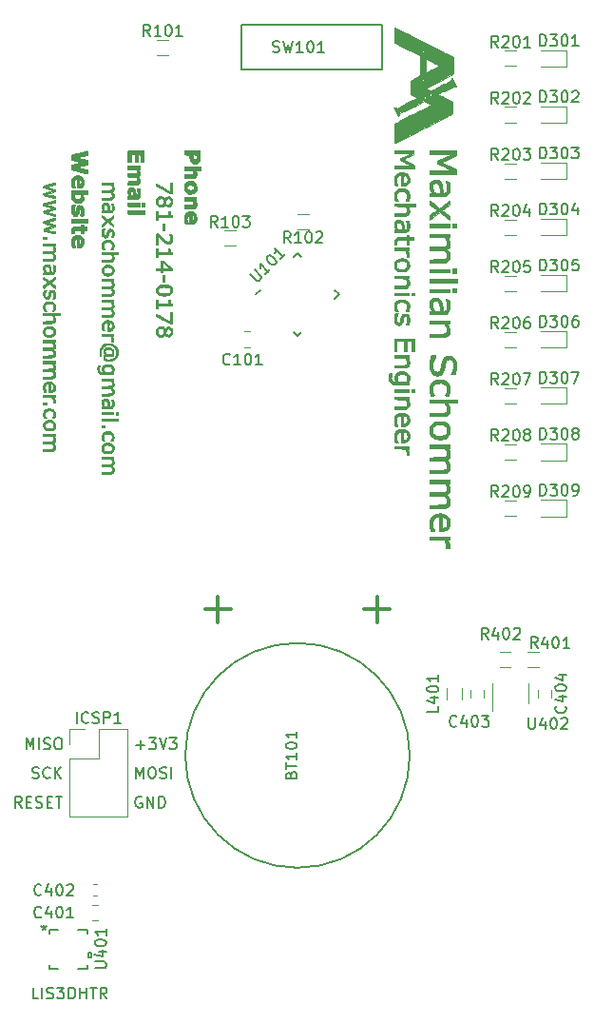
<source format=gbr>
G04 #@! TF.GenerationSoftware,KiCad,Pcbnew,(5.0.0-rc2-dev-668-g07e7340a9)*
G04 #@! TF.CreationDate,2018-12-11T17:55:09-05:00*
G04 #@! TF.ProjectId,BalancingBusinessCardLights,42616C616E63696E67427573696E6573,rev?*
G04 #@! TF.SameCoordinates,Original*
G04 #@! TF.FileFunction,Legend,Top*
G04 #@! TF.FilePolarity,Positive*
%FSLAX46Y46*%
G04 Gerber Fmt 4.6, Leading zero omitted, Abs format (unit mm)*
G04 Created by KiCad (PCBNEW (5.0.0-rc2-dev-668-g07e7340a9)) date 12/11/18 17:55:09*
%MOMM*%
%LPD*%
G01*
G04 APERTURE LIST*
%ADD10C,0.300000*%
%ADD11C,0.150000*%
%ADD12C,0.010000*%
%ADD13C,0.120000*%
%ADD14C,0.152400*%
G04 APERTURE END LIST*
D10*
X211457142Y-103014285D02*
X213742857Y-103014285D01*
X212600000Y-104157142D02*
X212600000Y-101871428D01*
X197257142Y-103014285D02*
X199542857Y-103014285D01*
X198400000Y-104157142D02*
X198400000Y-101871428D01*
D11*
X191140595Y-115071428D02*
X191902500Y-115071428D01*
X191521547Y-115452380D02*
X191521547Y-114690476D01*
X192283452Y-114452380D02*
X192902500Y-114452380D01*
X192569166Y-114833333D01*
X192712023Y-114833333D01*
X192807261Y-114880952D01*
X192854880Y-114928571D01*
X192902500Y-115023809D01*
X192902500Y-115261904D01*
X192854880Y-115357142D01*
X192807261Y-115404761D01*
X192712023Y-115452380D01*
X192426309Y-115452380D01*
X192331071Y-115404761D01*
X192283452Y-115357142D01*
X193188214Y-114452380D02*
X193521547Y-115452380D01*
X193854880Y-114452380D01*
X194092976Y-114452380D02*
X194712023Y-114452380D01*
X194378690Y-114833333D01*
X194521547Y-114833333D01*
X194616785Y-114880952D01*
X194664404Y-114928571D01*
X194712023Y-115023809D01*
X194712023Y-115261904D01*
X194664404Y-115357142D01*
X194616785Y-115404761D01*
X194521547Y-115452380D01*
X194235833Y-115452380D01*
X194140595Y-115404761D01*
X194092976Y-115357142D01*
X191121547Y-118052380D02*
X191121547Y-117052380D01*
X191454880Y-117766666D01*
X191788214Y-117052380D01*
X191788214Y-118052380D01*
X192454880Y-117052380D02*
X192645357Y-117052380D01*
X192740595Y-117100000D01*
X192835833Y-117195238D01*
X192883452Y-117385714D01*
X192883452Y-117719047D01*
X192835833Y-117909523D01*
X192740595Y-118004761D01*
X192645357Y-118052380D01*
X192454880Y-118052380D01*
X192359642Y-118004761D01*
X192264404Y-117909523D01*
X192216785Y-117719047D01*
X192216785Y-117385714D01*
X192264404Y-117195238D01*
X192359642Y-117100000D01*
X192454880Y-117052380D01*
X193264404Y-118004761D02*
X193407261Y-118052380D01*
X193645357Y-118052380D01*
X193740595Y-118004761D01*
X193788214Y-117957142D01*
X193835833Y-117861904D01*
X193835833Y-117766666D01*
X193788214Y-117671428D01*
X193740595Y-117623809D01*
X193645357Y-117576190D01*
X193454880Y-117528571D01*
X193359642Y-117480952D01*
X193312023Y-117433333D01*
X193264404Y-117338095D01*
X193264404Y-117242857D01*
X193312023Y-117147619D01*
X193359642Y-117100000D01*
X193454880Y-117052380D01*
X193692976Y-117052380D01*
X193835833Y-117100000D01*
X194264404Y-118052380D02*
X194264404Y-117052380D01*
X191616785Y-119700000D02*
X191521547Y-119652380D01*
X191378690Y-119652380D01*
X191235833Y-119700000D01*
X191140595Y-119795238D01*
X191092976Y-119890476D01*
X191045357Y-120080952D01*
X191045357Y-120223809D01*
X191092976Y-120414285D01*
X191140595Y-120509523D01*
X191235833Y-120604761D01*
X191378690Y-120652380D01*
X191473928Y-120652380D01*
X191616785Y-120604761D01*
X191664404Y-120557142D01*
X191664404Y-120223809D01*
X191473928Y-120223809D01*
X192092976Y-120652380D02*
X192092976Y-119652380D01*
X192664404Y-120652380D01*
X192664404Y-119652380D01*
X193140595Y-120652380D02*
X193140595Y-119652380D01*
X193378690Y-119652380D01*
X193521547Y-119700000D01*
X193616785Y-119795238D01*
X193664404Y-119890476D01*
X193712023Y-120080952D01*
X193712023Y-120223809D01*
X193664404Y-120414285D01*
X193616785Y-120509523D01*
X193521547Y-120604761D01*
X193378690Y-120652380D01*
X193140595Y-120652380D01*
X180907023Y-120652380D02*
X180573690Y-120176190D01*
X180335595Y-120652380D02*
X180335595Y-119652380D01*
X180716547Y-119652380D01*
X180811785Y-119700000D01*
X180859404Y-119747619D01*
X180907023Y-119842857D01*
X180907023Y-119985714D01*
X180859404Y-120080952D01*
X180811785Y-120128571D01*
X180716547Y-120176190D01*
X180335595Y-120176190D01*
X181335595Y-120128571D02*
X181668928Y-120128571D01*
X181811785Y-120652380D02*
X181335595Y-120652380D01*
X181335595Y-119652380D01*
X181811785Y-119652380D01*
X182192738Y-120604761D02*
X182335595Y-120652380D01*
X182573690Y-120652380D01*
X182668928Y-120604761D01*
X182716547Y-120557142D01*
X182764166Y-120461904D01*
X182764166Y-120366666D01*
X182716547Y-120271428D01*
X182668928Y-120223809D01*
X182573690Y-120176190D01*
X182383214Y-120128571D01*
X182287976Y-120080952D01*
X182240357Y-120033333D01*
X182192738Y-119938095D01*
X182192738Y-119842857D01*
X182240357Y-119747619D01*
X182287976Y-119700000D01*
X182383214Y-119652380D01*
X182621309Y-119652380D01*
X182764166Y-119700000D01*
X183192738Y-120128571D02*
X183526071Y-120128571D01*
X183668928Y-120652380D02*
X183192738Y-120652380D01*
X183192738Y-119652380D01*
X183668928Y-119652380D01*
X183954642Y-119652380D02*
X184526071Y-119652380D01*
X184240357Y-120652380D02*
X184240357Y-119652380D01*
X181887976Y-118004761D02*
X182030833Y-118052380D01*
X182268928Y-118052380D01*
X182364166Y-118004761D01*
X182411785Y-117957142D01*
X182459404Y-117861904D01*
X182459404Y-117766666D01*
X182411785Y-117671428D01*
X182364166Y-117623809D01*
X182268928Y-117576190D01*
X182078452Y-117528571D01*
X181983214Y-117480952D01*
X181935595Y-117433333D01*
X181887976Y-117338095D01*
X181887976Y-117242857D01*
X181935595Y-117147619D01*
X181983214Y-117100000D01*
X182078452Y-117052380D01*
X182316547Y-117052380D01*
X182459404Y-117100000D01*
X183459404Y-117957142D02*
X183411785Y-118004761D01*
X183268928Y-118052380D01*
X183173690Y-118052380D01*
X183030833Y-118004761D01*
X182935595Y-117909523D01*
X182887976Y-117814285D01*
X182840357Y-117623809D01*
X182840357Y-117480952D01*
X182887976Y-117290476D01*
X182935595Y-117195238D01*
X183030833Y-117100000D01*
X183173690Y-117052380D01*
X183268928Y-117052380D01*
X183411785Y-117100000D01*
X183459404Y-117147619D01*
X183887976Y-118052380D02*
X183887976Y-117052380D01*
X184459404Y-118052380D02*
X184030833Y-117480952D01*
X184459404Y-117052380D02*
X183887976Y-117623809D01*
X181335595Y-115452380D02*
X181335595Y-114452380D01*
X181668928Y-115166666D01*
X182002261Y-114452380D01*
X182002261Y-115452380D01*
X182478452Y-115452380D02*
X182478452Y-114452380D01*
X182907023Y-115404761D02*
X183049880Y-115452380D01*
X183287976Y-115452380D01*
X183383214Y-115404761D01*
X183430833Y-115357142D01*
X183478452Y-115261904D01*
X183478452Y-115166666D01*
X183430833Y-115071428D01*
X183383214Y-115023809D01*
X183287976Y-114976190D01*
X183097500Y-114928571D01*
X183002261Y-114880952D01*
X182954642Y-114833333D01*
X182907023Y-114738095D01*
X182907023Y-114642857D01*
X182954642Y-114547619D01*
X183002261Y-114500000D01*
X183097500Y-114452380D01*
X183335595Y-114452380D01*
X183478452Y-114500000D01*
X184097500Y-114452380D02*
X184287976Y-114452380D01*
X184383214Y-114500000D01*
X184478452Y-114595238D01*
X184526071Y-114785714D01*
X184526071Y-115119047D01*
X184478452Y-115309523D01*
X184383214Y-115404761D01*
X184287976Y-115452380D01*
X184097500Y-115452380D01*
X184002261Y-115404761D01*
X183907023Y-115309523D01*
X183859404Y-115119047D01*
X183859404Y-114785714D01*
X183907023Y-114595238D01*
X184002261Y-114500000D01*
X184097500Y-114452380D01*
D12*
G36*
X219334071Y-74822530D02*
X219334071Y-74481186D01*
X219635257Y-74481186D01*
X219635257Y-74822530D01*
X219334071Y-74822530D01*
X219334071Y-74822530D01*
G37*
X219334071Y-74822530D02*
X219334071Y-74481186D01*
X219635257Y-74481186D01*
X219635257Y-74822530D01*
X219334071Y-74822530D01*
G36*
X219334071Y-73055573D02*
X219334071Y-72714230D01*
X219635257Y-72714230D01*
X219635257Y-73055573D01*
X219334071Y-73055573D01*
X219334071Y-73055573D01*
G37*
X219334071Y-73055573D02*
X219334071Y-72714230D01*
X219635257Y-72714230D01*
X219635257Y-73055573D01*
X219334071Y-73055573D01*
G36*
X219334071Y-69039763D02*
X219334071Y-68698419D01*
X219635257Y-68698419D01*
X219635257Y-69039763D01*
X219334071Y-69039763D01*
X219334071Y-69039763D01*
G37*
X219334071Y-69039763D02*
X219334071Y-68698419D01*
X219635257Y-68698419D01*
X219635257Y-69039763D01*
X219334071Y-69039763D01*
G36*
X218912411Y-96789012D02*
X218848868Y-96791302D01*
X218805213Y-96797255D01*
X218791937Y-96804136D01*
X218802735Y-96827483D01*
X218830675Y-96872273D01*
X218859802Y-96914714D01*
X218947094Y-97062990D01*
X219005270Y-97217954D01*
X219032109Y-97371443D01*
X219025387Y-97515292D01*
X219024544Y-97519906D01*
X219010987Y-97592174D01*
X218708430Y-97592174D01*
X218721436Y-97532955D01*
X218727925Y-97483668D01*
X218732778Y-97409611D01*
X218735012Y-97326165D01*
X218735046Y-97319943D01*
X218733144Y-97234242D01*
X218723789Y-97168500D01*
X218702702Y-97104647D01*
X218665604Y-97024612D01*
X218664688Y-97022759D01*
X218633836Y-96958798D01*
X218608283Y-96907637D01*
X218583371Y-96867857D01*
X218554442Y-96838038D01*
X218516837Y-96816761D01*
X218465899Y-96802606D01*
X218396968Y-96794153D01*
X218305387Y-96789983D01*
X218186497Y-96788677D01*
X218035640Y-96788815D01*
X217897637Y-96789012D01*
X217286008Y-96789012D01*
X217286008Y-96507905D01*
X219032885Y-96507905D01*
X219032885Y-96789012D01*
X218912411Y-96789012D01*
X218912411Y-96789012D01*
G37*
X218912411Y-96789012D02*
X218848868Y-96791302D01*
X218805213Y-96797255D01*
X218791937Y-96804136D01*
X218802735Y-96827483D01*
X218830675Y-96872273D01*
X218859802Y-96914714D01*
X218947094Y-97062990D01*
X219005270Y-97217954D01*
X219032109Y-97371443D01*
X219025387Y-97515292D01*
X219024544Y-97519906D01*
X219010987Y-97592174D01*
X218708430Y-97592174D01*
X218721436Y-97532955D01*
X218727925Y-97483668D01*
X218732778Y-97409611D01*
X218735012Y-97326165D01*
X218735046Y-97319943D01*
X218733144Y-97234242D01*
X218723789Y-97168500D01*
X218702702Y-97104647D01*
X218665604Y-97024612D01*
X218664688Y-97022759D01*
X218633836Y-96958798D01*
X218608283Y-96907637D01*
X218583371Y-96867857D01*
X218554442Y-96838038D01*
X218516837Y-96816761D01*
X218465899Y-96802606D01*
X218396968Y-96794153D01*
X218305387Y-96789983D01*
X218186497Y-96788677D01*
X218035640Y-96788815D01*
X217897637Y-96789012D01*
X217286008Y-96789012D01*
X217286008Y-96507905D01*
X219032885Y-96507905D01*
X219032885Y-96789012D01*
X218912411Y-96789012D01*
G36*
X219069467Y-93589083D02*
X219059634Y-93640484D01*
X219040608Y-93691105D01*
X219023297Y-93727833D01*
X218953578Y-93834458D01*
X218882437Y-93897529D01*
X218834198Y-93928557D01*
X218785538Y-93953811D01*
X218731821Y-93973876D01*
X218668409Y-93989334D01*
X218590665Y-94000770D01*
X218493950Y-94008767D01*
X218373628Y-94013909D01*
X218225060Y-94016779D01*
X218043610Y-94017961D01*
X217924319Y-94018103D01*
X217286008Y-94018103D01*
X217286008Y-93718952D01*
X217943597Y-93712915D01*
X218126353Y-93711045D01*
X218273368Y-93708975D01*
X218389059Y-93706453D01*
X218477842Y-93703225D01*
X218544136Y-93699036D01*
X218592356Y-93693633D01*
X218626920Y-93686762D01*
X218652245Y-93678170D01*
X218666103Y-93671400D01*
X218728998Y-93622757D01*
X218768763Y-93554815D01*
X218788289Y-93460889D01*
X218791496Y-93381590D01*
X218782604Y-93268866D01*
X218753817Y-93164497D01*
X218700791Y-93056070D01*
X218648877Y-92973992D01*
X218587779Y-92883637D01*
X217936893Y-92889687D01*
X217286008Y-92895737D01*
X217286008Y-92592490D01*
X217877352Y-92592490D01*
X218074348Y-92591973D01*
X218235481Y-92590076D01*
X218365035Y-92586279D01*
X218467297Y-92580065D01*
X218546552Y-92570915D01*
X218607085Y-92558309D01*
X218653182Y-92541730D01*
X218689127Y-92520658D01*
X218719207Y-92494574D01*
X218723616Y-92490053D01*
X218754710Y-92452823D01*
X218773230Y-92413346D01*
X218783289Y-92358601D01*
X218788562Y-92284414D01*
X218789235Y-92192312D01*
X218778450Y-92113334D01*
X218752564Y-92035266D01*
X218707935Y-91945895D01*
X218666370Y-91874664D01*
X218602740Y-91769249D01*
X217286008Y-91769249D01*
X217286008Y-91468064D01*
X219032885Y-91468064D01*
X219032885Y-91769249D01*
X218847408Y-91769249D01*
X218897140Y-91834506D01*
X218984541Y-91968405D01*
X219039090Y-92102119D01*
X219065767Y-92248929D01*
X219068827Y-92292354D01*
X219065700Y-92439146D01*
X219037938Y-92559625D01*
X218982793Y-92661145D01*
X218897519Y-92751064D01*
X218897459Y-92751115D01*
X218807885Y-92827680D01*
X218883311Y-92925935D01*
X218968905Y-93050898D01*
X219025134Y-93169385D01*
X219057165Y-93295414D01*
X219069767Y-93431590D01*
X219072161Y-93523814D01*
X219069467Y-93589083D01*
X219069467Y-93589083D01*
G37*
X219069467Y-93589083D02*
X219059634Y-93640484D01*
X219040608Y-93691105D01*
X219023297Y-93727833D01*
X218953578Y-93834458D01*
X218882437Y-93897529D01*
X218834198Y-93928557D01*
X218785538Y-93953811D01*
X218731821Y-93973876D01*
X218668409Y-93989334D01*
X218590665Y-94000770D01*
X218493950Y-94008767D01*
X218373628Y-94013909D01*
X218225060Y-94016779D01*
X218043610Y-94017961D01*
X217924319Y-94018103D01*
X217286008Y-94018103D01*
X217286008Y-93718952D01*
X217943597Y-93712915D01*
X218126353Y-93711045D01*
X218273368Y-93708975D01*
X218389059Y-93706453D01*
X218477842Y-93703225D01*
X218544136Y-93699036D01*
X218592356Y-93693633D01*
X218626920Y-93686762D01*
X218652245Y-93678170D01*
X218666103Y-93671400D01*
X218728998Y-93622757D01*
X218768763Y-93554815D01*
X218788289Y-93460889D01*
X218791496Y-93381590D01*
X218782604Y-93268866D01*
X218753817Y-93164497D01*
X218700791Y-93056070D01*
X218648877Y-92973992D01*
X218587779Y-92883637D01*
X217936893Y-92889687D01*
X217286008Y-92895737D01*
X217286008Y-92592490D01*
X217877352Y-92592490D01*
X218074348Y-92591973D01*
X218235481Y-92590076D01*
X218365035Y-92586279D01*
X218467297Y-92580065D01*
X218546552Y-92570915D01*
X218607085Y-92558309D01*
X218653182Y-92541730D01*
X218689127Y-92520658D01*
X218719207Y-92494574D01*
X218723616Y-92490053D01*
X218754710Y-92452823D01*
X218773230Y-92413346D01*
X218783289Y-92358601D01*
X218788562Y-92284414D01*
X218789235Y-92192312D01*
X218778450Y-92113334D01*
X218752564Y-92035266D01*
X218707935Y-91945895D01*
X218666370Y-91874664D01*
X218602740Y-91769249D01*
X217286008Y-91769249D01*
X217286008Y-91468064D01*
X219032885Y-91468064D01*
X219032885Y-91769249D01*
X218847408Y-91769249D01*
X218897140Y-91834506D01*
X218984541Y-91968405D01*
X219039090Y-92102119D01*
X219065767Y-92248929D01*
X219068827Y-92292354D01*
X219065700Y-92439146D01*
X219037938Y-92559625D01*
X218982793Y-92661145D01*
X218897519Y-92751064D01*
X218897459Y-92751115D01*
X218807885Y-92827680D01*
X218883311Y-92925935D01*
X218968905Y-93050898D01*
X219025134Y-93169385D01*
X219057165Y-93295414D01*
X219069767Y-93431590D01*
X219072161Y-93523814D01*
X219069467Y-93589083D01*
G36*
X219067845Y-89315124D02*
X219049816Y-89407976D01*
X219014346Y-89485271D01*
X218956937Y-89558862D01*
X218920712Y-89595916D01*
X218812405Y-89701556D01*
X218880131Y-89796707D01*
X218961845Y-89921126D01*
X219017286Y-90031320D01*
X219050977Y-90138837D01*
X219067444Y-90255224D01*
X219068964Y-90278655D01*
X219069091Y-90421501D01*
X219050415Y-90536344D01*
X219010753Y-90631739D01*
X218961108Y-90701371D01*
X218865716Y-90782596D01*
X218737228Y-90842779D01*
X218577155Y-90881247D01*
X218545993Y-90885698D01*
X218486647Y-90890782D01*
X218394184Y-90895395D01*
X218275644Y-90899343D01*
X218138069Y-90902430D01*
X217988500Y-90904460D01*
X217843202Y-90905230D01*
X217286008Y-90905850D01*
X217286008Y-90608067D01*
X217923518Y-90600827D01*
X218105999Y-90598491D01*
X218252799Y-90595893D01*
X218368397Y-90592780D01*
X218457271Y-90588896D01*
X218523899Y-90583984D01*
X218572757Y-90577790D01*
X218608325Y-90570058D01*
X218635080Y-90560533D01*
X218635884Y-90560176D01*
X218713106Y-90509305D01*
X218763065Y-90435603D01*
X218787992Y-90334787D01*
X218791862Y-90260753D01*
X218786063Y-90161573D01*
X218765663Y-90072643D01*
X218726341Y-89981110D01*
X218663775Y-89874122D01*
X218659733Y-89867783D01*
X218591645Y-89761344D01*
X217286008Y-89761344D01*
X217286008Y-89485873D01*
X217913702Y-89476077D01*
X218090956Y-89473145D01*
X218232861Y-89470256D01*
X218344224Y-89467069D01*
X218429851Y-89463241D01*
X218494551Y-89458432D01*
X218543129Y-89452300D01*
X218580393Y-89444503D01*
X218611149Y-89434700D01*
X218635122Y-89424821D01*
X218708413Y-89382342D01*
X218756141Y-89326954D01*
X218782478Y-89250662D01*
X218791600Y-89145472D01*
X218791741Y-89124831D01*
X218771646Y-88968782D01*
X218712631Y-88817156D01*
X218638988Y-88702320D01*
X218589103Y-88636917D01*
X217286008Y-88636917D01*
X217286008Y-88335731D01*
X219032885Y-88335731D01*
X219032885Y-88634717D01*
X218851785Y-88646957D01*
X218922002Y-88745510D01*
X219011069Y-88900476D01*
X219060866Y-89061025D01*
X219072931Y-89194864D01*
X219067845Y-89315124D01*
X219067845Y-89315124D01*
G37*
X219067845Y-89315124D02*
X219049816Y-89407976D01*
X219014346Y-89485271D01*
X218956937Y-89558862D01*
X218920712Y-89595916D01*
X218812405Y-89701556D01*
X218880131Y-89796707D01*
X218961845Y-89921126D01*
X219017286Y-90031320D01*
X219050977Y-90138837D01*
X219067444Y-90255224D01*
X219068964Y-90278655D01*
X219069091Y-90421501D01*
X219050415Y-90536344D01*
X219010753Y-90631739D01*
X218961108Y-90701371D01*
X218865716Y-90782596D01*
X218737228Y-90842779D01*
X218577155Y-90881247D01*
X218545993Y-90885698D01*
X218486647Y-90890782D01*
X218394184Y-90895395D01*
X218275644Y-90899343D01*
X218138069Y-90902430D01*
X217988500Y-90904460D01*
X217843202Y-90905230D01*
X217286008Y-90905850D01*
X217286008Y-90608067D01*
X217923518Y-90600827D01*
X218105999Y-90598491D01*
X218252799Y-90595893D01*
X218368397Y-90592780D01*
X218457271Y-90588896D01*
X218523899Y-90583984D01*
X218572757Y-90577790D01*
X218608325Y-90570058D01*
X218635080Y-90560533D01*
X218635884Y-90560176D01*
X218713106Y-90509305D01*
X218763065Y-90435603D01*
X218787992Y-90334787D01*
X218791862Y-90260753D01*
X218786063Y-90161573D01*
X218765663Y-90072643D01*
X218726341Y-89981110D01*
X218663775Y-89874122D01*
X218659733Y-89867783D01*
X218591645Y-89761344D01*
X217286008Y-89761344D01*
X217286008Y-89485873D01*
X217913702Y-89476077D01*
X218090956Y-89473145D01*
X218232861Y-89470256D01*
X218344224Y-89467069D01*
X218429851Y-89463241D01*
X218494551Y-89458432D01*
X218543129Y-89452300D01*
X218580393Y-89444503D01*
X218611149Y-89434700D01*
X218635122Y-89424821D01*
X218708413Y-89382342D01*
X218756141Y-89326954D01*
X218782478Y-89250662D01*
X218791600Y-89145472D01*
X218791741Y-89124831D01*
X218771646Y-88968782D01*
X218712631Y-88817156D01*
X218638988Y-88702320D01*
X218589103Y-88636917D01*
X217286008Y-88636917D01*
X217286008Y-88335731D01*
X219032885Y-88335731D01*
X219032885Y-88634717D01*
X218851785Y-88646957D01*
X218922002Y-88745510D01*
X219011069Y-88900476D01*
X219060866Y-89061025D01*
X219072931Y-89194864D01*
X219067845Y-89315124D01*
G36*
X219283874Y-84641186D02*
X219157088Y-84641601D01*
X219045024Y-84642760D01*
X218953478Y-84644539D01*
X218888249Y-84646812D01*
X218855133Y-84649453D01*
X218852174Y-84650548D01*
X218862286Y-84670759D01*
X218888946Y-84715340D01*
X218926640Y-84775107D01*
X218931298Y-84782330D01*
X219002287Y-84904699D01*
X219046387Y-85016139D01*
X219067650Y-85131321D01*
X219070128Y-85264914D01*
X219069383Y-85282314D01*
X219052129Y-85425759D01*
X219013557Y-85539753D01*
X218950459Y-85630686D01*
X218859627Y-85704949D01*
X218856127Y-85707185D01*
X218811835Y-85734352D01*
X218770154Y-85756415D01*
X218726355Y-85773971D01*
X218675712Y-85787612D01*
X218613497Y-85797934D01*
X218534981Y-85805532D01*
X218435437Y-85810999D01*
X218310137Y-85814931D01*
X218154354Y-85817923D01*
X217963359Y-85820568D01*
X217953636Y-85820691D01*
X217286008Y-85829137D01*
X217286008Y-85527653D01*
X217923518Y-85521139D01*
X218101525Y-85519182D01*
X218244023Y-85517139D01*
X218355660Y-85514698D01*
X218441085Y-85511552D01*
X218504946Y-85507389D01*
X218551891Y-85501901D01*
X218586569Y-85494777D01*
X218613627Y-85485709D01*
X218637715Y-85474387D01*
X218639504Y-85473453D01*
X218711540Y-85423868D01*
X218758200Y-85360311D01*
X218782591Y-85275599D01*
X218787820Y-85162551D01*
X218786705Y-85133123D01*
X218777076Y-85030865D01*
X218756235Y-84942813D01*
X218719443Y-84855886D01*
X218661962Y-84757002D01*
X218635936Y-84716931D01*
X218585810Y-84641186D01*
X217286008Y-84641186D01*
X217286008Y-84360079D01*
X219715573Y-84360079D01*
X219715573Y-84641186D01*
X219283874Y-84641186D01*
X219283874Y-84641186D01*
G37*
X219283874Y-84641186D02*
X219157088Y-84641601D01*
X219045024Y-84642760D01*
X218953478Y-84644539D01*
X218888249Y-84646812D01*
X218855133Y-84649453D01*
X218852174Y-84650548D01*
X218862286Y-84670759D01*
X218888946Y-84715340D01*
X218926640Y-84775107D01*
X218931298Y-84782330D01*
X219002287Y-84904699D01*
X219046387Y-85016139D01*
X219067650Y-85131321D01*
X219070128Y-85264914D01*
X219069383Y-85282314D01*
X219052129Y-85425759D01*
X219013557Y-85539753D01*
X218950459Y-85630686D01*
X218859627Y-85704949D01*
X218856127Y-85707185D01*
X218811835Y-85734352D01*
X218770154Y-85756415D01*
X218726355Y-85773971D01*
X218675712Y-85787612D01*
X218613497Y-85797934D01*
X218534981Y-85805532D01*
X218435437Y-85810999D01*
X218310137Y-85814931D01*
X218154354Y-85817923D01*
X217963359Y-85820568D01*
X217953636Y-85820691D01*
X217286008Y-85829137D01*
X217286008Y-85527653D01*
X217923518Y-85521139D01*
X218101525Y-85519182D01*
X218244023Y-85517139D01*
X218355660Y-85514698D01*
X218441085Y-85511552D01*
X218504946Y-85507389D01*
X218551891Y-85501901D01*
X218586569Y-85494777D01*
X218613627Y-85485709D01*
X218637715Y-85474387D01*
X218639504Y-85473453D01*
X218711540Y-85423868D01*
X218758200Y-85360311D01*
X218782591Y-85275599D01*
X218787820Y-85162551D01*
X218786705Y-85133123D01*
X218777076Y-85030865D01*
X218756235Y-84942813D01*
X218719443Y-84855886D01*
X218661962Y-84757002D01*
X218635936Y-84716931D01*
X218585810Y-84641186D01*
X217286008Y-84641186D01*
X217286008Y-84360079D01*
X219715573Y-84360079D01*
X219715573Y-84641186D01*
X219283874Y-84641186D01*
G36*
X219062579Y-78368148D02*
X219049430Y-78420559D01*
X219007038Y-78508590D01*
X218937207Y-78597276D01*
X218850668Y-78674791D01*
X218777287Y-78720482D01*
X218750825Y-78733159D01*
X218724800Y-78743402D01*
X218694726Y-78751514D01*
X218656119Y-78757800D01*
X218604493Y-78762563D01*
X218535363Y-78766107D01*
X218444244Y-78768736D01*
X218326651Y-78770755D01*
X218178098Y-78772467D01*
X217994101Y-78774177D01*
X217983755Y-78774269D01*
X217286008Y-78780474D01*
X217286008Y-78496996D01*
X217813083Y-78496599D01*
X218030408Y-78495222D01*
X218210790Y-78491276D01*
X218357376Y-78484495D01*
X218473313Y-78474616D01*
X218561752Y-78461376D01*
X218625838Y-78444511D01*
X218666719Y-78425096D01*
X218734069Y-78358075D01*
X218777095Y-78265562D01*
X218794992Y-78154617D01*
X218786954Y-78032299D01*
X218752174Y-77905668D01*
X218731519Y-77857334D01*
X218694222Y-77782767D01*
X218656698Y-77714587D01*
X218629772Y-77671603D01*
X218588412Y-77613518D01*
X217286008Y-77613518D01*
X217286008Y-77312332D01*
X219032885Y-77312332D01*
X219032885Y-77613518D01*
X218942530Y-77613518D01*
X218888620Y-77615113D01*
X218856302Y-77619148D01*
X218852174Y-77621540D01*
X218862491Y-77641086D01*
X218889329Y-77683872D01*
X218920902Y-77731691D01*
X219003699Y-77884374D01*
X219055952Y-78046929D01*
X219076100Y-78210980D01*
X219062579Y-78368148D01*
X219062579Y-78368148D01*
G37*
X219062579Y-78368148D02*
X219049430Y-78420559D01*
X219007038Y-78508590D01*
X218937207Y-78597276D01*
X218850668Y-78674791D01*
X218777287Y-78720482D01*
X218750825Y-78733159D01*
X218724800Y-78743402D01*
X218694726Y-78751514D01*
X218656119Y-78757800D01*
X218604493Y-78762563D01*
X218535363Y-78766107D01*
X218444244Y-78768736D01*
X218326651Y-78770755D01*
X218178098Y-78772467D01*
X217994101Y-78774177D01*
X217983755Y-78774269D01*
X217286008Y-78780474D01*
X217286008Y-78496996D01*
X217813083Y-78496599D01*
X218030408Y-78495222D01*
X218210790Y-78491276D01*
X218357376Y-78484495D01*
X218473313Y-78474616D01*
X218561752Y-78461376D01*
X218625838Y-78444511D01*
X218666719Y-78425096D01*
X218734069Y-78358075D01*
X218777095Y-78265562D01*
X218794992Y-78154617D01*
X218786954Y-78032299D01*
X218752174Y-77905668D01*
X218731519Y-77857334D01*
X218694222Y-77782767D01*
X218656698Y-77714587D01*
X218629772Y-77671603D01*
X218588412Y-77613518D01*
X217286008Y-77613518D01*
X217286008Y-77312332D01*
X219032885Y-77312332D01*
X219032885Y-77613518D01*
X218942530Y-77613518D01*
X218888620Y-77615113D01*
X218856302Y-77619148D01*
X218852174Y-77621540D01*
X218862491Y-77641086D01*
X218889329Y-77683872D01*
X218920902Y-77731691D01*
X219003699Y-77884374D01*
X219055952Y-78046929D01*
X219076100Y-78210980D01*
X219062579Y-78368148D01*
G36*
X217286008Y-74802451D02*
X217286008Y-74501265D01*
X219032885Y-74501265D01*
X219032885Y-74802451D01*
X217286008Y-74802451D01*
X217286008Y-74802451D01*
G37*
X217286008Y-74802451D02*
X217286008Y-74501265D01*
X219032885Y-74501265D01*
X219032885Y-74802451D01*
X217286008Y-74802451D01*
G36*
X217286008Y-73918973D02*
X217286008Y-73617787D01*
X219715573Y-73617787D01*
X219715573Y-73918973D01*
X217286008Y-73918973D01*
X217286008Y-73918973D01*
G37*
X217286008Y-73918973D02*
X217286008Y-73617787D01*
X219715573Y-73617787D01*
X219715573Y-73918973D01*
X217286008Y-73918973D01*
G36*
X217286008Y-73035494D02*
X217286008Y-72734309D01*
X219032885Y-72734309D01*
X219032885Y-73035494D01*
X217286008Y-73035494D01*
X217286008Y-73035494D01*
G37*
X217286008Y-73035494D02*
X217286008Y-72734309D01*
X219032885Y-72734309D01*
X219032885Y-73035494D01*
X217286008Y-73035494D01*
G36*
X219058850Y-70630518D02*
X219017157Y-70753338D01*
X218945467Y-70853840D01*
X218853091Y-70929008D01*
X218803889Y-70960941D01*
X218875755Y-71059522D01*
X218959442Y-71184229D01*
X219016264Y-71295372D01*
X219050777Y-71404393D01*
X219067537Y-71522739D01*
X219068964Y-71544900D01*
X219066349Y-71705404D01*
X219037986Y-71837275D01*
X218982192Y-71944031D01*
X218897287Y-72029185D01*
X218812231Y-72081630D01*
X218758547Y-72105833D01*
X218699561Y-72125442D01*
X218630605Y-72140906D01*
X218547008Y-72152675D01*
X218444102Y-72161197D01*
X218317216Y-72166922D01*
X218161682Y-72170299D01*
X217972829Y-72171777D01*
X217873320Y-72171943D01*
X217286008Y-72172095D01*
X217286008Y-71874273D01*
X217933557Y-71867483D01*
X218116486Y-71865324D01*
X218263597Y-71862928D01*
X218379231Y-71860051D01*
X218467728Y-71856448D01*
X218533429Y-71851876D01*
X218580675Y-71846090D01*
X218613805Y-71838848D01*
X218637162Y-71829904D01*
X218641391Y-71827699D01*
X218711149Y-71781845D01*
X218754691Y-71729782D01*
X218778476Y-71660168D01*
X218788556Y-71569201D01*
X218786833Y-71449208D01*
X218764340Y-71340961D01*
X218717186Y-71231097D01*
X218663577Y-71140037D01*
X218591645Y-71027589D01*
X217286008Y-71027589D01*
X217286008Y-70750685D01*
X217913478Y-70741859D01*
X218107971Y-70738777D01*
X218266539Y-70735091D01*
X218393417Y-70730122D01*
X218492838Y-70723188D01*
X218569037Y-70713608D01*
X218626248Y-70700702D01*
X218668703Y-70683789D01*
X218700638Y-70662188D01*
X218726285Y-70635218D01*
X218746025Y-70607980D01*
X218772062Y-70560604D01*
X218786113Y-70507230D01*
X218791246Y-70433635D01*
X218791496Y-70397149D01*
X218784052Y-70287156D01*
X218759373Y-70189341D01*
X218712821Y-70090339D01*
X218651432Y-69993589D01*
X218589217Y-69903162D01*
X217286008Y-69903162D01*
X217286008Y-69601977D01*
X219032885Y-69601977D01*
X219032885Y-69900962D01*
X218943138Y-69907082D01*
X218853390Y-69913202D01*
X218922538Y-70013597D01*
X219004551Y-70153948D01*
X219053029Y-70292622D01*
X219071995Y-70442156D01*
X219072602Y-70481188D01*
X219058850Y-70630518D01*
X219058850Y-70630518D01*
G37*
X219058850Y-70630518D02*
X219017157Y-70753338D01*
X218945467Y-70853840D01*
X218853091Y-70929008D01*
X218803889Y-70960941D01*
X218875755Y-71059522D01*
X218959442Y-71184229D01*
X219016264Y-71295372D01*
X219050777Y-71404393D01*
X219067537Y-71522739D01*
X219068964Y-71544900D01*
X219066349Y-71705404D01*
X219037986Y-71837275D01*
X218982192Y-71944031D01*
X218897287Y-72029185D01*
X218812231Y-72081630D01*
X218758547Y-72105833D01*
X218699561Y-72125442D01*
X218630605Y-72140906D01*
X218547008Y-72152675D01*
X218444102Y-72161197D01*
X218317216Y-72166922D01*
X218161682Y-72170299D01*
X217972829Y-72171777D01*
X217873320Y-72171943D01*
X217286008Y-72172095D01*
X217286008Y-71874273D01*
X217933557Y-71867483D01*
X218116486Y-71865324D01*
X218263597Y-71862928D01*
X218379231Y-71860051D01*
X218467728Y-71856448D01*
X218533429Y-71851876D01*
X218580675Y-71846090D01*
X218613805Y-71838848D01*
X218637162Y-71829904D01*
X218641391Y-71827699D01*
X218711149Y-71781845D01*
X218754691Y-71729782D01*
X218778476Y-71660168D01*
X218788556Y-71569201D01*
X218786833Y-71449208D01*
X218764340Y-71340961D01*
X218717186Y-71231097D01*
X218663577Y-71140037D01*
X218591645Y-71027589D01*
X217286008Y-71027589D01*
X217286008Y-70750685D01*
X217913478Y-70741859D01*
X218107971Y-70738777D01*
X218266539Y-70735091D01*
X218393417Y-70730122D01*
X218492838Y-70723188D01*
X218569037Y-70713608D01*
X218626248Y-70700702D01*
X218668703Y-70683789D01*
X218700638Y-70662188D01*
X218726285Y-70635218D01*
X218746025Y-70607980D01*
X218772062Y-70560604D01*
X218786113Y-70507230D01*
X218791246Y-70433635D01*
X218791496Y-70397149D01*
X218784052Y-70287156D01*
X218759373Y-70189341D01*
X218712821Y-70090339D01*
X218651432Y-69993589D01*
X218589217Y-69903162D01*
X217286008Y-69903162D01*
X217286008Y-69601977D01*
X219032885Y-69601977D01*
X219032885Y-69900962D01*
X218943138Y-69907082D01*
X218853390Y-69913202D01*
X218922538Y-70013597D01*
X219004551Y-70153948D01*
X219053029Y-70292622D01*
X219071995Y-70442156D01*
X219072602Y-70481188D01*
X219058850Y-70630518D01*
G36*
X217286008Y-69019684D02*
X217286008Y-68718498D01*
X219032885Y-68718498D01*
X219032885Y-69019684D01*
X217286008Y-69019684D01*
X217286008Y-69019684D01*
G37*
X217286008Y-69019684D02*
X217286008Y-68718498D01*
X219032885Y-68718498D01*
X219032885Y-69019684D01*
X217286008Y-69019684D01*
G36*
X218711621Y-67243934D02*
X218613455Y-67317196D01*
X218527399Y-67382965D01*
X218458346Y-67437375D01*
X218411184Y-67476559D01*
X218390805Y-67496653D01*
X218390356Y-67497876D01*
X218405803Y-67514391D01*
X218448871Y-67550584D01*
X218514653Y-67602587D01*
X218598239Y-67666533D01*
X218694721Y-67738552D01*
X218710470Y-67750156D01*
X219030585Y-67985613D01*
X219031735Y-68161075D01*
X219032885Y-68336536D01*
X218169843Y-67651358D01*
X217727926Y-67993710D01*
X217286008Y-68336062D01*
X217286008Y-67963510D01*
X217619355Y-67717250D01*
X217718795Y-67643260D01*
X217805729Y-67577558D01*
X217875508Y-67523744D01*
X217923480Y-67485419D01*
X217944994Y-67466181D01*
X217945640Y-67464702D01*
X217928126Y-67451333D01*
X217883337Y-67417662D01*
X217816200Y-67367379D01*
X217731643Y-67304174D01*
X217634596Y-67231736D01*
X217612292Y-67215102D01*
X217286008Y-66971790D01*
X217286008Y-66626902D01*
X217370093Y-66693847D01*
X217410942Y-66726151D01*
X217477387Y-66778441D01*
X217563381Y-66845970D01*
X217662879Y-66923994D01*
X217769839Y-67007766D01*
X217805578Y-67035736D01*
X218156978Y-67310680D01*
X218278687Y-67215502D01*
X218415479Y-67108854D01*
X218547098Y-67006851D01*
X218669836Y-66912319D01*
X218779980Y-66828080D01*
X218873821Y-66756960D01*
X218947649Y-66701782D01*
X218997753Y-66665370D01*
X219020423Y-66650550D01*
X219021145Y-66650356D01*
X219026348Y-66668929D01*
X219030369Y-66718635D01*
X219032613Y-66790452D01*
X219032885Y-66828586D01*
X219032885Y-67006816D01*
X218711621Y-67243934D01*
X218711621Y-67243934D01*
G37*
X218711621Y-67243934D02*
X218613455Y-67317196D01*
X218527399Y-67382965D01*
X218458346Y-67437375D01*
X218411184Y-67476559D01*
X218390805Y-67496653D01*
X218390356Y-67497876D01*
X218405803Y-67514391D01*
X218448871Y-67550584D01*
X218514653Y-67602587D01*
X218598239Y-67666533D01*
X218694721Y-67738552D01*
X218710470Y-67750156D01*
X219030585Y-67985613D01*
X219031735Y-68161075D01*
X219032885Y-68336536D01*
X218169843Y-67651358D01*
X217727926Y-67993710D01*
X217286008Y-68336062D01*
X217286008Y-67963510D01*
X217619355Y-67717250D01*
X217718795Y-67643260D01*
X217805729Y-67577558D01*
X217875508Y-67523744D01*
X217923480Y-67485419D01*
X217944994Y-67466181D01*
X217945640Y-67464702D01*
X217928126Y-67451333D01*
X217883337Y-67417662D01*
X217816200Y-67367379D01*
X217731643Y-67304174D01*
X217634596Y-67231736D01*
X217612292Y-67215102D01*
X217286008Y-66971790D01*
X217286008Y-66626902D01*
X217370093Y-66693847D01*
X217410942Y-66726151D01*
X217477387Y-66778441D01*
X217563381Y-66845970D01*
X217662879Y-66923994D01*
X217769839Y-67007766D01*
X217805578Y-67035736D01*
X218156978Y-67310680D01*
X218278687Y-67215502D01*
X218415479Y-67108854D01*
X218547098Y-67006851D01*
X218669836Y-66912319D01*
X218779980Y-66828080D01*
X218873821Y-66756960D01*
X218947649Y-66701782D01*
X218997753Y-66665370D01*
X219020423Y-66650550D01*
X219021145Y-66650356D01*
X219026348Y-66668929D01*
X219030369Y-66718635D01*
X219032613Y-66790452D01*
X219032885Y-66828586D01*
X219032885Y-67006816D01*
X218711621Y-67243934D01*
G36*
X218971850Y-62935176D02*
X218823891Y-63006631D01*
X218688801Y-63072987D01*
X218570533Y-63132216D01*
X218473038Y-63182291D01*
X218400267Y-63221184D01*
X218356172Y-63246867D01*
X218344379Y-63257134D01*
X218365769Y-63268504D01*
X218419360Y-63294567D01*
X218500841Y-63333295D01*
X218605903Y-63382660D01*
X218730235Y-63440636D01*
X218869525Y-63505195D01*
X218987707Y-63559702D01*
X219615178Y-63848487D01*
X219615178Y-64281028D01*
X217286008Y-64281028D01*
X217286008Y-63979842D01*
X218283937Y-63979842D01*
X218488389Y-63979502D01*
X218676016Y-63978523D01*
X218843506Y-63976962D01*
X218987545Y-63974880D01*
X219104820Y-63972335D01*
X219192017Y-63969386D01*
X219245824Y-63966094D01*
X219262926Y-63962517D01*
X219262791Y-63962360D01*
X219240776Y-63950067D01*
X219186578Y-63922826D01*
X219104407Y-63882666D01*
X218998472Y-63831616D01*
X218872983Y-63771705D01*
X218732150Y-63704962D01*
X218585850Y-63636076D01*
X217927984Y-63327273D01*
X217933281Y-63228536D01*
X217938577Y-63129800D01*
X219271703Y-62504032D01*
X218278856Y-62498825D01*
X217286008Y-62493617D01*
X217286008Y-62192807D01*
X219615178Y-62192807D01*
X219615178Y-62627001D01*
X218971850Y-62935176D01*
X218971850Y-62935176D01*
G37*
X218971850Y-62935176D02*
X218823891Y-63006631D01*
X218688801Y-63072987D01*
X218570533Y-63132216D01*
X218473038Y-63182291D01*
X218400267Y-63221184D01*
X218356172Y-63246867D01*
X218344379Y-63257134D01*
X218365769Y-63268504D01*
X218419360Y-63294567D01*
X218500841Y-63333295D01*
X218605903Y-63382660D01*
X218730235Y-63440636D01*
X218869525Y-63505195D01*
X218987707Y-63559702D01*
X219615178Y-63848487D01*
X219615178Y-64281028D01*
X217286008Y-64281028D01*
X217286008Y-63979842D01*
X218283937Y-63979842D01*
X218488389Y-63979502D01*
X218676016Y-63978523D01*
X218843506Y-63976962D01*
X218987545Y-63974880D01*
X219104820Y-63972335D01*
X219192017Y-63969386D01*
X219245824Y-63966094D01*
X219262926Y-63962517D01*
X219262791Y-63962360D01*
X219240776Y-63950067D01*
X219186578Y-63922826D01*
X219104407Y-63882666D01*
X218998472Y-63831616D01*
X218872983Y-63771705D01*
X218732150Y-63704962D01*
X218585850Y-63636076D01*
X217927984Y-63327273D01*
X217933281Y-63228536D01*
X217938577Y-63129800D01*
X219271703Y-62504032D01*
X218278856Y-62498825D01*
X217286008Y-62493617D01*
X217286008Y-62192807D01*
X219615178Y-62192807D01*
X219615178Y-62627001D01*
X218971850Y-62935176D01*
G36*
X219067575Y-95467356D02*
X219044569Y-95579302D01*
X219043929Y-95581247D01*
X218982342Y-95721902D01*
X218898490Y-95835692D01*
X218789613Y-95924395D01*
X218652945Y-95989786D01*
X218485726Y-96033642D01*
X218305020Y-96056306D01*
X218129328Y-96069771D01*
X218129328Y-94757260D01*
X218023913Y-94771308D01*
X217869409Y-94808543D01*
X217739257Y-94875067D01*
X217648182Y-94955691D01*
X217576911Y-95055306D01*
X217531910Y-95166317D01*
X217510107Y-95298142D01*
X217506877Y-95388535D01*
X217518876Y-95532143D01*
X217551959Y-95682001D01*
X217601759Y-95822517D01*
X217658625Y-95930202D01*
X217688275Y-95977609D01*
X217705717Y-96009641D01*
X217707668Y-96015538D01*
X217689182Y-96020420D01*
X217640088Y-96024088D01*
X217569931Y-96025913D01*
X217548478Y-96026008D01*
X217389288Y-96026008D01*
X217346602Y-95911918D01*
X217290461Y-95726349D01*
X217256507Y-95534469D01*
X217245632Y-95346803D01*
X217258726Y-95173874D01*
X217276804Y-95087605D01*
X217341115Y-94915974D01*
X217433961Y-94767845D01*
X217552298Y-94647188D01*
X217676411Y-94566216D01*
X217823764Y-94509970D01*
X217991333Y-94477862D01*
X218169056Y-94469474D01*
X218346870Y-94484387D01*
X218350198Y-94485136D01*
X218350198Y-94762032D01*
X218350198Y-95770574D01*
X218449220Y-95758846D01*
X218584198Y-95728038D01*
X218689368Y-95670718D01*
X218765288Y-95586224D01*
X218812514Y-95473892D01*
X218831603Y-95333059D01*
X218832095Y-95303162D01*
X218817235Y-95151273D01*
X218772055Y-95025068D01*
X218695654Y-94922896D01*
X218587131Y-94843105D01*
X218578501Y-94838418D01*
X218509675Y-94805966D01*
X218443409Y-94781399D01*
X218415455Y-94774177D01*
X218350198Y-94762032D01*
X218350198Y-94485136D01*
X218514712Y-94522184D01*
X218662520Y-94582445D01*
X218708181Y-94609103D01*
X218825366Y-94703474D01*
X218929086Y-94822858D01*
X219006026Y-94951779D01*
X219042689Y-95061599D01*
X219065755Y-95193883D01*
X219074344Y-95334009D01*
X219067575Y-95467356D01*
X219067575Y-95467356D01*
G37*
X219067575Y-95467356D02*
X219044569Y-95579302D01*
X219043929Y-95581247D01*
X218982342Y-95721902D01*
X218898490Y-95835692D01*
X218789613Y-95924395D01*
X218652945Y-95989786D01*
X218485726Y-96033642D01*
X218305020Y-96056306D01*
X218129328Y-96069771D01*
X218129328Y-94757260D01*
X218023913Y-94771308D01*
X217869409Y-94808543D01*
X217739257Y-94875067D01*
X217648182Y-94955691D01*
X217576911Y-95055306D01*
X217531910Y-95166317D01*
X217510107Y-95298142D01*
X217506877Y-95388535D01*
X217518876Y-95532143D01*
X217551959Y-95682001D01*
X217601759Y-95822517D01*
X217658625Y-95930202D01*
X217688275Y-95977609D01*
X217705717Y-96009641D01*
X217707668Y-96015538D01*
X217689182Y-96020420D01*
X217640088Y-96024088D01*
X217569931Y-96025913D01*
X217548478Y-96026008D01*
X217389288Y-96026008D01*
X217346602Y-95911918D01*
X217290461Y-95726349D01*
X217256507Y-95534469D01*
X217245632Y-95346803D01*
X217258726Y-95173874D01*
X217276804Y-95087605D01*
X217341115Y-94915974D01*
X217433961Y-94767845D01*
X217552298Y-94647188D01*
X217676411Y-94566216D01*
X217823764Y-94509970D01*
X217991333Y-94477862D01*
X218169056Y-94469474D01*
X218346870Y-94484387D01*
X218350198Y-94485136D01*
X218350198Y-94762032D01*
X218350198Y-95770574D01*
X218449220Y-95758846D01*
X218584198Y-95728038D01*
X218689368Y-95670718D01*
X218765288Y-95586224D01*
X218812514Y-95473892D01*
X218831603Y-95333059D01*
X218832095Y-95303162D01*
X218817235Y-95151273D01*
X218772055Y-95025068D01*
X218695654Y-94922896D01*
X218587131Y-94843105D01*
X218578501Y-94838418D01*
X218509675Y-94805966D01*
X218443409Y-94781399D01*
X218415455Y-94774177D01*
X218350198Y-94762032D01*
X218350198Y-94485136D01*
X218514712Y-94522184D01*
X218662520Y-94582445D01*
X218708181Y-94609103D01*
X218825366Y-94703474D01*
X218929086Y-94822858D01*
X219006026Y-94951779D01*
X219042689Y-95061599D01*
X219065755Y-95193883D01*
X219074344Y-95334009D01*
X219067575Y-95467356D01*
G36*
X219064231Y-83533144D02*
X219025866Y-83723697D01*
X218969966Y-83879967D01*
X218927545Y-83978577D01*
X218769385Y-83978577D01*
X218695422Y-83977077D01*
X218639957Y-83973095D01*
X218612567Y-83967408D01*
X218611225Y-83965739D01*
X218620974Y-83943052D01*
X218646262Y-83897297D01*
X218674151Y-83850633D01*
X218752855Y-83694374D01*
X218799338Y-83536851D01*
X218812834Y-83383904D01*
X218792577Y-83241375D01*
X218764212Y-83163953D01*
X218692700Y-83052004D01*
X218594254Y-82966901D01*
X218467576Y-82908003D01*
X218311371Y-82874673D01*
X218159447Y-82865969D01*
X217991397Y-82875382D01*
X217852718Y-82905570D01*
X217737426Y-82958267D01*
X217669263Y-83007901D01*
X217587629Y-83093642D01*
X217536382Y-83189196D01*
X217511409Y-83304220D01*
X217507318Y-83388074D01*
X217518903Y-83543989D01*
X217557646Y-83684551D01*
X217627963Y-83825196D01*
X217636272Y-83838841D01*
X217672258Y-83898794D01*
X217697912Y-83944685D01*
X217707668Y-83966545D01*
X217689188Y-83972172D01*
X217640131Y-83976391D01*
X217570075Y-83978475D01*
X217549508Y-83978577D01*
X217391348Y-83978577D01*
X217348927Y-83879967D01*
X217284871Y-83690166D01*
X217251557Y-83494929D01*
X217249886Y-83303691D01*
X217278038Y-83135744D01*
X217340319Y-82978527D01*
X217435616Y-82838313D01*
X217558358Y-82722004D01*
X217667643Y-82653292D01*
X217813089Y-82598067D01*
X217980585Y-82565809D01*
X218159291Y-82556442D01*
X218338365Y-82569894D01*
X218506967Y-82606090D01*
X218644658Y-82659991D01*
X218786553Y-82753155D01*
X218901099Y-82872650D01*
X218987216Y-83014436D01*
X219043829Y-83174474D01*
X219069859Y-83348723D01*
X219064231Y-83533144D01*
X219064231Y-83533144D01*
G37*
X219064231Y-83533144D02*
X219025866Y-83723697D01*
X218969966Y-83879967D01*
X218927545Y-83978577D01*
X218769385Y-83978577D01*
X218695422Y-83977077D01*
X218639957Y-83973095D01*
X218612567Y-83967408D01*
X218611225Y-83965739D01*
X218620974Y-83943052D01*
X218646262Y-83897297D01*
X218674151Y-83850633D01*
X218752855Y-83694374D01*
X218799338Y-83536851D01*
X218812834Y-83383904D01*
X218792577Y-83241375D01*
X218764212Y-83163953D01*
X218692700Y-83052004D01*
X218594254Y-82966901D01*
X218467576Y-82908003D01*
X218311371Y-82874673D01*
X218159447Y-82865969D01*
X217991397Y-82875382D01*
X217852718Y-82905570D01*
X217737426Y-82958267D01*
X217669263Y-83007901D01*
X217587629Y-83093642D01*
X217536382Y-83189196D01*
X217511409Y-83304220D01*
X217507318Y-83388074D01*
X217518903Y-83543989D01*
X217557646Y-83684551D01*
X217627963Y-83825196D01*
X217636272Y-83838841D01*
X217672258Y-83898794D01*
X217697912Y-83944685D01*
X217707668Y-83966545D01*
X217689188Y-83972172D01*
X217640131Y-83976391D01*
X217570075Y-83978475D01*
X217549508Y-83978577D01*
X217391348Y-83978577D01*
X217348927Y-83879967D01*
X217284871Y-83690166D01*
X217251557Y-83494929D01*
X217249886Y-83303691D01*
X217278038Y-83135744D01*
X217340319Y-82978527D01*
X217435616Y-82838313D01*
X217558358Y-82722004D01*
X217667643Y-82653292D01*
X217813089Y-82598067D01*
X217980585Y-82565809D01*
X218159291Y-82556442D01*
X218338365Y-82569894D01*
X218506967Y-82606090D01*
X218644658Y-82659991D01*
X218786553Y-82753155D01*
X218901099Y-82872650D01*
X218987216Y-83014436D01*
X219043829Y-83174474D01*
X219069859Y-83348723D01*
X219064231Y-83533144D01*
G36*
X219643610Y-81497126D02*
X219621133Y-81669511D01*
X219588445Y-81834156D01*
X219546814Y-81979844D01*
X219525063Y-82037275D01*
X219494165Y-82111226D01*
X219313723Y-82111226D01*
X219234202Y-82110442D01*
X219172572Y-82108344D01*
X219137799Y-82105309D01*
X219133281Y-82103619D01*
X219142844Y-82083898D01*
X219167906Y-82039543D01*
X219202753Y-81980641D01*
X219248179Y-81895655D01*
X219290947Y-81800077D01*
X219312414Y-81742279D01*
X219364319Y-81545261D01*
X219388407Y-81360288D01*
X219385017Y-81191192D01*
X219354489Y-81041804D01*
X219297162Y-80915954D01*
X219231961Y-80834531D01*
X219187016Y-80792833D01*
X219150116Y-80769296D01*
X219106853Y-80758737D01*
X219042817Y-80755974D01*
X219013311Y-80755890D01*
X218933640Y-80759319D01*
X218868311Y-80772288D01*
X218814695Y-80798817D01*
X218770158Y-80842929D01*
X218732067Y-80908644D01*
X218697792Y-80999983D01*
X218664699Y-81120969D01*
X218630157Y-81275621D01*
X218610686Y-81370993D01*
X218571466Y-81554671D01*
X218533609Y-81703516D01*
X218495045Y-81822705D01*
X218453710Y-81917416D01*
X218407533Y-81992827D01*
X218354450Y-82054116D01*
X218328435Y-82077890D01*
X218215680Y-82149050D01*
X218084098Y-82189868D01*
X217941952Y-82199646D01*
X217797503Y-82177689D01*
X217677418Y-82132738D01*
X217539044Y-82042925D01*
X217425998Y-81922131D01*
X217338164Y-81770202D01*
X217277447Y-81594878D01*
X217261323Y-81502731D01*
X217251487Y-81383017D01*
X217247957Y-81247836D01*
X217250754Y-81109285D01*
X217259899Y-80979464D01*
X217275410Y-80870472D01*
X217276243Y-80866324D01*
X217296746Y-80781175D01*
X217325741Y-80679489D01*
X217357232Y-80582183D01*
X217359692Y-80575178D01*
X217416522Y-80414546D01*
X217612292Y-80408799D01*
X217695398Y-80407413D01*
X217760989Y-80408325D01*
X217800468Y-80411301D01*
X217808063Y-80414128D01*
X217797795Y-80435378D01*
X217771041Y-80479724D01*
X217738356Y-80530309D01*
X217651253Y-80685414D01*
X217584408Y-80853683D01*
X217538551Y-81028274D01*
X217514412Y-81202343D01*
X217512720Y-81369046D01*
X217534207Y-81521540D01*
X217579601Y-81652981D01*
X217612502Y-81710160D01*
X217694611Y-81801805D01*
X217791933Y-81856563D01*
X217906273Y-81875208D01*
X217984157Y-81869329D01*
X218050757Y-81853287D01*
X218106200Y-81824278D01*
X218152725Y-81778096D01*
X218192567Y-81710534D01*
X218227964Y-81617387D01*
X218261153Y-81494447D01*
X218294371Y-81337510D01*
X218309341Y-81257866D01*
X218350081Y-81059055D01*
X218393989Y-80895969D01*
X218443295Y-80764185D01*
X218500230Y-80659280D01*
X218567021Y-80576832D01*
X218645898Y-80512417D01*
X218701581Y-80479736D01*
X218795013Y-80446971D01*
X218910862Y-80429393D01*
X219034072Y-80427751D01*
X219149587Y-80442797D01*
X219194889Y-80455159D01*
X219307724Y-80512405D01*
X219412420Y-80603291D01*
X219504203Y-80721438D01*
X219578294Y-80860468D01*
X219629921Y-81014004D01*
X219637097Y-81045731D01*
X219652859Y-81174018D01*
X219654608Y-81328223D01*
X219643610Y-81497126D01*
X219643610Y-81497126D01*
G37*
X219643610Y-81497126D02*
X219621133Y-81669511D01*
X219588445Y-81834156D01*
X219546814Y-81979844D01*
X219525063Y-82037275D01*
X219494165Y-82111226D01*
X219313723Y-82111226D01*
X219234202Y-82110442D01*
X219172572Y-82108344D01*
X219137799Y-82105309D01*
X219133281Y-82103619D01*
X219142844Y-82083898D01*
X219167906Y-82039543D01*
X219202753Y-81980641D01*
X219248179Y-81895655D01*
X219290947Y-81800077D01*
X219312414Y-81742279D01*
X219364319Y-81545261D01*
X219388407Y-81360288D01*
X219385017Y-81191192D01*
X219354489Y-81041804D01*
X219297162Y-80915954D01*
X219231961Y-80834531D01*
X219187016Y-80792833D01*
X219150116Y-80769296D01*
X219106853Y-80758737D01*
X219042817Y-80755974D01*
X219013311Y-80755890D01*
X218933640Y-80759319D01*
X218868311Y-80772288D01*
X218814695Y-80798817D01*
X218770158Y-80842929D01*
X218732067Y-80908644D01*
X218697792Y-80999983D01*
X218664699Y-81120969D01*
X218630157Y-81275621D01*
X218610686Y-81370993D01*
X218571466Y-81554671D01*
X218533609Y-81703516D01*
X218495045Y-81822705D01*
X218453710Y-81917416D01*
X218407533Y-81992827D01*
X218354450Y-82054116D01*
X218328435Y-82077890D01*
X218215680Y-82149050D01*
X218084098Y-82189868D01*
X217941952Y-82199646D01*
X217797503Y-82177689D01*
X217677418Y-82132738D01*
X217539044Y-82042925D01*
X217425998Y-81922131D01*
X217338164Y-81770202D01*
X217277447Y-81594878D01*
X217261323Y-81502731D01*
X217251487Y-81383017D01*
X217247957Y-81247836D01*
X217250754Y-81109285D01*
X217259899Y-80979464D01*
X217275410Y-80870472D01*
X217276243Y-80866324D01*
X217296746Y-80781175D01*
X217325741Y-80679489D01*
X217357232Y-80582183D01*
X217359692Y-80575178D01*
X217416522Y-80414546D01*
X217612292Y-80408799D01*
X217695398Y-80407413D01*
X217760989Y-80408325D01*
X217800468Y-80411301D01*
X217808063Y-80414128D01*
X217797795Y-80435378D01*
X217771041Y-80479724D01*
X217738356Y-80530309D01*
X217651253Y-80685414D01*
X217584408Y-80853683D01*
X217538551Y-81028274D01*
X217514412Y-81202343D01*
X217512720Y-81369046D01*
X217534207Y-81521540D01*
X217579601Y-81652981D01*
X217612502Y-81710160D01*
X217694611Y-81801805D01*
X217791933Y-81856563D01*
X217906273Y-81875208D01*
X217984157Y-81869329D01*
X218050757Y-81853287D01*
X218106200Y-81824278D01*
X218152725Y-81778096D01*
X218192567Y-81710534D01*
X218227964Y-81617387D01*
X218261153Y-81494447D01*
X218294371Y-81337510D01*
X218309341Y-81257866D01*
X218350081Y-81059055D01*
X218393989Y-80895969D01*
X218443295Y-80764185D01*
X218500230Y-80659280D01*
X218567021Y-80576832D01*
X218645898Y-80512417D01*
X218701581Y-80479736D01*
X218795013Y-80446971D01*
X218910862Y-80429393D01*
X219034072Y-80427751D01*
X219149587Y-80442797D01*
X219194889Y-80455159D01*
X219307724Y-80512405D01*
X219412420Y-80603291D01*
X219504203Y-80721438D01*
X219578294Y-80860468D01*
X219629921Y-81014004D01*
X219637097Y-81045731D01*
X219652859Y-81174018D01*
X219654608Y-81328223D01*
X219643610Y-81497126D01*
G36*
X219070754Y-87062576D02*
X219069267Y-87110909D01*
X219064803Y-87209303D01*
X219057794Y-87279884D01*
X219045474Y-87334997D01*
X219025079Y-87386989D01*
X218993841Y-87448203D01*
X218993597Y-87448658D01*
X218897030Y-87591173D01*
X218775916Y-87704052D01*
X218629121Y-87787860D01*
X218455512Y-87843164D01*
X218253956Y-87870530D01*
X218142598Y-87873913D01*
X217948269Y-87862490D01*
X217781189Y-87826770D01*
X217635090Y-87764582D01*
X217503706Y-87673751D01*
X217464112Y-87638622D01*
X217358280Y-87512748D01*
X217284824Y-87363292D01*
X217246729Y-87211305D01*
X217235129Y-87134767D01*
X217229876Y-87080383D01*
X217231064Y-87031545D01*
X217238784Y-86971641D01*
X217248405Y-86912544D01*
X217294760Y-86749727D01*
X217374977Y-86605881D01*
X217486189Y-86483743D01*
X217625529Y-86386048D01*
X217790129Y-86315531D01*
X217904533Y-86286481D01*
X218021949Y-86272325D01*
X218060563Y-86271525D01*
X218060563Y-86574450D01*
X217891515Y-86599307D01*
X217750364Y-86648544D01*
X217638511Y-86721190D01*
X217557355Y-86816273D01*
X217508296Y-86932821D01*
X217492732Y-87069862D01*
X217494038Y-87104176D01*
X217516189Y-87232805D01*
X217549606Y-87314114D01*
X217626816Y-87412785D01*
X217735862Y-87488421D01*
X217875250Y-87540389D01*
X218043486Y-87568055D01*
X218159447Y-87572728D01*
X218347355Y-87560364D01*
X218504176Y-87523098D01*
X218630537Y-87460666D01*
X218727061Y-87372804D01*
X218765464Y-87317330D01*
X218795763Y-87259454D01*
X218812828Y-87205367D01*
X218820209Y-87139337D01*
X218821527Y-87068910D01*
X218819557Y-86984576D01*
X218811135Y-86924742D01*
X218792498Y-86873841D01*
X218760777Y-86817761D01*
X218676742Y-86718651D01*
X218562618Y-86645158D01*
X218417935Y-86597056D01*
X218256109Y-86574947D01*
X218060563Y-86574450D01*
X218060563Y-86271525D01*
X218157611Y-86269514D01*
X218297828Y-86277194D01*
X218428908Y-86294510D01*
X218537159Y-86320607D01*
X218555759Y-86327142D01*
X218722071Y-86406840D01*
X218855823Y-86508762D01*
X218959208Y-86635005D01*
X219033038Y-86783976D01*
X219053594Y-86845355D01*
X219065810Y-86903917D01*
X219071068Y-86972159D01*
X219070754Y-87062576D01*
X219070754Y-87062576D01*
G37*
X219070754Y-87062576D02*
X219069267Y-87110909D01*
X219064803Y-87209303D01*
X219057794Y-87279884D01*
X219045474Y-87334997D01*
X219025079Y-87386989D01*
X218993841Y-87448203D01*
X218993597Y-87448658D01*
X218897030Y-87591173D01*
X218775916Y-87704052D01*
X218629121Y-87787860D01*
X218455512Y-87843164D01*
X218253956Y-87870530D01*
X218142598Y-87873913D01*
X217948269Y-87862490D01*
X217781189Y-87826770D01*
X217635090Y-87764582D01*
X217503706Y-87673751D01*
X217464112Y-87638622D01*
X217358280Y-87512748D01*
X217284824Y-87363292D01*
X217246729Y-87211305D01*
X217235129Y-87134767D01*
X217229876Y-87080383D01*
X217231064Y-87031545D01*
X217238784Y-86971641D01*
X217248405Y-86912544D01*
X217294760Y-86749727D01*
X217374977Y-86605881D01*
X217486189Y-86483743D01*
X217625529Y-86386048D01*
X217790129Y-86315531D01*
X217904533Y-86286481D01*
X218021949Y-86272325D01*
X218060563Y-86271525D01*
X218060563Y-86574450D01*
X217891515Y-86599307D01*
X217750364Y-86648544D01*
X217638511Y-86721190D01*
X217557355Y-86816273D01*
X217508296Y-86932821D01*
X217492732Y-87069862D01*
X217494038Y-87104176D01*
X217516189Y-87232805D01*
X217549606Y-87314114D01*
X217626816Y-87412785D01*
X217735862Y-87488421D01*
X217875250Y-87540389D01*
X218043486Y-87568055D01*
X218159447Y-87572728D01*
X218347355Y-87560364D01*
X218504176Y-87523098D01*
X218630537Y-87460666D01*
X218727061Y-87372804D01*
X218765464Y-87317330D01*
X218795763Y-87259454D01*
X218812828Y-87205367D01*
X218820209Y-87139337D01*
X218821527Y-87068910D01*
X218819557Y-86984576D01*
X218811135Y-86924742D01*
X218792498Y-86873841D01*
X218760777Y-86817761D01*
X218676742Y-86718651D01*
X218562618Y-86645158D01*
X218417935Y-86597056D01*
X218256109Y-86574947D01*
X218060563Y-86574450D01*
X218060563Y-86271525D01*
X218157611Y-86269514D01*
X218297828Y-86277194D01*
X218428908Y-86294510D01*
X218537159Y-86320607D01*
X218555759Y-86327142D01*
X218722071Y-86406840D01*
X218855823Y-86508762D01*
X218959208Y-86635005D01*
X219033038Y-86783976D01*
X219053594Y-86845355D01*
X219065810Y-86903917D01*
X219071068Y-86972159D01*
X219070754Y-87062576D01*
G36*
X219058925Y-76125958D02*
X219050311Y-76252403D01*
X219032690Y-76353679D01*
X219004290Y-76437094D01*
X218963338Y-76509956D01*
X218913129Y-76573866D01*
X218875780Y-76615307D01*
X218840894Y-76649196D01*
X218804094Y-76676334D01*
X218761008Y-76697523D01*
X218707259Y-76713566D01*
X218638473Y-76725266D01*
X218550275Y-76733425D01*
X218438290Y-76738845D01*
X218298144Y-76742328D01*
X218125462Y-76744677D01*
X217973715Y-76746161D01*
X217286008Y-76752518D01*
X217286008Y-76448933D01*
X217366324Y-76448933D01*
X217416643Y-76446859D01*
X217444607Y-76441678D01*
X217446640Y-76439591D01*
X217436754Y-76418893D01*
X217411246Y-76375277D01*
X217386334Y-76335156D01*
X217315470Y-76199507D01*
X217265113Y-76053066D01*
X217237628Y-75906586D01*
X217235378Y-75770820D01*
X217246786Y-75700336D01*
X217301357Y-75557342D01*
X217387202Y-75435218D01*
X217499943Y-75339730D01*
X217536996Y-75317871D01*
X217619409Y-75289105D01*
X217725293Y-75273814D01*
X217832963Y-75272116D01*
X217832963Y-75570455D01*
X217721587Y-75576534D01*
X217629201Y-75617979D01*
X217583837Y-75658775D01*
X217541706Y-75732139D01*
X217518029Y-75831225D01*
X217512988Y-75945995D01*
X217526770Y-76066407D01*
X217559558Y-76182422D01*
X217573600Y-76215902D01*
X217609317Y-76288496D01*
X217646302Y-76355295D01*
X217668228Y-76389704D01*
X217710403Y-76448933D01*
X218200976Y-76448933D01*
X218185877Y-76253162D01*
X218166633Y-76062282D01*
X218140213Y-75907950D01*
X218104947Y-75786934D01*
X218059165Y-75696003D01*
X218001197Y-75631926D01*
X217929371Y-75591471D01*
X217842019Y-75571408D01*
X217832963Y-75570455D01*
X217832963Y-75272116D01*
X217840287Y-75272000D01*
X217950031Y-75283665D01*
X218040164Y-75308811D01*
X218059051Y-75317792D01*
X218157296Y-75386462D01*
X218238668Y-75479155D01*
X218304260Y-75598598D01*
X218355163Y-75747522D01*
X218392470Y-75928657D01*
X218417272Y-76144731D01*
X218423128Y-76227922D01*
X218436551Y-76448933D01*
X218518869Y-76448858D01*
X218619207Y-76430163D01*
X218705862Y-76378369D01*
X218765863Y-76304248D01*
X218781708Y-76267908D01*
X218792158Y-76222369D01*
X218798125Y-76159297D01*
X218800520Y-76070357D01*
X218800554Y-75987115D01*
X218798650Y-75871216D01*
X218793379Y-75783084D01*
X218783123Y-75710363D01*
X218766264Y-75640701D01*
X218747212Y-75579703D01*
X218695292Y-75423280D01*
X218849029Y-75429110D01*
X219002767Y-75434941D01*
X219030187Y-75555415D01*
X219040899Y-75622974D01*
X219050014Y-75719425D01*
X219056709Y-75833507D01*
X219060160Y-75953963D01*
X219060306Y-75967036D01*
X219058925Y-76125958D01*
X219058925Y-76125958D01*
G37*
X219058925Y-76125958D02*
X219050311Y-76252403D01*
X219032690Y-76353679D01*
X219004290Y-76437094D01*
X218963338Y-76509956D01*
X218913129Y-76573866D01*
X218875780Y-76615307D01*
X218840894Y-76649196D01*
X218804094Y-76676334D01*
X218761008Y-76697523D01*
X218707259Y-76713566D01*
X218638473Y-76725266D01*
X218550275Y-76733425D01*
X218438290Y-76738845D01*
X218298144Y-76742328D01*
X218125462Y-76744677D01*
X217973715Y-76746161D01*
X217286008Y-76752518D01*
X217286008Y-76448933D01*
X217366324Y-76448933D01*
X217416643Y-76446859D01*
X217444607Y-76441678D01*
X217446640Y-76439591D01*
X217436754Y-76418893D01*
X217411246Y-76375277D01*
X217386334Y-76335156D01*
X217315470Y-76199507D01*
X217265113Y-76053066D01*
X217237628Y-75906586D01*
X217235378Y-75770820D01*
X217246786Y-75700336D01*
X217301357Y-75557342D01*
X217387202Y-75435218D01*
X217499943Y-75339730D01*
X217536996Y-75317871D01*
X217619409Y-75289105D01*
X217725293Y-75273814D01*
X217832963Y-75272116D01*
X217832963Y-75570455D01*
X217721587Y-75576534D01*
X217629201Y-75617979D01*
X217583837Y-75658775D01*
X217541706Y-75732139D01*
X217518029Y-75831225D01*
X217512988Y-75945995D01*
X217526770Y-76066407D01*
X217559558Y-76182422D01*
X217573600Y-76215902D01*
X217609317Y-76288496D01*
X217646302Y-76355295D01*
X217668228Y-76389704D01*
X217710403Y-76448933D01*
X218200976Y-76448933D01*
X218185877Y-76253162D01*
X218166633Y-76062282D01*
X218140213Y-75907950D01*
X218104947Y-75786934D01*
X218059165Y-75696003D01*
X218001197Y-75631926D01*
X217929371Y-75591471D01*
X217842019Y-75571408D01*
X217832963Y-75570455D01*
X217832963Y-75272116D01*
X217840287Y-75272000D01*
X217950031Y-75283665D01*
X218040164Y-75308811D01*
X218059051Y-75317792D01*
X218157296Y-75386462D01*
X218238668Y-75479155D01*
X218304260Y-75598598D01*
X218355163Y-75747522D01*
X218392470Y-75928657D01*
X218417272Y-76144731D01*
X218423128Y-76227922D01*
X218436551Y-76448933D01*
X218518869Y-76448858D01*
X218619207Y-76430163D01*
X218705862Y-76378369D01*
X218765863Y-76304248D01*
X218781708Y-76267908D01*
X218792158Y-76222369D01*
X218798125Y-76159297D01*
X218800520Y-76070357D01*
X218800554Y-75987115D01*
X218798650Y-75871216D01*
X218793379Y-75783084D01*
X218783123Y-75710363D01*
X218766264Y-75640701D01*
X218747212Y-75579703D01*
X218695292Y-75423280D01*
X218849029Y-75429110D01*
X219002767Y-75434941D01*
X219030187Y-75555415D01*
X219040899Y-75622974D01*
X219050014Y-75719425D01*
X219056709Y-75833507D01*
X219060160Y-75953963D01*
X219060306Y-75967036D01*
X219058925Y-76125958D01*
G36*
X219057753Y-65645359D02*
X219049387Y-65757372D01*
X219036495Y-65844673D01*
X219027190Y-65879507D01*
X218970006Y-65995021D01*
X218887163Y-66099436D01*
X218789458Y-66179808D01*
X218764681Y-66194250D01*
X218741171Y-66206122D01*
X218716697Y-66215723D01*
X218686838Y-66223339D01*
X218647173Y-66229258D01*
X218593280Y-66233766D01*
X218520739Y-66237150D01*
X218425129Y-66239697D01*
X218302028Y-66241695D01*
X218147016Y-66243431D01*
X217983755Y-66244941D01*
X217286008Y-66251146D01*
X217286008Y-65947589D01*
X217366324Y-65947589D01*
X217416640Y-65945049D01*
X217444605Y-65938704D01*
X217446640Y-65936148D01*
X217436161Y-65914545D01*
X217409226Y-65871242D01*
X217385205Y-65835413D01*
X217321180Y-65718953D01*
X217272787Y-65584061D01*
X217242727Y-65443135D01*
X217233699Y-65308577D01*
X217246715Y-65199333D01*
X217301126Y-65054618D01*
X217384245Y-64936427D01*
X217492590Y-64847267D01*
X217622684Y-64789646D01*
X217763134Y-64767329D01*
X217763134Y-65068342D01*
X217665579Y-65099296D01*
X217588055Y-65162938D01*
X217535732Y-65254862D01*
X217514697Y-65354391D01*
X217513658Y-65473405D01*
X217531385Y-65597300D01*
X217566652Y-65711470D01*
X217575867Y-65732201D01*
X217617316Y-65817950D01*
X217652173Y-65877254D01*
X217688980Y-65914989D01*
X217736274Y-65936029D01*
X217802597Y-65945251D01*
X217896487Y-65947530D01*
X217953125Y-65947589D01*
X218195668Y-65947589D01*
X218182929Y-65739389D01*
X218165304Y-65546473D01*
X218137581Y-65390115D01*
X218098565Y-65267716D01*
X218047061Y-65176677D01*
X217981873Y-65114395D01*
X217901806Y-65078272D01*
X217876303Y-65072444D01*
X217763134Y-65068342D01*
X217763134Y-64767329D01*
X217771047Y-64766071D01*
X217845887Y-64767450D01*
X217979361Y-64790195D01*
X218093262Y-64839005D01*
X218188667Y-64915673D01*
X218266658Y-65021992D01*
X218328311Y-65159755D01*
X218374707Y-65330754D01*
X218406925Y-65536783D01*
X218423128Y-65726578D01*
X218436551Y-65947589D01*
X218518869Y-65947514D01*
X218618174Y-65929237D01*
X218703596Y-65878741D01*
X218764234Y-65802904D01*
X218792896Y-65716989D01*
X218807543Y-65602610D01*
X218808574Y-65468787D01*
X218796389Y-65324536D01*
X218771388Y-65178877D01*
X218733973Y-65040826D01*
X218729870Y-65028674D01*
X218693133Y-64921897D01*
X219002767Y-64933597D01*
X219030394Y-65054071D01*
X219045217Y-65144164D01*
X219055326Y-65258038D01*
X219060761Y-65385994D01*
X219061557Y-65518334D01*
X219057753Y-65645359D01*
X219057753Y-65645359D01*
G37*
X219057753Y-65645359D02*
X219049387Y-65757372D01*
X219036495Y-65844673D01*
X219027190Y-65879507D01*
X218970006Y-65995021D01*
X218887163Y-66099436D01*
X218789458Y-66179808D01*
X218764681Y-66194250D01*
X218741171Y-66206122D01*
X218716697Y-66215723D01*
X218686838Y-66223339D01*
X218647173Y-66229258D01*
X218593280Y-66233766D01*
X218520739Y-66237150D01*
X218425129Y-66239697D01*
X218302028Y-66241695D01*
X218147016Y-66243431D01*
X217983755Y-66244941D01*
X217286008Y-66251146D01*
X217286008Y-65947589D01*
X217366324Y-65947589D01*
X217416640Y-65945049D01*
X217444605Y-65938704D01*
X217446640Y-65936148D01*
X217436161Y-65914545D01*
X217409226Y-65871242D01*
X217385205Y-65835413D01*
X217321180Y-65718953D01*
X217272787Y-65584061D01*
X217242727Y-65443135D01*
X217233699Y-65308577D01*
X217246715Y-65199333D01*
X217301126Y-65054618D01*
X217384245Y-64936427D01*
X217492590Y-64847267D01*
X217622684Y-64789646D01*
X217763134Y-64767329D01*
X217763134Y-65068342D01*
X217665579Y-65099296D01*
X217588055Y-65162938D01*
X217535732Y-65254862D01*
X217514697Y-65354391D01*
X217513658Y-65473405D01*
X217531385Y-65597300D01*
X217566652Y-65711470D01*
X217575867Y-65732201D01*
X217617316Y-65817950D01*
X217652173Y-65877254D01*
X217688980Y-65914989D01*
X217736274Y-65936029D01*
X217802597Y-65945251D01*
X217896487Y-65947530D01*
X217953125Y-65947589D01*
X218195668Y-65947589D01*
X218182929Y-65739389D01*
X218165304Y-65546473D01*
X218137581Y-65390115D01*
X218098565Y-65267716D01*
X218047061Y-65176677D01*
X217981873Y-65114395D01*
X217901806Y-65078272D01*
X217876303Y-65072444D01*
X217763134Y-65068342D01*
X217763134Y-64767329D01*
X217771047Y-64766071D01*
X217845887Y-64767450D01*
X217979361Y-64790195D01*
X218093262Y-64839005D01*
X218188667Y-64915673D01*
X218266658Y-65021992D01*
X218328311Y-65159755D01*
X218374707Y-65330754D01*
X218406925Y-65536783D01*
X218423128Y-65726578D01*
X218436551Y-65947589D01*
X218518869Y-65947514D01*
X218618174Y-65929237D01*
X218703596Y-65878741D01*
X218764234Y-65802904D01*
X218792896Y-65716989D01*
X218807543Y-65602610D01*
X218808574Y-65468787D01*
X218796389Y-65324536D01*
X218771388Y-65178877D01*
X218733973Y-65040826D01*
X218729870Y-65028674D01*
X218693133Y-64921897D01*
X219002767Y-64933597D01*
X219030394Y-65054071D01*
X219045217Y-65144164D01*
X219055326Y-65258038D01*
X219060761Y-65385994D01*
X219061557Y-65518334D01*
X219057753Y-65645359D01*
G36*
X215659605Y-83657313D02*
X215659605Y-83416364D01*
X215880474Y-83416364D01*
X215880474Y-83657313D01*
X215659605Y-83657313D01*
X215659605Y-83657313D01*
G37*
X215659605Y-83657313D02*
X215659605Y-83416364D01*
X215880474Y-83416364D01*
X215880474Y-83657313D01*
X215659605Y-83657313D01*
G36*
X215659605Y-75083558D02*
X215659605Y-74842609D01*
X215880474Y-74842609D01*
X215880474Y-75083558D01*
X215659605Y-75083558D01*
X215659605Y-75083558D01*
G37*
X215659605Y-75083558D02*
X215659605Y-74842609D01*
X215880474Y-74842609D01*
X215880474Y-75083558D01*
X215659605Y-75083558D01*
G36*
X215260953Y-88717233D02*
X215330235Y-88832287D01*
X215393095Y-88952592D01*
X215427156Y-89061110D01*
X215435902Y-89169934D01*
X215434773Y-89195163D01*
X215428696Y-89289486D01*
X215315478Y-89295441D01*
X215202261Y-89301397D01*
X215212579Y-89172852D01*
X215211930Y-89044923D01*
X215184801Y-88930761D01*
X215127174Y-88814272D01*
X215120228Y-88802921D01*
X215067514Y-88717937D01*
X214595535Y-88712566D01*
X214123557Y-88707194D01*
X214111419Y-88496364D01*
X215438735Y-88496364D01*
X215438735Y-88717233D01*
X215260953Y-88717233D01*
X215260953Y-88717233D01*
G37*
X215260953Y-88717233D02*
X215330235Y-88832287D01*
X215393095Y-88952592D01*
X215427156Y-89061110D01*
X215435902Y-89169934D01*
X215434773Y-89195163D01*
X215428696Y-89289486D01*
X215315478Y-89295441D01*
X215202261Y-89301397D01*
X215212579Y-89172852D01*
X215211930Y-89044923D01*
X215184801Y-88930761D01*
X215127174Y-88814272D01*
X215120228Y-88802921D01*
X215067514Y-88717937D01*
X214595535Y-88712566D01*
X214123557Y-88707194D01*
X214111419Y-88496364D01*
X215438735Y-88496364D01*
X215438735Y-88717233D01*
X215260953Y-88717233D01*
G36*
X215457088Y-84881548D02*
X215421006Y-84983877D01*
X215356140Y-85064204D01*
X215259443Y-85128103D01*
X215150427Y-85183320D01*
X214111419Y-85183320D01*
X214123557Y-84972490D01*
X214616449Y-84962451D01*
X214773068Y-84958958D01*
X214894674Y-84955354D01*
X214986413Y-84951204D01*
X215053431Y-84946075D01*
X215100871Y-84939532D01*
X215133879Y-84931142D01*
X215157601Y-84920471D01*
X215164500Y-84916223D01*
X215223653Y-84854688D01*
X215254998Y-84769687D01*
X215258183Y-84667059D01*
X215232856Y-84552643D01*
X215192172Y-84457209D01*
X215126321Y-84329961D01*
X214624939Y-84319921D01*
X214123557Y-84309882D01*
X214111419Y-84099052D01*
X215438735Y-84099052D01*
X215438735Y-84319921D01*
X215365346Y-84319921D01*
X215318764Y-84321581D01*
X215305710Y-84330204D01*
X215319579Y-84351257D01*
X215322899Y-84355060D01*
X215348602Y-84391713D01*
X215383045Y-84450132D01*
X215409971Y-84500633D01*
X215444028Y-84578352D01*
X215461578Y-84652644D01*
X215467390Y-84744325D01*
X215467478Y-84751621D01*
X215457088Y-84881548D01*
X215457088Y-84881548D01*
G37*
X215457088Y-84881548D02*
X215421006Y-84983877D01*
X215356140Y-85064204D01*
X215259443Y-85128103D01*
X215150427Y-85183320D01*
X214111419Y-85183320D01*
X214123557Y-84972490D01*
X214616449Y-84962451D01*
X214773068Y-84958958D01*
X214894674Y-84955354D01*
X214986413Y-84951204D01*
X215053431Y-84946075D01*
X215100871Y-84939532D01*
X215133879Y-84931142D01*
X215157601Y-84920471D01*
X215164500Y-84916223D01*
X215223653Y-84854688D01*
X215254998Y-84769687D01*
X215258183Y-84667059D01*
X215232856Y-84552643D01*
X215192172Y-84457209D01*
X215126321Y-84329961D01*
X214624939Y-84319921D01*
X214123557Y-84309882D01*
X214111419Y-84099052D01*
X215438735Y-84099052D01*
X215438735Y-84319921D01*
X215365346Y-84319921D01*
X215318764Y-84321581D01*
X215305710Y-84330204D01*
X215319579Y-84351257D01*
X215322899Y-84355060D01*
X215348602Y-84391713D01*
X215383045Y-84450132D01*
X215409971Y-84500633D01*
X215444028Y-84578352D01*
X215461578Y-84652644D01*
X215467390Y-84744325D01*
X215467478Y-84751621D01*
X215457088Y-84881548D01*
G36*
X214123557Y-83647273D02*
X214111419Y-83436443D01*
X215438735Y-83436443D01*
X215438735Y-83657861D01*
X214123557Y-83647273D01*
X214123557Y-83647273D01*
G37*
X214123557Y-83647273D02*
X214111419Y-83436443D01*
X215438735Y-83436443D01*
X215438735Y-83657861D01*
X214123557Y-83647273D01*
G36*
X215468823Y-81142157D02*
X215435816Y-81257790D01*
X215370934Y-81356706D01*
X215274935Y-81434587D01*
X215243510Y-81451581D01*
X215212738Y-81466045D01*
X215182784Y-81477209D01*
X215148156Y-81485500D01*
X215103363Y-81491345D01*
X215042913Y-81495170D01*
X214961315Y-81497403D01*
X214853076Y-81498469D01*
X214712705Y-81498795D01*
X214635573Y-81498814D01*
X214123557Y-81498814D01*
X214111419Y-81287984D01*
X214509030Y-81287868D01*
X214688588Y-81286791D01*
X214832719Y-81283225D01*
X214946116Y-81276494D01*
X215033468Y-81265922D01*
X215099467Y-81250831D01*
X215148804Y-81230546D01*
X215186170Y-81204389D01*
X215202806Y-81187824D01*
X215235392Y-81145337D01*
X215252056Y-81100571D01*
X215257725Y-81037497D01*
X215258024Y-81008259D01*
X215253445Y-80930099D01*
X215236286Y-80861358D01*
X215201414Y-80783329D01*
X215190616Y-80762607D01*
X215123208Y-80635415D01*
X214623383Y-80625376D01*
X214123557Y-80615336D01*
X214111419Y-80404506D01*
X215438735Y-80404506D01*
X215438735Y-80625376D01*
X215301112Y-80625376D01*
X215368999Y-80738114D01*
X215436174Y-80878002D01*
X215469195Y-81014122D01*
X215468823Y-81142157D01*
X215468823Y-81142157D01*
G37*
X215468823Y-81142157D02*
X215435816Y-81257790D01*
X215370934Y-81356706D01*
X215274935Y-81434587D01*
X215243510Y-81451581D01*
X215212738Y-81466045D01*
X215182784Y-81477209D01*
X215148156Y-81485500D01*
X215103363Y-81491345D01*
X215042913Y-81495170D01*
X214961315Y-81497403D01*
X214853076Y-81498469D01*
X214712705Y-81498795D01*
X214635573Y-81498814D01*
X214123557Y-81498814D01*
X214111419Y-81287984D01*
X214509030Y-81287868D01*
X214688588Y-81286791D01*
X214832719Y-81283225D01*
X214946116Y-81276494D01*
X215033468Y-81265922D01*
X215099467Y-81250831D01*
X215148804Y-81230546D01*
X215186170Y-81204389D01*
X215202806Y-81187824D01*
X215235392Y-81145337D01*
X215252056Y-81100571D01*
X215257725Y-81037497D01*
X215258024Y-81008259D01*
X215253445Y-80930099D01*
X215236286Y-80861358D01*
X215201414Y-80783329D01*
X215190616Y-80762607D01*
X215123208Y-80635415D01*
X214623383Y-80625376D01*
X214123557Y-80615336D01*
X214111419Y-80404506D01*
X215438735Y-80404506D01*
X215438735Y-80625376D01*
X215301112Y-80625376D01*
X215368999Y-80738114D01*
X215436174Y-80878002D01*
X215469195Y-81014122D01*
X215468823Y-81142157D01*
G36*
X215659605Y-80043083D02*
X215659605Y-79119447D01*
X215197787Y-79119447D01*
X215197787Y-80043083D01*
X214976917Y-80043083D01*
X214976917Y-79119447D01*
X214334387Y-79119447D01*
X214334387Y-80043083D01*
X214113518Y-80043083D01*
X214113518Y-78898577D01*
X215880474Y-78898577D01*
X215880474Y-80043083D01*
X215659605Y-80043083D01*
X215659605Y-80043083D01*
G37*
X215659605Y-80043083D02*
X215659605Y-79119447D01*
X215197787Y-79119447D01*
X215197787Y-80043083D01*
X214976917Y-80043083D01*
X214976917Y-79119447D01*
X214334387Y-79119447D01*
X214334387Y-80043083D01*
X214113518Y-80043083D01*
X214113518Y-78898577D01*
X215880474Y-78898577D01*
X215880474Y-80043083D01*
X215659605Y-80043083D01*
G36*
X214123557Y-75073518D02*
X214111419Y-74862688D01*
X215438735Y-74862688D01*
X215438735Y-75084106D01*
X214123557Y-75073518D01*
X214123557Y-75073518D01*
G37*
X214123557Y-75073518D02*
X214111419Y-74862688D01*
X215438735Y-74862688D01*
X215438735Y-75084106D01*
X214123557Y-75073518D01*
G36*
X215454384Y-74129092D02*
X215413214Y-74232334D01*
X215341988Y-74313899D01*
X215283156Y-74354826D01*
X215187747Y-74410909D01*
X214649541Y-74417134D01*
X214111336Y-74423359D01*
X214117446Y-74316739D01*
X214123557Y-74210119D01*
X214616449Y-74200079D01*
X214773068Y-74196587D01*
X214894674Y-74192982D01*
X214986413Y-74188833D01*
X215053431Y-74183704D01*
X215100871Y-74177161D01*
X215133879Y-74168771D01*
X215157601Y-74158099D01*
X215164500Y-74153851D01*
X215223653Y-74092317D01*
X215254998Y-74007316D01*
X215258183Y-73904687D01*
X215232856Y-73790271D01*
X215192172Y-73694838D01*
X215126321Y-73567589D01*
X214624939Y-73557550D01*
X214123557Y-73547510D01*
X214111419Y-73336680D01*
X215438735Y-73336680D01*
X215438735Y-73557550D01*
X215299541Y-73557550D01*
X215355720Y-73642886D01*
X215417180Y-73748661D01*
X215452573Y-73845312D01*
X215467004Y-73949031D01*
X215468038Y-73999289D01*
X215454384Y-74129092D01*
X215454384Y-74129092D01*
G37*
X215454384Y-74129092D02*
X215413214Y-74232334D01*
X215341988Y-74313899D01*
X215283156Y-74354826D01*
X215187747Y-74410909D01*
X214649541Y-74417134D01*
X214111336Y-74423359D01*
X214117446Y-74316739D01*
X214123557Y-74210119D01*
X214616449Y-74200079D01*
X214773068Y-74196587D01*
X214894674Y-74192982D01*
X214986413Y-74188833D01*
X215053431Y-74183704D01*
X215100871Y-74177161D01*
X215133879Y-74168771D01*
X215157601Y-74158099D01*
X215164500Y-74153851D01*
X215223653Y-74092317D01*
X215254998Y-74007316D01*
X215258183Y-73904687D01*
X215232856Y-73790271D01*
X215192172Y-73694838D01*
X215126321Y-73567589D01*
X214624939Y-73557550D01*
X214123557Y-73547510D01*
X214111419Y-73336680D01*
X215438735Y-73336680D01*
X215438735Y-73557550D01*
X215299541Y-73557550D01*
X215355720Y-73642886D01*
X215417180Y-73748661D01*
X215452573Y-73845312D01*
X215467004Y-73949031D01*
X215468038Y-73999289D01*
X215454384Y-74129092D01*
G36*
X215348379Y-71047668D02*
X215294475Y-71049943D01*
X215262155Y-71055696D01*
X215258024Y-71059110D01*
X215268512Y-71080657D01*
X215295534Y-71124087D01*
X215321004Y-71162090D01*
X215387472Y-71283825D01*
X215428177Y-71413189D01*
X215438735Y-71511035D01*
X215435228Y-71584235D01*
X215419349Y-71626082D01*
X215383061Y-71645149D01*
X215318326Y-71650005D01*
X215308385Y-71650040D01*
X215202411Y-71650040D01*
X215212378Y-71524546D01*
X215211251Y-71386777D01*
X215181347Y-71264919D01*
X215118838Y-71143415D01*
X215118407Y-71142735D01*
X215058118Y-71047668D01*
X214113518Y-71047668D01*
X214113518Y-70950619D01*
X214116079Y-70891137D01*
X214122586Y-70849714D01*
X214126904Y-70840185D01*
X214149524Y-70836943D01*
X214207443Y-70833984D01*
X214295803Y-70831406D01*
X214409746Y-70829307D01*
X214544414Y-70827786D01*
X214694947Y-70826941D01*
X214789513Y-70826799D01*
X215438735Y-70826799D01*
X215438735Y-71047668D01*
X215348379Y-71047668D01*
X215348379Y-71047668D01*
G37*
X215348379Y-71047668D02*
X215294475Y-71049943D01*
X215262155Y-71055696D01*
X215258024Y-71059110D01*
X215268512Y-71080657D01*
X215295534Y-71124087D01*
X215321004Y-71162090D01*
X215387472Y-71283825D01*
X215428177Y-71413189D01*
X215438735Y-71511035D01*
X215435228Y-71584235D01*
X215419349Y-71626082D01*
X215383061Y-71645149D01*
X215318326Y-71650005D01*
X215308385Y-71650040D01*
X215202411Y-71650040D01*
X215212378Y-71524546D01*
X215211251Y-71386777D01*
X215181347Y-71264919D01*
X215118838Y-71143415D01*
X215118407Y-71142735D01*
X215058118Y-71047668D01*
X214113518Y-71047668D01*
X214113518Y-70950619D01*
X214116079Y-70891137D01*
X214122586Y-70849714D01*
X214126904Y-70840185D01*
X214149524Y-70836943D01*
X214207443Y-70833984D01*
X214295803Y-70831406D01*
X214409746Y-70829307D01*
X214544414Y-70827786D01*
X214694947Y-70826941D01*
X214789513Y-70826799D01*
X215438735Y-70826799D01*
X215438735Y-71047668D01*
X215348379Y-71047668D01*
G36*
X215301112Y-67132253D02*
X215368999Y-67244991D01*
X215436174Y-67384879D01*
X215469195Y-67520999D01*
X215468823Y-67649034D01*
X215435816Y-67764668D01*
X215370934Y-67863583D01*
X215274935Y-67941465D01*
X215243510Y-67958459D01*
X215212738Y-67972922D01*
X215182784Y-67984086D01*
X215148156Y-67992378D01*
X215103363Y-67998222D01*
X215042913Y-68002048D01*
X214961315Y-68004280D01*
X214853076Y-68005346D01*
X214712705Y-68005673D01*
X214635573Y-68005692D01*
X214123557Y-68005692D01*
X214111419Y-67794862D01*
X214509030Y-67794746D01*
X214688588Y-67793669D01*
X214832719Y-67790103D01*
X214946116Y-67783372D01*
X215033468Y-67772799D01*
X215099467Y-67757709D01*
X215148804Y-67737423D01*
X215186170Y-67711267D01*
X215202806Y-67694702D01*
X215235392Y-67652215D01*
X215252056Y-67607449D01*
X215257725Y-67544375D01*
X215258024Y-67515136D01*
X215253445Y-67436977D01*
X215236286Y-67368236D01*
X215201414Y-67290206D01*
X215190616Y-67269485D01*
X215123208Y-67142293D01*
X214623383Y-67132253D01*
X214123557Y-67122214D01*
X214111419Y-66911384D01*
X215960791Y-66911384D01*
X215960791Y-67132253D01*
X215301112Y-67132253D01*
X215301112Y-67132253D01*
G37*
X215301112Y-67132253D02*
X215368999Y-67244991D01*
X215436174Y-67384879D01*
X215469195Y-67520999D01*
X215468823Y-67649034D01*
X215435816Y-67764668D01*
X215370934Y-67863583D01*
X215274935Y-67941465D01*
X215243510Y-67958459D01*
X215212738Y-67972922D01*
X215182784Y-67984086D01*
X215148156Y-67992378D01*
X215103363Y-67998222D01*
X215042913Y-68002048D01*
X214961315Y-68004280D01*
X214853076Y-68005346D01*
X214712705Y-68005673D01*
X214635573Y-68005692D01*
X214123557Y-68005692D01*
X214111419Y-67794862D01*
X214509030Y-67794746D01*
X214688588Y-67793669D01*
X214832719Y-67790103D01*
X214946116Y-67783372D01*
X215033468Y-67772799D01*
X215099467Y-67757709D01*
X215148804Y-67737423D01*
X215186170Y-67711267D01*
X215202806Y-67694702D01*
X215235392Y-67652215D01*
X215252056Y-67607449D01*
X215257725Y-67544375D01*
X215258024Y-67515136D01*
X215253445Y-67436977D01*
X215236286Y-67368236D01*
X215201414Y-67290206D01*
X215190616Y-67269485D01*
X215123208Y-67142293D01*
X214623383Y-67132253D01*
X214123557Y-67122214D01*
X214111419Y-66911384D01*
X215960791Y-66911384D01*
X215960791Y-67132253D01*
X215301112Y-67132253D01*
G36*
X214113518Y-63758973D02*
X214113518Y-63538103D01*
X214857628Y-63538103D01*
X215025496Y-63537672D01*
X215179580Y-63536444D01*
X215315545Y-63534517D01*
X215429055Y-63531990D01*
X215515777Y-63528960D01*
X215571374Y-63525527D01*
X215591514Y-63521789D01*
X215591454Y-63521464D01*
X215571244Y-63508754D01*
X215519524Y-63481418D01*
X215441150Y-63441875D01*
X215340974Y-63392540D01*
X215223850Y-63335830D01*
X215097447Y-63275495D01*
X214613723Y-63046166D01*
X214619628Y-62969346D01*
X214625534Y-62892527D01*
X215125269Y-62658121D01*
X215625005Y-62423716D01*
X214869262Y-62418454D01*
X214113518Y-62413193D01*
X214113518Y-62312409D01*
X214118465Y-62245090D01*
X214132134Y-62206983D01*
X214138617Y-62201994D01*
X214163466Y-62200068D01*
X214224185Y-62198512D01*
X214316487Y-62197349D01*
X214436087Y-62196600D01*
X214578698Y-62196287D01*
X214740032Y-62196430D01*
X214915804Y-62197051D01*
X215017075Y-62197604D01*
X215870435Y-62202846D01*
X215870435Y-62521319D01*
X215402402Y-62746116D01*
X215276128Y-62807213D01*
X215162468Y-62863066D01*
X215066254Y-62911230D01*
X214992321Y-62949258D01*
X214945501Y-62974707D01*
X214930544Y-62984820D01*
X214946949Y-62996646D01*
X214995125Y-63022783D01*
X215070314Y-63060863D01*
X215167755Y-63108519D01*
X215282690Y-63163383D01*
X215398577Y-63217627D01*
X215870435Y-63436527D01*
X215876267Y-63597750D01*
X215882098Y-63758973D01*
X214113518Y-63758973D01*
X214113518Y-63758973D01*
G37*
X214113518Y-63758973D02*
X214113518Y-63538103D01*
X214857628Y-63538103D01*
X215025496Y-63537672D01*
X215179580Y-63536444D01*
X215315545Y-63534517D01*
X215429055Y-63531990D01*
X215515777Y-63528960D01*
X215571374Y-63525527D01*
X215591514Y-63521789D01*
X215591454Y-63521464D01*
X215571244Y-63508754D01*
X215519524Y-63481418D01*
X215441150Y-63441875D01*
X215340974Y-63392540D01*
X215223850Y-63335830D01*
X215097447Y-63275495D01*
X214613723Y-63046166D01*
X214619628Y-62969346D01*
X214625534Y-62892527D01*
X215125269Y-62658121D01*
X215625005Y-62423716D01*
X214869262Y-62418454D01*
X214113518Y-62413193D01*
X214113518Y-62312409D01*
X214118465Y-62245090D01*
X214132134Y-62206983D01*
X214138617Y-62201994D01*
X214163466Y-62200068D01*
X214224185Y-62198512D01*
X214316487Y-62197349D01*
X214436087Y-62196600D01*
X214578698Y-62196287D01*
X214740032Y-62196430D01*
X214915804Y-62197051D01*
X215017075Y-62197604D01*
X215870435Y-62202846D01*
X215870435Y-62521319D01*
X215402402Y-62746116D01*
X215276128Y-62807213D01*
X215162468Y-62863066D01*
X215066254Y-62911230D01*
X214992321Y-62949258D01*
X214945501Y-62974707D01*
X214930544Y-62984820D01*
X214946949Y-62996646D01*
X214995125Y-63022783D01*
X215070314Y-63060863D01*
X215167755Y-63108519D01*
X215282690Y-63163383D01*
X215398577Y-63217627D01*
X215870435Y-63436527D01*
X215876267Y-63597750D01*
X215882098Y-63758973D01*
X214113518Y-63758973D01*
G36*
X215470764Y-87668855D02*
X215437591Y-87817152D01*
X215375862Y-87937801D01*
X215285049Y-88031260D01*
X215164626Y-88097983D01*
X215014063Y-88138426D01*
X214912973Y-88150002D01*
X214756047Y-88160758D01*
X214756047Y-87186003D01*
X214666917Y-87196049D01*
X214539834Y-87228933D01*
X214432656Y-87295318D01*
X214364506Y-87370435D01*
X214336426Y-87412766D01*
X214318762Y-87450661D01*
X214309114Y-87495246D01*
X214305083Y-87557650D01*
X214304269Y-87649000D01*
X214304269Y-87649754D01*
X214305492Y-87744865D01*
X214311008Y-87813930D01*
X214323587Y-87871032D01*
X214345999Y-87930255D01*
X214369526Y-87981583D01*
X214400712Y-88048508D01*
X214423785Y-88100070D01*
X214434495Y-88126727D01*
X214434783Y-88128158D01*
X214416614Y-88131928D01*
X214369556Y-88132662D01*
X214319396Y-88130923D01*
X214204009Y-88124901D01*
X214156719Y-87994388D01*
X214121270Y-87861881D01*
X214102428Y-87714612D01*
X214101053Y-87568068D01*
X214118007Y-87437740D01*
X214124399Y-87412362D01*
X214180900Y-87267870D01*
X214262107Y-87153499D01*
X214370748Y-87065762D01*
X214414704Y-87041234D01*
X214496786Y-87004510D01*
X214576498Y-86981695D01*
X214667503Y-86970124D01*
X214783467Y-86967135D01*
X214794585Y-86967189D01*
X214965490Y-86983975D01*
X214982898Y-86989325D01*
X214982898Y-87191731D01*
X214962539Y-87197953D01*
X214949262Y-87221497D01*
X214941557Y-87267031D01*
X214937911Y-87339224D01*
X214936815Y-87442743D01*
X214936759Y-87565254D01*
X214936759Y-87939283D01*
X215022095Y-87926119D01*
X215129242Y-87892198D01*
X215209954Y-87828806D01*
X215262617Y-87738038D01*
X215285614Y-87621993D01*
X215286490Y-87582767D01*
X215268056Y-87456750D01*
X215218706Y-87348681D01*
X215142085Y-87264288D01*
X215050906Y-87212582D01*
X215011850Y-87198164D01*
X214982898Y-87191731D01*
X214982898Y-86989325D01*
X215117464Y-87030687D01*
X215246329Y-87105379D01*
X215347909Y-87206105D01*
X215368164Y-87234540D01*
X215421928Y-87342543D01*
X215458533Y-87470292D01*
X215473656Y-87599481D01*
X215470764Y-87668855D01*
X215470764Y-87668855D01*
G37*
X215470764Y-87668855D02*
X215437591Y-87817152D01*
X215375862Y-87937801D01*
X215285049Y-88031260D01*
X215164626Y-88097983D01*
X215014063Y-88138426D01*
X214912973Y-88150002D01*
X214756047Y-88160758D01*
X214756047Y-87186003D01*
X214666917Y-87196049D01*
X214539834Y-87228933D01*
X214432656Y-87295318D01*
X214364506Y-87370435D01*
X214336426Y-87412766D01*
X214318762Y-87450661D01*
X214309114Y-87495246D01*
X214305083Y-87557650D01*
X214304269Y-87649000D01*
X214304269Y-87649754D01*
X214305492Y-87744865D01*
X214311008Y-87813930D01*
X214323587Y-87871032D01*
X214345999Y-87930255D01*
X214369526Y-87981583D01*
X214400712Y-88048508D01*
X214423785Y-88100070D01*
X214434495Y-88126727D01*
X214434783Y-88128158D01*
X214416614Y-88131928D01*
X214369556Y-88132662D01*
X214319396Y-88130923D01*
X214204009Y-88124901D01*
X214156719Y-87994388D01*
X214121270Y-87861881D01*
X214102428Y-87714612D01*
X214101053Y-87568068D01*
X214118007Y-87437740D01*
X214124399Y-87412362D01*
X214180900Y-87267870D01*
X214262107Y-87153499D01*
X214370748Y-87065762D01*
X214414704Y-87041234D01*
X214496786Y-87004510D01*
X214576498Y-86981695D01*
X214667503Y-86970124D01*
X214783467Y-86967135D01*
X214794585Y-86967189D01*
X214965490Y-86983975D01*
X214982898Y-86989325D01*
X214982898Y-87191731D01*
X214962539Y-87197953D01*
X214949262Y-87221497D01*
X214941557Y-87267031D01*
X214937911Y-87339224D01*
X214936815Y-87442743D01*
X214936759Y-87565254D01*
X214936759Y-87939283D01*
X215022095Y-87926119D01*
X215129242Y-87892198D01*
X215209954Y-87828806D01*
X215262617Y-87738038D01*
X215285614Y-87621993D01*
X215286490Y-87582767D01*
X215268056Y-87456750D01*
X215218706Y-87348681D01*
X215142085Y-87264288D01*
X215050906Y-87212582D01*
X215011850Y-87198164D01*
X214982898Y-87191731D01*
X214982898Y-86989325D01*
X215117464Y-87030687D01*
X215246329Y-87105379D01*
X215347909Y-87206105D01*
X215368164Y-87234540D01*
X215421928Y-87342543D01*
X215458533Y-87470292D01*
X215473656Y-87599481D01*
X215470764Y-87668855D01*
G36*
X215447657Y-86347040D02*
X215395834Y-86464327D01*
X215316755Y-86564506D01*
X215216407Y-86638079D01*
X215152240Y-86669364D01*
X215090934Y-86688819D01*
X215017530Y-86700002D01*
X214931739Y-86705792D01*
X214756047Y-86714240D01*
X214756047Y-86229887D01*
X214756242Y-86074735D01*
X214755895Y-85955439D01*
X214753606Y-85867706D01*
X214747977Y-85807243D01*
X214737611Y-85769758D01*
X214721108Y-85750958D01*
X214697070Y-85746550D01*
X214664098Y-85752240D01*
X214620795Y-85763737D01*
X214605481Y-85767701D01*
X214504037Y-85811376D01*
X214412657Y-85883619D01*
X214343630Y-85973596D01*
X214323328Y-86016477D01*
X214303351Y-86087235D01*
X214295754Y-86169601D01*
X214298081Y-86262630D01*
X214304957Y-86341109D01*
X214317871Y-86410086D01*
X214340342Y-86480498D01*
X214375888Y-86563283D01*
X214428028Y-86669377D01*
X214430473Y-86674190D01*
X214416489Y-86682089D01*
X214372425Y-86687542D01*
X214317825Y-86689249D01*
X214197521Y-86689249D01*
X214153729Y-86563755D01*
X214128671Y-86467768D01*
X214110800Y-86351415D01*
X214101099Y-86228586D01*
X214100546Y-86113172D01*
X214110122Y-86019064D01*
X214114027Y-86001230D01*
X214170260Y-85851568D01*
X214255856Y-85728760D01*
X214369266Y-85634027D01*
X214508943Y-85568588D01*
X214673338Y-85533663D01*
X214711966Y-85530243D01*
X214875218Y-85532854D01*
X214936759Y-85544369D01*
X214936759Y-85742828D01*
X214936759Y-86507534D01*
X215002016Y-86495435D01*
X215108756Y-86463457D01*
X215192647Y-86413595D01*
X215238347Y-86362497D01*
X215279015Y-86259697D01*
X215289741Y-86143384D01*
X215271342Y-86025855D01*
X215224641Y-85919410D01*
X215207109Y-85893933D01*
X215130725Y-85823934D01*
X215020733Y-85769376D01*
X214981937Y-85756454D01*
X214936759Y-85742828D01*
X214936759Y-85544369D01*
X215028884Y-85561608D01*
X215162113Y-85614201D01*
X215193995Y-85632706D01*
X215302793Y-85721896D01*
X215385167Y-85831334D01*
X215440979Y-85954793D01*
X215470091Y-86086047D01*
X215472363Y-86218872D01*
X215447657Y-86347040D01*
X215447657Y-86347040D01*
G37*
X215447657Y-86347040D02*
X215395834Y-86464327D01*
X215316755Y-86564506D01*
X215216407Y-86638079D01*
X215152240Y-86669364D01*
X215090934Y-86688819D01*
X215017530Y-86700002D01*
X214931739Y-86705792D01*
X214756047Y-86714240D01*
X214756047Y-86229887D01*
X214756242Y-86074735D01*
X214755895Y-85955439D01*
X214753606Y-85867706D01*
X214747977Y-85807243D01*
X214737611Y-85769758D01*
X214721108Y-85750958D01*
X214697070Y-85746550D01*
X214664098Y-85752240D01*
X214620795Y-85763737D01*
X214605481Y-85767701D01*
X214504037Y-85811376D01*
X214412657Y-85883619D01*
X214343630Y-85973596D01*
X214323328Y-86016477D01*
X214303351Y-86087235D01*
X214295754Y-86169601D01*
X214298081Y-86262630D01*
X214304957Y-86341109D01*
X214317871Y-86410086D01*
X214340342Y-86480498D01*
X214375888Y-86563283D01*
X214428028Y-86669377D01*
X214430473Y-86674190D01*
X214416489Y-86682089D01*
X214372425Y-86687542D01*
X214317825Y-86689249D01*
X214197521Y-86689249D01*
X214153729Y-86563755D01*
X214128671Y-86467768D01*
X214110800Y-86351415D01*
X214101099Y-86228586D01*
X214100546Y-86113172D01*
X214110122Y-86019064D01*
X214114027Y-86001230D01*
X214170260Y-85851568D01*
X214255856Y-85728760D01*
X214369266Y-85634027D01*
X214508943Y-85568588D01*
X214673338Y-85533663D01*
X214711966Y-85530243D01*
X214875218Y-85532854D01*
X214936759Y-85544369D01*
X214936759Y-85742828D01*
X214936759Y-86507534D01*
X215002016Y-86495435D01*
X215108756Y-86463457D01*
X215192647Y-86413595D01*
X215238347Y-86362497D01*
X215279015Y-86259697D01*
X215289741Y-86143384D01*
X215271342Y-86025855D01*
X215224641Y-85919410D01*
X215207109Y-85893933D01*
X215130725Y-85823934D01*
X215020733Y-85769376D01*
X214981937Y-85756454D01*
X214936759Y-85742828D01*
X214936759Y-85544369D01*
X215028884Y-85561608D01*
X215162113Y-85614201D01*
X215193995Y-85632706D01*
X215302793Y-85721896D01*
X215385167Y-85831334D01*
X215440979Y-85954793D01*
X215470091Y-86086047D01*
X215472363Y-86218872D01*
X215447657Y-86347040D01*
G36*
X215453744Y-77364375D02*
X215423138Y-77514681D01*
X215395202Y-77598459D01*
X215379797Y-77629621D01*
X215357170Y-77646150D01*
X215315808Y-77652634D01*
X215256643Y-77653676D01*
X215139659Y-77653676D01*
X215202036Y-77520381D01*
X215249582Y-77392568D01*
X215273364Y-77268119D01*
X215273942Y-77153336D01*
X215251877Y-77054519D01*
X215207728Y-76977971D01*
X215149865Y-76933463D01*
X215103943Y-76917147D01*
X215062846Y-76921803D01*
X215025699Y-76937501D01*
X214997332Y-76953722D01*
X214973956Y-76976010D01*
X214953244Y-77010064D01*
X214932866Y-77061583D01*
X214910495Y-77136265D01*
X214883800Y-77239810D01*
X214857053Y-77350249D01*
X214814945Y-77487178D01*
X214761719Y-77588308D01*
X214695252Y-77656977D01*
X214643611Y-77685925D01*
X214531127Y-77713303D01*
X214421725Y-77703440D01*
X214320326Y-77659212D01*
X214231853Y-77583493D01*
X214161228Y-77479158D01*
X214122180Y-77381371D01*
X214105764Y-77297082D01*
X214097302Y-77190239D01*
X214097130Y-77077718D01*
X214105586Y-76976394D01*
X214113258Y-76934768D01*
X214130639Y-76873484D01*
X214154978Y-76800971D01*
X214163061Y-76779155D01*
X214197155Y-76689882D01*
X214457596Y-76689882D01*
X214417110Y-76746740D01*
X214358473Y-76851035D01*
X214315601Y-76971611D01*
X214290061Y-77098057D01*
X214283418Y-77219962D01*
X214297239Y-77326915D01*
X214320563Y-77388491D01*
X214370992Y-77448388D01*
X214436096Y-77481114D01*
X214505364Y-77485397D01*
X214568285Y-77459965D01*
X214603636Y-77422724D01*
X214621270Y-77382847D01*
X214643032Y-77314799D01*
X214665523Y-77229856D01*
X214677404Y-77178027D01*
X214714115Y-77027233D01*
X214752870Y-76911630D01*
X214796696Y-76826263D01*
X214848619Y-76766177D01*
X214911664Y-76726416D01*
X214964493Y-76707899D01*
X215083614Y-76694705D01*
X215194506Y-76719090D01*
X215292721Y-76778656D01*
X215373815Y-76871003D01*
X215417315Y-76952242D01*
X215451228Y-77071612D01*
X215463239Y-77212838D01*
X215453744Y-77364375D01*
X215453744Y-77364375D01*
G37*
X215453744Y-77364375D02*
X215423138Y-77514681D01*
X215395202Y-77598459D01*
X215379797Y-77629621D01*
X215357170Y-77646150D01*
X215315808Y-77652634D01*
X215256643Y-77653676D01*
X215139659Y-77653676D01*
X215202036Y-77520381D01*
X215249582Y-77392568D01*
X215273364Y-77268119D01*
X215273942Y-77153336D01*
X215251877Y-77054519D01*
X215207728Y-76977971D01*
X215149865Y-76933463D01*
X215103943Y-76917147D01*
X215062846Y-76921803D01*
X215025699Y-76937501D01*
X214997332Y-76953722D01*
X214973956Y-76976010D01*
X214953244Y-77010064D01*
X214932866Y-77061583D01*
X214910495Y-77136265D01*
X214883800Y-77239810D01*
X214857053Y-77350249D01*
X214814945Y-77487178D01*
X214761719Y-77588308D01*
X214695252Y-77656977D01*
X214643611Y-77685925D01*
X214531127Y-77713303D01*
X214421725Y-77703440D01*
X214320326Y-77659212D01*
X214231853Y-77583493D01*
X214161228Y-77479158D01*
X214122180Y-77381371D01*
X214105764Y-77297082D01*
X214097302Y-77190239D01*
X214097130Y-77077718D01*
X214105586Y-76976394D01*
X214113258Y-76934768D01*
X214130639Y-76873484D01*
X214154978Y-76800971D01*
X214163061Y-76779155D01*
X214197155Y-76689882D01*
X214457596Y-76689882D01*
X214417110Y-76746740D01*
X214358473Y-76851035D01*
X214315601Y-76971611D01*
X214290061Y-77098057D01*
X214283418Y-77219962D01*
X214297239Y-77326915D01*
X214320563Y-77388491D01*
X214370992Y-77448388D01*
X214436096Y-77481114D01*
X214505364Y-77485397D01*
X214568285Y-77459965D01*
X214603636Y-77422724D01*
X214621270Y-77382847D01*
X214643032Y-77314799D01*
X214665523Y-77229856D01*
X214677404Y-77178027D01*
X214714115Y-77027233D01*
X214752870Y-76911630D01*
X214796696Y-76826263D01*
X214848619Y-76766177D01*
X214911664Y-76726416D01*
X214964493Y-76707899D01*
X215083614Y-76694705D01*
X215194506Y-76719090D01*
X215292721Y-76778656D01*
X215373815Y-76871003D01*
X215417315Y-76952242D01*
X215451228Y-77071612D01*
X215463239Y-77212838D01*
X215453744Y-77364375D01*
G36*
X215447808Y-76209521D02*
X215419932Y-76336553D01*
X215412440Y-76358577D01*
X215368452Y-76479052D01*
X215242961Y-76485030D01*
X215177991Y-76486719D01*
X215132644Y-76485213D01*
X215117470Y-76481344D01*
X215127227Y-76460396D01*
X215152432Y-76416340D01*
X215177779Y-76374664D01*
X215241650Y-76243168D01*
X215271272Y-76113762D01*
X215267786Y-75991345D01*
X215232336Y-75880817D01*
X215166063Y-75787077D01*
X215070112Y-75715023D01*
X215018397Y-75691303D01*
X214917627Y-75666080D01*
X214797668Y-75656326D01*
X214674414Y-75661766D01*
X214563761Y-75682123D01*
X214512921Y-75700071D01*
X214414609Y-75764052D01*
X214344250Y-75852366D01*
X214302889Y-75959534D01*
X214291571Y-76080080D01*
X214311339Y-76208527D01*
X214363238Y-76339398D01*
X214383992Y-76376266D01*
X214451932Y-76489091D01*
X214203669Y-76489091D01*
X214155305Y-76364364D01*
X214122107Y-76249105D01*
X214103119Y-76119744D01*
X214099741Y-75992694D01*
X214113374Y-75884370D01*
X214114109Y-75881388D01*
X214169218Y-75736944D01*
X214254852Y-75618355D01*
X214369700Y-75526994D01*
X214511354Y-75464575D01*
X214688805Y-75429941D01*
X214873133Y-75431249D01*
X215048141Y-75466812D01*
X215174268Y-75523461D01*
X215285397Y-75607353D01*
X215372972Y-75710581D01*
X215425156Y-75815171D01*
X215450799Y-75932629D01*
X215458223Y-76069480D01*
X215447808Y-76209521D01*
X215447808Y-76209521D01*
G37*
X215447808Y-76209521D02*
X215419932Y-76336553D01*
X215412440Y-76358577D01*
X215368452Y-76479052D01*
X215242961Y-76485030D01*
X215177991Y-76486719D01*
X215132644Y-76485213D01*
X215117470Y-76481344D01*
X215127227Y-76460396D01*
X215152432Y-76416340D01*
X215177779Y-76374664D01*
X215241650Y-76243168D01*
X215271272Y-76113762D01*
X215267786Y-75991345D01*
X215232336Y-75880817D01*
X215166063Y-75787077D01*
X215070112Y-75715023D01*
X215018397Y-75691303D01*
X214917627Y-75666080D01*
X214797668Y-75656326D01*
X214674414Y-75661766D01*
X214563761Y-75682123D01*
X214512921Y-75700071D01*
X214414609Y-75764052D01*
X214344250Y-75852366D01*
X214302889Y-75959534D01*
X214291571Y-76080080D01*
X214311339Y-76208527D01*
X214363238Y-76339398D01*
X214383992Y-76376266D01*
X214451932Y-76489091D01*
X214203669Y-76489091D01*
X214155305Y-76364364D01*
X214122107Y-76249105D01*
X214103119Y-76119744D01*
X214099741Y-75992694D01*
X214113374Y-75884370D01*
X214114109Y-75881388D01*
X214169218Y-75736944D01*
X214254852Y-75618355D01*
X214369700Y-75526994D01*
X214511354Y-75464575D01*
X214688805Y-75429941D01*
X214873133Y-75431249D01*
X215048141Y-75466812D01*
X215174268Y-75523461D01*
X215285397Y-75607353D01*
X215372972Y-75710581D01*
X215425156Y-75815171D01*
X215450799Y-75932629D01*
X215458223Y-76069480D01*
X215447808Y-76209521D01*
G36*
X215466991Y-72493516D02*
X215429088Y-72626031D01*
X215378943Y-72710122D01*
X215303066Y-72795425D01*
X215213655Y-72869961D01*
X215132069Y-72917765D01*
X215082309Y-72938200D01*
X215033785Y-72951834D01*
X214976552Y-72959995D01*
X214900665Y-72964009D01*
X214796177Y-72965200D01*
X214776126Y-72965218D01*
X214669087Y-72964606D01*
X214592203Y-72961745D01*
X214535480Y-72955092D01*
X214488922Y-72943105D01*
X214442532Y-72924242D01*
X214410201Y-72908776D01*
X214289594Y-72830315D01*
X214193530Y-72728268D01*
X214129121Y-72610379D01*
X214124647Y-72597877D01*
X214107141Y-72519764D01*
X214097497Y-72421346D01*
X214096225Y-72319266D01*
X214103836Y-72230168D01*
X214112199Y-72192044D01*
X214168033Y-72071729D01*
X214254615Y-71962713D01*
X214362566Y-71874689D01*
X214471035Y-71821151D01*
X214625773Y-71784281D01*
X214764725Y-71775881D01*
X214764725Y-72006816D01*
X214611268Y-72020632D01*
X214484112Y-72059839D01*
X214385350Y-72122251D01*
X214317076Y-72205683D01*
X214281382Y-72307947D01*
X214280362Y-72426859D01*
X214295011Y-72497389D01*
X214335007Y-72575216D01*
X214404856Y-72647016D01*
X214494336Y-72704227D01*
X214579045Y-72735198D01*
X214652273Y-72746294D01*
X214745217Y-72751607D01*
X214833282Y-72750221D01*
X214986215Y-72729413D01*
X215105932Y-72686693D01*
X215193263Y-72621441D01*
X215249042Y-72533038D01*
X215273995Y-72422154D01*
X215270133Y-72297991D01*
X215234925Y-72196585D01*
X215166985Y-72113952D01*
X215166706Y-72113707D01*
X215090124Y-72061677D01*
X214996222Y-72027919D01*
X214877499Y-72010439D01*
X214764725Y-72006816D01*
X214764725Y-71775881D01*
X214790537Y-71774320D01*
X214953978Y-71790384D01*
X215104747Y-71831585D01*
X215202329Y-71878240D01*
X215310642Y-71965192D01*
X215393494Y-72077548D01*
X215448656Y-72207956D01*
X215473898Y-72349063D01*
X215466991Y-72493516D01*
X215466991Y-72493516D01*
G37*
X215466991Y-72493516D02*
X215429088Y-72626031D01*
X215378943Y-72710122D01*
X215303066Y-72795425D01*
X215213655Y-72869961D01*
X215132069Y-72917765D01*
X215082309Y-72938200D01*
X215033785Y-72951834D01*
X214976552Y-72959995D01*
X214900665Y-72964009D01*
X214796177Y-72965200D01*
X214776126Y-72965218D01*
X214669087Y-72964606D01*
X214592203Y-72961745D01*
X214535480Y-72955092D01*
X214488922Y-72943105D01*
X214442532Y-72924242D01*
X214410201Y-72908776D01*
X214289594Y-72830315D01*
X214193530Y-72728268D01*
X214129121Y-72610379D01*
X214124647Y-72597877D01*
X214107141Y-72519764D01*
X214097497Y-72421346D01*
X214096225Y-72319266D01*
X214103836Y-72230168D01*
X214112199Y-72192044D01*
X214168033Y-72071729D01*
X214254615Y-71962713D01*
X214362566Y-71874689D01*
X214471035Y-71821151D01*
X214625773Y-71784281D01*
X214764725Y-71775881D01*
X214764725Y-72006816D01*
X214611268Y-72020632D01*
X214484112Y-72059839D01*
X214385350Y-72122251D01*
X214317076Y-72205683D01*
X214281382Y-72307947D01*
X214280362Y-72426859D01*
X214295011Y-72497389D01*
X214335007Y-72575216D01*
X214404856Y-72647016D01*
X214494336Y-72704227D01*
X214579045Y-72735198D01*
X214652273Y-72746294D01*
X214745217Y-72751607D01*
X214833282Y-72750221D01*
X214986215Y-72729413D01*
X215105932Y-72686693D01*
X215193263Y-72621441D01*
X215249042Y-72533038D01*
X215273995Y-72422154D01*
X215270133Y-72297991D01*
X215234925Y-72196585D01*
X215166985Y-72113952D01*
X215166706Y-72113707D01*
X215090124Y-72061677D01*
X214996222Y-72027919D01*
X214877499Y-72010439D01*
X214764725Y-72006816D01*
X214764725Y-71775881D01*
X214790537Y-71774320D01*
X214953978Y-71790384D01*
X215104747Y-71831585D01*
X215202329Y-71878240D01*
X215310642Y-71965192D01*
X215393494Y-72077548D01*
X215448656Y-72207956D01*
X215473898Y-72349063D01*
X215466991Y-72493516D01*
G36*
X215438735Y-70103953D02*
X215438735Y-70565771D01*
X215259339Y-70565771D01*
X215253662Y-70339882D01*
X215247984Y-70113992D01*
X214936759Y-70107859D01*
X214775692Y-70105711D01*
X214649298Y-70106853D01*
X214552174Y-70112012D01*
X214478916Y-70121914D01*
X214424122Y-70137285D01*
X214382387Y-70158851D01*
X214348759Y-70186888D01*
X214316276Y-70222637D01*
X214299729Y-70255882D01*
X214295281Y-70300805D01*
X214299032Y-70370747D01*
X214306401Y-70442845D01*
X214315913Y-70502286D01*
X214323551Y-70530633D01*
X214327720Y-70551498D01*
X214311390Y-70562014D01*
X214266398Y-70565554D01*
X214238482Y-70565771D01*
X214187118Y-70564230D01*
X214152731Y-70554968D01*
X214131059Y-70531023D01*
X214117838Y-70485434D01*
X214108804Y-70411241D01*
X214103200Y-70344901D01*
X214102778Y-70223748D01*
X214122334Y-70134071D01*
X214179760Y-70034112D01*
X214266367Y-69957302D01*
X214374999Y-69909690D01*
X214392858Y-69905417D01*
X214446547Y-69898245D01*
X214531751Y-69892028D01*
X214639829Y-69887166D01*
X214762140Y-69884055D01*
X214877510Y-69883083D01*
X215258024Y-69883083D01*
X215258024Y-69812807D01*
X215259953Y-69769626D01*
X215273025Y-69749178D01*
X215308171Y-69742963D01*
X215348379Y-69742530D01*
X215403898Y-69744030D01*
X215430188Y-69754198D01*
X215438178Y-69781533D01*
X215438735Y-69812807D01*
X215438735Y-69883083D01*
X215820237Y-69883083D01*
X215820237Y-70103953D01*
X215438735Y-70103953D01*
X215438735Y-70103953D01*
G37*
X215438735Y-70103953D02*
X215438735Y-70565771D01*
X215259339Y-70565771D01*
X215253662Y-70339882D01*
X215247984Y-70113992D01*
X214936759Y-70107859D01*
X214775692Y-70105711D01*
X214649298Y-70106853D01*
X214552174Y-70112012D01*
X214478916Y-70121914D01*
X214424122Y-70137285D01*
X214382387Y-70158851D01*
X214348759Y-70186888D01*
X214316276Y-70222637D01*
X214299729Y-70255882D01*
X214295281Y-70300805D01*
X214299032Y-70370747D01*
X214306401Y-70442845D01*
X214315913Y-70502286D01*
X214323551Y-70530633D01*
X214327720Y-70551498D01*
X214311390Y-70562014D01*
X214266398Y-70565554D01*
X214238482Y-70565771D01*
X214187118Y-70564230D01*
X214152731Y-70554968D01*
X214131059Y-70531023D01*
X214117838Y-70485434D01*
X214108804Y-70411241D01*
X214103200Y-70344901D01*
X214102778Y-70223748D01*
X214122334Y-70134071D01*
X214179760Y-70034112D01*
X214266367Y-69957302D01*
X214374999Y-69909690D01*
X214392858Y-69905417D01*
X214446547Y-69898245D01*
X214531751Y-69892028D01*
X214639829Y-69887166D01*
X214762140Y-69884055D01*
X214877510Y-69883083D01*
X215258024Y-69883083D01*
X215258024Y-69812807D01*
X215259953Y-69769626D01*
X215273025Y-69749178D01*
X215308171Y-69742963D01*
X215348379Y-69742530D01*
X215403898Y-69744030D01*
X215430188Y-69754198D01*
X215438178Y-69781533D01*
X215438735Y-69812807D01*
X215438735Y-69883083D01*
X215820237Y-69883083D01*
X215820237Y-70103953D01*
X215438735Y-70103953D01*
G36*
X215460027Y-68945921D02*
X215451588Y-69063239D01*
X215435425Y-69157293D01*
X215429063Y-69179211D01*
X215386110Y-69265319D01*
X215321408Y-69344948D01*
X215245981Y-69406588D01*
X215183233Y-69435815D01*
X215148163Y-69440121D01*
X215079137Y-69443971D01*
X214982355Y-69447191D01*
X214864020Y-69449608D01*
X214730332Y-69451048D01*
X214625534Y-69451384D01*
X214123557Y-69451384D01*
X214111419Y-69240554D01*
X214182745Y-69240554D01*
X214234020Y-69233980D01*
X214254381Y-69217083D01*
X214239557Y-69194095D01*
X214233610Y-69190120D01*
X214213860Y-69166402D01*
X214184155Y-69118305D01*
X214159906Y-69073480D01*
X214119239Y-68964600D01*
X214097833Y-68842447D01*
X214096337Y-68720300D01*
X214115400Y-68611437D01*
X214134922Y-68561956D01*
X214205721Y-68463819D01*
X214299562Y-68392821D01*
X214408583Y-68350460D01*
X214498865Y-68340971D01*
X214498865Y-68575388D01*
X214421161Y-68587209D01*
X214394049Y-68598332D01*
X214342525Y-68647294D01*
X214309715Y-68723516D01*
X214296528Y-68818263D01*
X214303874Y-68922799D01*
X214332663Y-69028388D01*
X214345995Y-69059777D01*
X214385497Y-69140926D01*
X214419901Y-69193237D01*
X214459447Y-69223037D01*
X214514376Y-69236649D01*
X214594928Y-69240398D01*
X214638685Y-69240554D01*
X214717518Y-69239726D01*
X214778388Y-69237513D01*
X214812259Y-69234315D01*
X214816285Y-69232642D01*
X214814361Y-69210624D01*
X214809165Y-69157376D01*
X214801558Y-69081611D01*
X214794953Y-69016855D01*
X214772846Y-68862343D01*
X214741524Y-68744403D01*
X214700000Y-68660305D01*
X214647405Y-68607391D01*
X214581066Y-68582358D01*
X214498865Y-68575388D01*
X214498865Y-68340971D01*
X214524922Y-68338232D01*
X214640715Y-68357634D01*
X214748100Y-68410163D01*
X214784179Y-68438341D01*
X214857763Y-68528500D01*
X214912961Y-68653760D01*
X214949898Y-68814436D01*
X214959274Y-68885792D01*
X214973067Y-69014166D01*
X214983474Y-69107876D01*
X214992060Y-69172111D01*
X215000390Y-69212059D01*
X215010028Y-69232910D01*
X215022539Y-69239850D01*
X215039486Y-69238069D01*
X215062435Y-69232754D01*
X215063813Y-69232480D01*
X215153234Y-69199340D01*
X215215577Y-69138331D01*
X215254002Y-69047850D01*
X215270231Y-68929063D01*
X215264183Y-68789070D01*
X215236714Y-68639489D01*
X215219411Y-68577933D01*
X215181919Y-68457471D01*
X215413431Y-68457471D01*
X215437297Y-68578777D01*
X215453052Y-68691252D01*
X215460572Y-68817779D01*
X215460027Y-68945921D01*
X215460027Y-68945921D01*
G37*
X215460027Y-68945921D02*
X215451588Y-69063239D01*
X215435425Y-69157293D01*
X215429063Y-69179211D01*
X215386110Y-69265319D01*
X215321408Y-69344948D01*
X215245981Y-69406588D01*
X215183233Y-69435815D01*
X215148163Y-69440121D01*
X215079137Y-69443971D01*
X214982355Y-69447191D01*
X214864020Y-69449608D01*
X214730332Y-69451048D01*
X214625534Y-69451384D01*
X214123557Y-69451384D01*
X214111419Y-69240554D01*
X214182745Y-69240554D01*
X214234020Y-69233980D01*
X214254381Y-69217083D01*
X214239557Y-69194095D01*
X214233610Y-69190120D01*
X214213860Y-69166402D01*
X214184155Y-69118305D01*
X214159906Y-69073480D01*
X214119239Y-68964600D01*
X214097833Y-68842447D01*
X214096337Y-68720300D01*
X214115400Y-68611437D01*
X214134922Y-68561956D01*
X214205721Y-68463819D01*
X214299562Y-68392821D01*
X214408583Y-68350460D01*
X214498865Y-68340971D01*
X214498865Y-68575388D01*
X214421161Y-68587209D01*
X214394049Y-68598332D01*
X214342525Y-68647294D01*
X214309715Y-68723516D01*
X214296528Y-68818263D01*
X214303874Y-68922799D01*
X214332663Y-69028388D01*
X214345995Y-69059777D01*
X214385497Y-69140926D01*
X214419901Y-69193237D01*
X214459447Y-69223037D01*
X214514376Y-69236649D01*
X214594928Y-69240398D01*
X214638685Y-69240554D01*
X214717518Y-69239726D01*
X214778388Y-69237513D01*
X214812259Y-69234315D01*
X214816285Y-69232642D01*
X214814361Y-69210624D01*
X214809165Y-69157376D01*
X214801558Y-69081611D01*
X214794953Y-69016855D01*
X214772846Y-68862343D01*
X214741524Y-68744403D01*
X214700000Y-68660305D01*
X214647405Y-68607391D01*
X214581066Y-68582358D01*
X214498865Y-68575388D01*
X214498865Y-68340971D01*
X214524922Y-68338232D01*
X214640715Y-68357634D01*
X214748100Y-68410163D01*
X214784179Y-68438341D01*
X214857763Y-68528500D01*
X214912961Y-68653760D01*
X214949898Y-68814436D01*
X214959274Y-68885792D01*
X214973067Y-69014166D01*
X214983474Y-69107876D01*
X214992060Y-69172111D01*
X215000390Y-69212059D01*
X215010028Y-69232910D01*
X215022539Y-69239850D01*
X215039486Y-69238069D01*
X215062435Y-69232754D01*
X215063813Y-69232480D01*
X215153234Y-69199340D01*
X215215577Y-69138331D01*
X215254002Y-69047850D01*
X215270231Y-68929063D01*
X215264183Y-68789070D01*
X215236714Y-68639489D01*
X215219411Y-68577933D01*
X215181919Y-68457471D01*
X215413431Y-68457471D01*
X215437297Y-68578777D01*
X215453052Y-68691252D01*
X215460572Y-68817779D01*
X215460027Y-68945921D01*
G36*
X215457172Y-66291736D02*
X215423385Y-66455776D01*
X215412291Y-66489724D01*
X215366833Y-66620237D01*
X215242151Y-66626215D01*
X215177423Y-66627647D01*
X215132349Y-66625449D01*
X215117470Y-66620765D01*
X215127492Y-66598456D01*
X215152751Y-66555608D01*
X215166225Y-66534471D01*
X215233575Y-66404058D01*
X215268322Y-66274033D01*
X215271248Y-66149658D01*
X215243137Y-66036198D01*
X215184773Y-65938915D01*
X215096938Y-65863074D01*
X215063578Y-65844607D01*
X215009119Y-65821029D01*
X214954710Y-65806723D01*
X214887704Y-65799623D01*
X214795454Y-65797666D01*
X214776126Y-65797697D01*
X214642358Y-65804691D01*
X214538283Y-65826681D01*
X214455213Y-65866852D01*
X214384461Y-65928386D01*
X214367831Y-65947300D01*
X214316154Y-66038590D01*
X214293602Y-66149874D01*
X214299626Y-66274087D01*
X214333676Y-66404168D01*
X214395201Y-66533052D01*
X214415997Y-66566046D01*
X214460105Y-66632329D01*
X214332018Y-66626283D01*
X214203930Y-66620237D01*
X214155622Y-66499763D01*
X214116818Y-66364294D01*
X214100047Y-66215747D01*
X214106195Y-66070378D01*
X214126843Y-65971691D01*
X214180476Y-65856883D01*
X214264196Y-65750553D01*
X214368016Y-65663808D01*
X214439211Y-65624232D01*
X214493989Y-65602169D01*
X214547792Y-65588023D01*
X214612000Y-65580127D01*
X214697993Y-65576812D01*
X214766087Y-65576327D01*
X214910680Y-65581033D01*
X215025626Y-65597497D01*
X215120488Y-65628794D01*
X215204827Y-65678002D01*
X215281919Y-65742272D01*
X215370169Y-65851462D01*
X215429502Y-65983493D01*
X215458857Y-66132279D01*
X215457172Y-66291736D01*
X215457172Y-66291736D01*
G37*
X215457172Y-66291736D02*
X215423385Y-66455776D01*
X215412291Y-66489724D01*
X215366833Y-66620237D01*
X215242151Y-66626215D01*
X215177423Y-66627647D01*
X215132349Y-66625449D01*
X215117470Y-66620765D01*
X215127492Y-66598456D01*
X215152751Y-66555608D01*
X215166225Y-66534471D01*
X215233575Y-66404058D01*
X215268322Y-66274033D01*
X215271248Y-66149658D01*
X215243137Y-66036198D01*
X215184773Y-65938915D01*
X215096938Y-65863074D01*
X215063578Y-65844607D01*
X215009119Y-65821029D01*
X214954710Y-65806723D01*
X214887704Y-65799623D01*
X214795454Y-65797666D01*
X214776126Y-65797697D01*
X214642358Y-65804691D01*
X214538283Y-65826681D01*
X214455213Y-65866852D01*
X214384461Y-65928386D01*
X214367831Y-65947300D01*
X214316154Y-66038590D01*
X214293602Y-66149874D01*
X214299626Y-66274087D01*
X214333676Y-66404168D01*
X214395201Y-66533052D01*
X214415997Y-66566046D01*
X214460105Y-66632329D01*
X214332018Y-66626283D01*
X214203930Y-66620237D01*
X214155622Y-66499763D01*
X214116818Y-66364294D01*
X214100047Y-66215747D01*
X214106195Y-66070378D01*
X214126843Y-65971691D01*
X214180476Y-65856883D01*
X214264196Y-65750553D01*
X214368016Y-65663808D01*
X214439211Y-65624232D01*
X214493989Y-65602169D01*
X214547792Y-65588023D01*
X214612000Y-65580127D01*
X214697993Y-65576812D01*
X214766087Y-65576327D01*
X214910680Y-65581033D01*
X215025626Y-65597497D01*
X215120488Y-65628794D01*
X215204827Y-65678002D01*
X215281919Y-65742272D01*
X215370169Y-65851462D01*
X215429502Y-65983493D01*
X215458857Y-66132279D01*
X215457172Y-66291736D01*
G36*
X215466591Y-64761884D02*
X215452926Y-64917703D01*
X215412516Y-65045803D01*
X215343772Y-65147745D01*
X215245109Y-65225092D01*
X215114937Y-65279404D01*
X214951671Y-65312243D01*
X214901621Y-65317639D01*
X214756047Y-65330905D01*
X214756047Y-64339445D01*
X214680751Y-64352939D01*
X214541380Y-64391932D01*
X214434301Y-64453952D01*
X214358484Y-64540360D01*
X214312899Y-64652514D01*
X214296518Y-64791773D01*
X214298081Y-64858361D01*
X214304957Y-64936841D01*
X214317871Y-65005817D01*
X214340342Y-65076229D01*
X214375888Y-65159014D01*
X214428028Y-65265108D01*
X214430473Y-65269921D01*
X214416489Y-65277820D01*
X214372425Y-65283273D01*
X214317825Y-65284980D01*
X214197521Y-65284980D01*
X214153729Y-65159486D01*
X214125909Y-65052851D01*
X214107848Y-64928127D01*
X214100338Y-64799231D01*
X214104174Y-64680083D01*
X214120148Y-64584604D01*
X214120834Y-64582214D01*
X214161734Y-64468719D01*
X214214432Y-64379189D01*
X214287555Y-64298300D01*
X214366077Y-64232426D01*
X214446150Y-64187024D01*
X214542205Y-64155195D01*
X214622868Y-64137993D01*
X214720203Y-64124886D01*
X214811949Y-64125224D01*
X214907419Y-64136729D01*
X214980173Y-64154394D01*
X214980173Y-64361344D01*
X214964970Y-64362462D01*
X214953809Y-64369397D01*
X214946064Y-64387523D01*
X214941112Y-64422214D01*
X214938328Y-64478842D01*
X214937089Y-64562781D01*
X214936769Y-64679405D01*
X214936759Y-64735041D01*
X214936759Y-65108738D01*
X215012055Y-65094947D01*
X215126185Y-65058127D01*
X215209928Y-64995053D01*
X215263265Y-64905750D01*
X215286175Y-64790244D01*
X215287133Y-64752886D01*
X215270563Y-64621669D01*
X215222632Y-64515385D01*
X215143123Y-64433615D01*
X215110720Y-64412408D01*
X215050890Y-64382279D01*
X214998244Y-64363941D01*
X214980173Y-64361344D01*
X214980173Y-64154394D01*
X215073305Y-64177009D01*
X215209203Y-64242508D01*
X215317715Y-64334982D01*
X215401444Y-64456185D01*
X215412114Y-64477130D01*
X215440688Y-64541599D01*
X215457347Y-64600041D01*
X215465011Y-64667720D01*
X215466600Y-64759898D01*
X215466591Y-64761884D01*
X215466591Y-64761884D01*
G37*
X215466591Y-64761884D02*
X215452926Y-64917703D01*
X215412516Y-65045803D01*
X215343772Y-65147745D01*
X215245109Y-65225092D01*
X215114937Y-65279404D01*
X214951671Y-65312243D01*
X214901621Y-65317639D01*
X214756047Y-65330905D01*
X214756047Y-64339445D01*
X214680751Y-64352939D01*
X214541380Y-64391932D01*
X214434301Y-64453952D01*
X214358484Y-64540360D01*
X214312899Y-64652514D01*
X214296518Y-64791773D01*
X214298081Y-64858361D01*
X214304957Y-64936841D01*
X214317871Y-65005817D01*
X214340342Y-65076229D01*
X214375888Y-65159014D01*
X214428028Y-65265108D01*
X214430473Y-65269921D01*
X214416489Y-65277820D01*
X214372425Y-65283273D01*
X214317825Y-65284980D01*
X214197521Y-65284980D01*
X214153729Y-65159486D01*
X214125909Y-65052851D01*
X214107848Y-64928127D01*
X214100338Y-64799231D01*
X214104174Y-64680083D01*
X214120148Y-64584604D01*
X214120834Y-64582214D01*
X214161734Y-64468719D01*
X214214432Y-64379189D01*
X214287555Y-64298300D01*
X214366077Y-64232426D01*
X214446150Y-64187024D01*
X214542205Y-64155195D01*
X214622868Y-64137993D01*
X214720203Y-64124886D01*
X214811949Y-64125224D01*
X214907419Y-64136729D01*
X214980173Y-64154394D01*
X214980173Y-64361344D01*
X214964970Y-64362462D01*
X214953809Y-64369397D01*
X214946064Y-64387523D01*
X214941112Y-64422214D01*
X214938328Y-64478842D01*
X214937089Y-64562781D01*
X214936769Y-64679405D01*
X214936759Y-64735041D01*
X214936759Y-65108738D01*
X215012055Y-65094947D01*
X215126185Y-65058127D01*
X215209928Y-64995053D01*
X215263265Y-64905750D01*
X215286175Y-64790244D01*
X215287133Y-64752886D01*
X215270563Y-64621669D01*
X215222632Y-64515385D01*
X215143123Y-64433615D01*
X215110720Y-64412408D01*
X215050890Y-64382279D01*
X214998244Y-64363941D01*
X214980173Y-64361344D01*
X214980173Y-64154394D01*
X215073305Y-64177009D01*
X215209203Y-64242508D01*
X215317715Y-64334982D01*
X215401444Y-64456185D01*
X215412114Y-64477130D01*
X215440688Y-64541599D01*
X215457347Y-64600041D01*
X215465011Y-64667720D01*
X215466600Y-64759898D01*
X215466591Y-64761884D01*
G36*
X219600809Y-56512417D02*
X219558000Y-56523844D01*
X219487198Y-56507205D01*
X219469564Y-56500440D01*
X219384269Y-56466039D01*
X218694361Y-56814522D01*
X218540840Y-56892558D01*
X218399145Y-56965531D01*
X218273164Y-57031366D01*
X218166787Y-57087987D01*
X218083904Y-57133319D01*
X218028406Y-57165288D01*
X218004180Y-57181819D01*
X218003431Y-57183083D01*
X218020497Y-57196388D01*
X218069545Y-57225524D01*
X218146632Y-57268373D01*
X218247818Y-57322816D01*
X218369162Y-57386734D01*
X218506720Y-57458010D01*
X218656553Y-57534523D01*
X218668240Y-57540446D01*
X219334071Y-57877730D01*
X219334071Y-58897877D01*
X219208577Y-58966853D01*
X219168968Y-58987888D01*
X219096943Y-59025354D01*
X218995899Y-59077511D01*
X218869232Y-59142618D01*
X218720338Y-59218935D01*
X218552613Y-59304723D01*
X218369454Y-59398240D01*
X218174257Y-59497747D01*
X217970418Y-59601503D01*
X217908458Y-59633011D01*
X217671169Y-59753695D01*
X217416824Y-59883139D01*
X217152416Y-60017777D01*
X216884937Y-60154045D01*
X216621380Y-60288380D01*
X216368739Y-60417219D01*
X216134006Y-60536996D01*
X215924173Y-60644149D01*
X215820237Y-60697267D01*
X215538618Y-60841195D01*
X215290616Y-60967820D01*
X215074129Y-61078187D01*
X214887053Y-61173343D01*
X214727284Y-61254332D01*
X214592721Y-61322203D01*
X214481259Y-61377999D01*
X214390795Y-61422768D01*
X214319227Y-61457555D01*
X214264450Y-61483407D01*
X214224363Y-61501370D01*
X214196861Y-61512488D01*
X214179842Y-61517809D01*
X214171202Y-61518379D01*
X214170155Y-61517934D01*
X214166682Y-61496403D01*
X214163699Y-61439792D01*
X214161204Y-61353174D01*
X214159196Y-61241625D01*
X214157674Y-61110217D01*
X214156635Y-60964027D01*
X214156078Y-60808127D01*
X214156001Y-60647593D01*
X214156402Y-60487498D01*
X214157280Y-60332918D01*
X214158632Y-60188926D01*
X214160458Y-60060597D01*
X214162755Y-59953004D01*
X214165522Y-59871224D01*
X214168757Y-59820329D01*
X214170737Y-59807334D01*
X214178842Y-59796159D01*
X214199530Y-59779434D01*
X214234765Y-59756113D01*
X214286512Y-59725149D01*
X214356738Y-59685493D01*
X214447407Y-59636099D01*
X214560485Y-59575920D01*
X214697937Y-59503907D01*
X214861728Y-59419015D01*
X215053824Y-59320196D01*
X215276190Y-59206402D01*
X215530791Y-59076586D01*
X215779747Y-58949949D01*
X216015640Y-58829889D01*
X216241150Y-58714779D01*
X216453722Y-58605944D01*
X216650801Y-58504706D01*
X216829833Y-58412389D01*
X216988264Y-58330316D01*
X217123538Y-58259810D01*
X217233101Y-58202195D01*
X217314399Y-58158794D01*
X217364876Y-58130930D01*
X217381969Y-58120022D01*
X217366986Y-58105388D01*
X217321536Y-58076545D01*
X217251319Y-58036745D01*
X217162030Y-57989242D01*
X217079086Y-57947075D01*
X216769934Y-57792936D01*
X216049117Y-58163089D01*
X215873477Y-58253155D01*
X215693125Y-58345405D01*
X215514849Y-58436383D01*
X215345434Y-58522633D01*
X215191668Y-58600700D01*
X215060338Y-58667128D01*
X214962158Y-58716498D01*
X214596016Y-58899753D01*
X214573405Y-58989546D01*
X214544745Y-59069271D01*
X214508837Y-59111075D01*
X214466469Y-59114047D01*
X214465686Y-59113752D01*
X214449311Y-59093665D01*
X214418942Y-59044218D01*
X214378101Y-58972191D01*
X214330312Y-58884359D01*
X214279095Y-58787502D01*
X214227974Y-58688395D01*
X214180470Y-58593818D01*
X214140106Y-58510547D01*
X214110404Y-58445360D01*
X214094886Y-58405035D01*
X214093439Y-58397459D01*
X214109587Y-58373203D01*
X214126003Y-58364030D01*
X214162854Y-58363255D01*
X214220416Y-58375217D01*
X214255107Y-58386249D01*
X214351647Y-58420964D01*
X215246269Y-57966253D01*
X215421944Y-57876741D01*
X215586598Y-57792417D01*
X215736784Y-57715077D01*
X215869054Y-57646517D01*
X215979961Y-57588531D01*
X216066056Y-57542916D01*
X216123892Y-57511468D01*
X216150022Y-57495982D01*
X216151138Y-57494961D01*
X216137532Y-57480996D01*
X216093438Y-57452538D01*
X216024410Y-57412804D01*
X215936002Y-57365011D01*
X215850238Y-57320692D01*
X215539091Y-57163004D01*
X215544130Y-56563950D01*
X215549170Y-55964897D01*
X215985450Y-55740709D01*
X216421730Y-55516522D01*
X216421714Y-54633044D01*
X216421697Y-53749565D01*
X215335154Y-53197392D01*
X215139809Y-53097917D01*
X214954187Y-53003004D01*
X214781552Y-52914347D01*
X214625167Y-52833641D01*
X214488293Y-52762578D01*
X214374195Y-52702853D01*
X214286134Y-52656160D01*
X214227373Y-52624193D01*
X214201175Y-52608646D01*
X214201143Y-52608622D01*
X214153676Y-52572026D01*
X214153676Y-51244704D01*
X214217561Y-51257481D01*
X214243862Y-51268200D01*
X214303478Y-51296014D01*
X214393984Y-51339712D01*
X214512952Y-51398079D01*
X214657956Y-51469904D01*
X214826571Y-51553974D01*
X215016369Y-51649076D01*
X215224925Y-51753996D01*
X215449812Y-51867524D01*
X215688603Y-51988445D01*
X215938873Y-52115547D01*
X216180288Y-52238486D01*
X216453830Y-52377964D01*
X216707630Y-52507371D01*
X216707630Y-53301265D01*
X216651753Y-53308623D01*
X216613319Y-53341827D01*
X216603320Y-53378103D01*
X216617802Y-53420592D01*
X216632334Y-53437423D01*
X216674565Y-53454121D01*
X216680217Y-53454261D01*
X216680217Y-55809104D01*
X216635155Y-55827106D01*
X216606833Y-55865299D01*
X216603320Y-55887984D01*
X216616716Y-55930145D01*
X216627415Y-55944206D01*
X216673370Y-55968677D01*
X216720206Y-55963119D01*
X216757324Y-55935012D01*
X216774124Y-55891839D01*
X216763953Y-55847826D01*
X216727867Y-55814832D01*
X216680217Y-55809104D01*
X216680217Y-53454261D01*
X216707630Y-53454941D01*
X216739565Y-53443132D01*
X216752328Y-53411862D01*
X216753913Y-53378103D01*
X216749117Y-53328933D01*
X216729715Y-53306803D01*
X216707630Y-53301265D01*
X216707630Y-52507371D01*
X216728179Y-52517849D01*
X216868783Y-52589538D01*
X216868783Y-57349899D01*
X216830796Y-57352795D01*
X216788990Y-57370261D01*
X216745769Y-57395024D01*
X216728195Y-57424067D01*
X216727245Y-57474001D01*
X216727864Y-57482782D01*
X216738954Y-57542739D01*
X216766794Y-57579607D01*
X216789051Y-57594064D01*
X216832838Y-57613516D01*
X216868566Y-57609492D01*
X216899486Y-57594064D01*
X216937840Y-57563730D01*
X216956048Y-57519202D01*
X216960818Y-57479825D01*
X216961357Y-57424025D01*
X216947702Y-57392009D01*
X216912973Y-57368074D01*
X216911510Y-57367304D01*
X216868783Y-57349899D01*
X216868783Y-52589538D01*
X216934624Y-52623108D01*
X216934624Y-54008152D01*
X216922133Y-54240282D01*
X216919170Y-54318952D01*
X216917279Y-54419626D01*
X216916384Y-54535775D01*
X216916409Y-54660870D01*
X216917277Y-54788385D01*
X216918913Y-54911789D01*
X216921239Y-55024554D01*
X216924181Y-55120152D01*
X216927661Y-55192055D01*
X216931603Y-55233733D01*
X216933817Y-55241301D01*
X216952681Y-55234417D01*
X217002102Y-55211759D01*
X217076923Y-55175919D01*
X217171988Y-55129488D01*
X217282142Y-55075058D01*
X217402229Y-55015221D01*
X217527093Y-54952569D01*
X217651577Y-54889693D01*
X217770526Y-54829185D01*
X217878785Y-54773638D01*
X217971197Y-54725643D01*
X218042606Y-54687791D01*
X218087856Y-54662675D01*
X218099787Y-54655183D01*
X218104379Y-54646228D01*
X218096056Y-54632777D01*
X218071712Y-54612991D01*
X218028242Y-54585028D01*
X217962539Y-54547045D01*
X217871499Y-54497203D01*
X217752016Y-54433659D01*
X217600983Y-54354573D01*
X217533740Y-54319577D01*
X216934624Y-54008152D01*
X216934624Y-52623108D01*
X216999856Y-52656368D01*
X217265383Y-52791748D01*
X217521285Y-52922216D01*
X217764083Y-53046000D01*
X217990300Y-53161326D01*
X218196457Y-53266421D01*
X218379079Y-53359514D01*
X218534687Y-53438830D01*
X218659804Y-53502597D01*
X218711621Y-53529002D01*
X219344111Y-53851290D01*
X219350167Y-54513234D01*
X219351266Y-54678762D01*
X219351534Y-54836920D01*
X219351020Y-54981780D01*
X219349774Y-55107414D01*
X219347844Y-55207896D01*
X219345280Y-55277298D01*
X219343677Y-55299480D01*
X219331130Y-55423782D01*
X218373826Y-55911792D01*
X218114405Y-56044041D01*
X217888451Y-56159246D01*
X217693653Y-56258603D01*
X217527699Y-56343306D01*
X217388280Y-56414553D01*
X217273084Y-56473538D01*
X217179801Y-56521457D01*
X217106119Y-56559505D01*
X217049729Y-56588877D01*
X217008320Y-56610770D01*
X216979580Y-56626379D01*
X216961199Y-56636900D01*
X216950866Y-56643527D01*
X216946271Y-56647456D01*
X216945103Y-56649884D01*
X216945084Y-56650988D01*
X216962301Y-56667519D01*
X217007768Y-56695485D01*
X217072762Y-56730649D01*
X217148560Y-56768772D01*
X217226438Y-56805615D01*
X217297673Y-56836941D01*
X217326696Y-56848146D01*
X217326696Y-57098358D01*
X217276913Y-57116030D01*
X217241973Y-57139959D01*
X217227675Y-57178338D01*
X217225771Y-57216750D01*
X217230325Y-57270178D01*
X217251400Y-57301998D01*
X217296907Y-57328090D01*
X217346101Y-57348718D01*
X217379611Y-57350125D01*
X217416921Y-57332484D01*
X217422401Y-57329203D01*
X217469175Y-57280891D01*
X217484457Y-57219418D01*
X217466552Y-57157787D01*
X217447824Y-57134070D01*
X217392119Y-57098640D01*
X217326696Y-57098358D01*
X217326696Y-56848146D01*
X217353543Y-56858511D01*
X217385324Y-56866087D01*
X217387243Y-56865820D01*
X217415302Y-56854015D01*
X217474525Y-56825865D01*
X217560495Y-56783640D01*
X217668792Y-56729608D01*
X217794997Y-56666039D01*
X217934691Y-56595201D01*
X218083454Y-56519362D01*
X218236869Y-56440792D01*
X218390515Y-56361759D01*
X218539974Y-56284533D01*
X218680826Y-56211381D01*
X218808654Y-56144573D01*
X218919036Y-56086377D01*
X219007556Y-56039062D01*
X219069793Y-56004898D01*
X219101328Y-55986152D01*
X219102931Y-55984974D01*
X219141087Y-55937939D01*
X219164631Y-55878431D01*
X219164753Y-55877790D01*
X219187483Y-55811664D01*
X219222626Y-55775902D01*
X219263683Y-55774728D01*
X219282083Y-55795911D01*
X219313627Y-55846606D01*
X219354781Y-55919794D01*
X219402013Y-56008455D01*
X219451789Y-56105571D01*
X219500576Y-56204122D01*
X219544840Y-56297089D01*
X219581048Y-56377452D01*
X219605666Y-56438193D01*
X219615163Y-56472291D01*
X219615178Y-56473009D01*
X219600809Y-56512417D01*
X219600809Y-56512417D01*
G37*
X219600809Y-56512417D02*
X219558000Y-56523844D01*
X219487198Y-56507205D01*
X219469564Y-56500440D01*
X219384269Y-56466039D01*
X218694361Y-56814522D01*
X218540840Y-56892558D01*
X218399145Y-56965531D01*
X218273164Y-57031366D01*
X218166787Y-57087987D01*
X218083904Y-57133319D01*
X218028406Y-57165288D01*
X218004180Y-57181819D01*
X218003431Y-57183083D01*
X218020497Y-57196388D01*
X218069545Y-57225524D01*
X218146632Y-57268373D01*
X218247818Y-57322816D01*
X218369162Y-57386734D01*
X218506720Y-57458010D01*
X218656553Y-57534523D01*
X218668240Y-57540446D01*
X219334071Y-57877730D01*
X219334071Y-58897877D01*
X219208577Y-58966853D01*
X219168968Y-58987888D01*
X219096943Y-59025354D01*
X218995899Y-59077511D01*
X218869232Y-59142618D01*
X218720338Y-59218935D01*
X218552613Y-59304723D01*
X218369454Y-59398240D01*
X218174257Y-59497747D01*
X217970418Y-59601503D01*
X217908458Y-59633011D01*
X217671169Y-59753695D01*
X217416824Y-59883139D01*
X217152416Y-60017777D01*
X216884937Y-60154045D01*
X216621380Y-60288380D01*
X216368739Y-60417219D01*
X216134006Y-60536996D01*
X215924173Y-60644149D01*
X215820237Y-60697267D01*
X215538618Y-60841195D01*
X215290616Y-60967820D01*
X215074129Y-61078187D01*
X214887053Y-61173343D01*
X214727284Y-61254332D01*
X214592721Y-61322203D01*
X214481259Y-61377999D01*
X214390795Y-61422768D01*
X214319227Y-61457555D01*
X214264450Y-61483407D01*
X214224363Y-61501370D01*
X214196861Y-61512488D01*
X214179842Y-61517809D01*
X214171202Y-61518379D01*
X214170155Y-61517934D01*
X214166682Y-61496403D01*
X214163699Y-61439792D01*
X214161204Y-61353174D01*
X214159196Y-61241625D01*
X214157674Y-61110217D01*
X214156635Y-60964027D01*
X214156078Y-60808127D01*
X214156001Y-60647593D01*
X214156402Y-60487498D01*
X214157280Y-60332918D01*
X214158632Y-60188926D01*
X214160458Y-60060597D01*
X214162755Y-59953004D01*
X214165522Y-59871224D01*
X214168757Y-59820329D01*
X214170737Y-59807334D01*
X214178842Y-59796159D01*
X214199530Y-59779434D01*
X214234765Y-59756113D01*
X214286512Y-59725149D01*
X214356738Y-59685493D01*
X214447407Y-59636099D01*
X214560485Y-59575920D01*
X214697937Y-59503907D01*
X214861728Y-59419015D01*
X215053824Y-59320196D01*
X215276190Y-59206402D01*
X215530791Y-59076586D01*
X215779747Y-58949949D01*
X216015640Y-58829889D01*
X216241150Y-58714779D01*
X216453722Y-58605944D01*
X216650801Y-58504706D01*
X216829833Y-58412389D01*
X216988264Y-58330316D01*
X217123538Y-58259810D01*
X217233101Y-58202195D01*
X217314399Y-58158794D01*
X217364876Y-58130930D01*
X217381969Y-58120022D01*
X217366986Y-58105388D01*
X217321536Y-58076545D01*
X217251319Y-58036745D01*
X217162030Y-57989242D01*
X217079086Y-57947075D01*
X216769934Y-57792936D01*
X216049117Y-58163089D01*
X215873477Y-58253155D01*
X215693125Y-58345405D01*
X215514849Y-58436383D01*
X215345434Y-58522633D01*
X215191668Y-58600700D01*
X215060338Y-58667128D01*
X214962158Y-58716498D01*
X214596016Y-58899753D01*
X214573405Y-58989546D01*
X214544745Y-59069271D01*
X214508837Y-59111075D01*
X214466469Y-59114047D01*
X214465686Y-59113752D01*
X214449311Y-59093665D01*
X214418942Y-59044218D01*
X214378101Y-58972191D01*
X214330312Y-58884359D01*
X214279095Y-58787502D01*
X214227974Y-58688395D01*
X214180470Y-58593818D01*
X214140106Y-58510547D01*
X214110404Y-58445360D01*
X214094886Y-58405035D01*
X214093439Y-58397459D01*
X214109587Y-58373203D01*
X214126003Y-58364030D01*
X214162854Y-58363255D01*
X214220416Y-58375217D01*
X214255107Y-58386249D01*
X214351647Y-58420964D01*
X215246269Y-57966253D01*
X215421944Y-57876741D01*
X215586598Y-57792417D01*
X215736784Y-57715077D01*
X215869054Y-57646517D01*
X215979961Y-57588531D01*
X216066056Y-57542916D01*
X216123892Y-57511468D01*
X216150022Y-57495982D01*
X216151138Y-57494961D01*
X216137532Y-57480996D01*
X216093438Y-57452538D01*
X216024410Y-57412804D01*
X215936002Y-57365011D01*
X215850238Y-57320692D01*
X215539091Y-57163004D01*
X215544130Y-56563950D01*
X215549170Y-55964897D01*
X215985450Y-55740709D01*
X216421730Y-55516522D01*
X216421714Y-54633044D01*
X216421697Y-53749565D01*
X215335154Y-53197392D01*
X215139809Y-53097917D01*
X214954187Y-53003004D01*
X214781552Y-52914347D01*
X214625167Y-52833641D01*
X214488293Y-52762578D01*
X214374195Y-52702853D01*
X214286134Y-52656160D01*
X214227373Y-52624193D01*
X214201175Y-52608646D01*
X214201143Y-52608622D01*
X214153676Y-52572026D01*
X214153676Y-51244704D01*
X214217561Y-51257481D01*
X214243862Y-51268200D01*
X214303478Y-51296014D01*
X214393984Y-51339712D01*
X214512952Y-51398079D01*
X214657956Y-51469904D01*
X214826571Y-51553974D01*
X215016369Y-51649076D01*
X215224925Y-51753996D01*
X215449812Y-51867524D01*
X215688603Y-51988445D01*
X215938873Y-52115547D01*
X216180288Y-52238486D01*
X216453830Y-52377964D01*
X216707630Y-52507371D01*
X216707630Y-53301265D01*
X216651753Y-53308623D01*
X216613319Y-53341827D01*
X216603320Y-53378103D01*
X216617802Y-53420592D01*
X216632334Y-53437423D01*
X216674565Y-53454121D01*
X216680217Y-53454261D01*
X216680217Y-55809104D01*
X216635155Y-55827106D01*
X216606833Y-55865299D01*
X216603320Y-55887984D01*
X216616716Y-55930145D01*
X216627415Y-55944206D01*
X216673370Y-55968677D01*
X216720206Y-55963119D01*
X216757324Y-55935012D01*
X216774124Y-55891839D01*
X216763953Y-55847826D01*
X216727867Y-55814832D01*
X216680217Y-55809104D01*
X216680217Y-53454261D01*
X216707630Y-53454941D01*
X216739565Y-53443132D01*
X216752328Y-53411862D01*
X216753913Y-53378103D01*
X216749117Y-53328933D01*
X216729715Y-53306803D01*
X216707630Y-53301265D01*
X216707630Y-52507371D01*
X216728179Y-52517849D01*
X216868783Y-52589538D01*
X216868783Y-57349899D01*
X216830796Y-57352795D01*
X216788990Y-57370261D01*
X216745769Y-57395024D01*
X216728195Y-57424067D01*
X216727245Y-57474001D01*
X216727864Y-57482782D01*
X216738954Y-57542739D01*
X216766794Y-57579607D01*
X216789051Y-57594064D01*
X216832838Y-57613516D01*
X216868566Y-57609492D01*
X216899486Y-57594064D01*
X216937840Y-57563730D01*
X216956048Y-57519202D01*
X216960818Y-57479825D01*
X216961357Y-57424025D01*
X216947702Y-57392009D01*
X216912973Y-57368074D01*
X216911510Y-57367304D01*
X216868783Y-57349899D01*
X216868783Y-52589538D01*
X216934624Y-52623108D01*
X216934624Y-54008152D01*
X216922133Y-54240282D01*
X216919170Y-54318952D01*
X216917279Y-54419626D01*
X216916384Y-54535775D01*
X216916409Y-54660870D01*
X216917277Y-54788385D01*
X216918913Y-54911789D01*
X216921239Y-55024554D01*
X216924181Y-55120152D01*
X216927661Y-55192055D01*
X216931603Y-55233733D01*
X216933817Y-55241301D01*
X216952681Y-55234417D01*
X217002102Y-55211759D01*
X217076923Y-55175919D01*
X217171988Y-55129488D01*
X217282142Y-55075058D01*
X217402229Y-55015221D01*
X217527093Y-54952569D01*
X217651577Y-54889693D01*
X217770526Y-54829185D01*
X217878785Y-54773638D01*
X217971197Y-54725643D01*
X218042606Y-54687791D01*
X218087856Y-54662675D01*
X218099787Y-54655183D01*
X218104379Y-54646228D01*
X218096056Y-54632777D01*
X218071712Y-54612991D01*
X218028242Y-54585028D01*
X217962539Y-54547045D01*
X217871499Y-54497203D01*
X217752016Y-54433659D01*
X217600983Y-54354573D01*
X217533740Y-54319577D01*
X216934624Y-54008152D01*
X216934624Y-52623108D01*
X216999856Y-52656368D01*
X217265383Y-52791748D01*
X217521285Y-52922216D01*
X217764083Y-53046000D01*
X217990300Y-53161326D01*
X218196457Y-53266421D01*
X218379079Y-53359514D01*
X218534687Y-53438830D01*
X218659804Y-53502597D01*
X218711621Y-53529002D01*
X219344111Y-53851290D01*
X219350167Y-54513234D01*
X219351266Y-54678762D01*
X219351534Y-54836920D01*
X219351020Y-54981780D01*
X219349774Y-55107414D01*
X219347844Y-55207896D01*
X219345280Y-55277298D01*
X219343677Y-55299480D01*
X219331130Y-55423782D01*
X218373826Y-55911792D01*
X218114405Y-56044041D01*
X217888451Y-56159246D01*
X217693653Y-56258603D01*
X217527699Y-56343306D01*
X217388280Y-56414553D01*
X217273084Y-56473538D01*
X217179801Y-56521457D01*
X217106119Y-56559505D01*
X217049729Y-56588877D01*
X217008320Y-56610770D01*
X216979580Y-56626379D01*
X216961199Y-56636900D01*
X216950866Y-56643527D01*
X216946271Y-56647456D01*
X216945103Y-56649884D01*
X216945084Y-56650988D01*
X216962301Y-56667519D01*
X217007768Y-56695485D01*
X217072762Y-56730649D01*
X217148560Y-56768772D01*
X217226438Y-56805615D01*
X217297673Y-56836941D01*
X217326696Y-56848146D01*
X217326696Y-57098358D01*
X217276913Y-57116030D01*
X217241973Y-57139959D01*
X217227675Y-57178338D01*
X217225771Y-57216750D01*
X217230325Y-57270178D01*
X217251400Y-57301998D01*
X217296907Y-57328090D01*
X217346101Y-57348718D01*
X217379611Y-57350125D01*
X217416921Y-57332484D01*
X217422401Y-57329203D01*
X217469175Y-57280891D01*
X217484457Y-57219418D01*
X217466552Y-57157787D01*
X217447824Y-57134070D01*
X217392119Y-57098640D01*
X217326696Y-57098358D01*
X217326696Y-56848146D01*
X217353543Y-56858511D01*
X217385324Y-56866087D01*
X217387243Y-56865820D01*
X217415302Y-56854015D01*
X217474525Y-56825865D01*
X217560495Y-56783640D01*
X217668792Y-56729608D01*
X217794997Y-56666039D01*
X217934691Y-56595201D01*
X218083454Y-56519362D01*
X218236869Y-56440792D01*
X218390515Y-56361759D01*
X218539974Y-56284533D01*
X218680826Y-56211381D01*
X218808654Y-56144573D01*
X218919036Y-56086377D01*
X219007556Y-56039062D01*
X219069793Y-56004898D01*
X219101328Y-55986152D01*
X219102931Y-55984974D01*
X219141087Y-55937939D01*
X219164631Y-55878431D01*
X219164753Y-55877790D01*
X219187483Y-55811664D01*
X219222626Y-55775902D01*
X219263683Y-55774728D01*
X219282083Y-55795911D01*
X219313627Y-55846606D01*
X219354781Y-55919794D01*
X219402013Y-56008455D01*
X219451789Y-56105571D01*
X219500576Y-56204122D01*
X219544840Y-56297089D01*
X219581048Y-56377452D01*
X219605666Y-56438193D01*
X219615163Y-56472291D01*
X219615178Y-56473009D01*
X219600809Y-56512417D01*
G36*
X215460190Y-82555097D02*
X215426227Y-82673025D01*
X215424463Y-82676993D01*
X215400880Y-82734174D01*
X215395429Y-82765490D01*
X215406860Y-82780246D01*
X215410394Y-82781777D01*
X215429994Y-82808643D01*
X215438337Y-82871287D01*
X215438735Y-82895071D01*
X215438735Y-82997489D01*
X214740988Y-82991077D01*
X214554947Y-82989296D01*
X214404518Y-82987524D01*
X214285158Y-82985456D01*
X214192322Y-82982786D01*
X214121466Y-82979209D01*
X214068047Y-82974419D01*
X214027519Y-82968111D01*
X213995339Y-82959978D01*
X213966963Y-82949716D01*
X213937994Y-82937086D01*
X213819063Y-82863241D01*
X213727022Y-82763673D01*
X213667051Y-82644149D01*
X213662872Y-82630833D01*
X213646091Y-82545140D01*
X213636491Y-82434208D01*
X213634339Y-82312352D01*
X213639902Y-82193893D01*
X213652905Y-82095858D01*
X213666017Y-82038494D01*
X213678571Y-81997723D01*
X213682009Y-81990443D01*
X213703940Y-81982292D01*
X213750287Y-81975398D01*
X213807631Y-81970621D01*
X213862550Y-81968819D01*
X213901624Y-81970852D01*
X213912468Y-81975692D01*
X213906808Y-81995871D01*
X213892234Y-82043872D01*
X213872310Y-82107995D01*
X213842075Y-82248089D01*
X213832442Y-82389101D01*
X213842110Y-82521151D01*
X213873230Y-82621086D01*
X213929070Y-82692599D01*
X214012896Y-82739379D01*
X214127976Y-82765117D01*
X214168975Y-82769278D01*
X214302907Y-82780029D01*
X214264181Y-82721714D01*
X214209014Y-82632108D01*
X214175552Y-82556444D01*
X214158793Y-82478674D01*
X214153735Y-82382748D01*
X214153676Y-82367208D01*
X214161540Y-82242948D01*
X214188189Y-82144292D01*
X214238204Y-82059281D01*
X214296403Y-81994735D01*
X214390367Y-81927356D01*
X214511864Y-81877160D01*
X214651168Y-81846341D01*
X214746882Y-81840335D01*
X214746882Y-82074807D01*
X214605767Y-82090611D01*
X214498796Y-82124692D01*
X214423300Y-82179279D01*
X214376614Y-82256598D01*
X214356068Y-82358876D01*
X214354557Y-82402372D01*
X214361212Y-82494417D01*
X214384761Y-82580502D01*
X214413867Y-82648340D01*
X214473235Y-82773834D01*
X214834805Y-82773834D01*
X214967780Y-82774036D01*
X215066373Y-82772870D01*
X215136336Y-82767678D01*
X215183426Y-82755803D01*
X215213395Y-82734587D01*
X215231998Y-82701372D01*
X215244989Y-82653501D01*
X215258123Y-82588316D01*
X215260379Y-82577278D01*
X215274409Y-82445124D01*
X215256122Y-82333479D01*
X215204224Y-82237352D01*
X215159437Y-82187904D01*
X215082444Y-82129396D01*
X214993140Y-82092598D01*
X214883143Y-82075212D01*
X214746882Y-82074807D01*
X214746882Y-81840335D01*
X214798558Y-81837091D01*
X214937029Y-81850247D01*
X215099389Y-81895335D01*
X215232897Y-81967305D01*
X215339952Y-82067825D01*
X215414335Y-82181502D01*
X215453933Y-82294089D01*
X215469322Y-82423703D01*
X215460190Y-82555097D01*
X215460190Y-82555097D01*
G37*
X215460190Y-82555097D02*
X215426227Y-82673025D01*
X215424463Y-82676993D01*
X215400880Y-82734174D01*
X215395429Y-82765490D01*
X215406860Y-82780246D01*
X215410394Y-82781777D01*
X215429994Y-82808643D01*
X215438337Y-82871287D01*
X215438735Y-82895071D01*
X215438735Y-82997489D01*
X214740988Y-82991077D01*
X214554947Y-82989296D01*
X214404518Y-82987524D01*
X214285158Y-82985456D01*
X214192322Y-82982786D01*
X214121466Y-82979209D01*
X214068047Y-82974419D01*
X214027519Y-82968111D01*
X213995339Y-82959978D01*
X213966963Y-82949716D01*
X213937994Y-82937086D01*
X213819063Y-82863241D01*
X213727022Y-82763673D01*
X213667051Y-82644149D01*
X213662872Y-82630833D01*
X213646091Y-82545140D01*
X213636491Y-82434208D01*
X213634339Y-82312352D01*
X213639902Y-82193893D01*
X213652905Y-82095858D01*
X213666017Y-82038494D01*
X213678571Y-81997723D01*
X213682009Y-81990443D01*
X213703940Y-81982292D01*
X213750287Y-81975398D01*
X213807631Y-81970621D01*
X213862550Y-81968819D01*
X213901624Y-81970852D01*
X213912468Y-81975692D01*
X213906808Y-81995871D01*
X213892234Y-82043872D01*
X213872310Y-82107995D01*
X213842075Y-82248089D01*
X213832442Y-82389101D01*
X213842110Y-82521151D01*
X213873230Y-82621086D01*
X213929070Y-82692599D01*
X214012896Y-82739379D01*
X214127976Y-82765117D01*
X214168975Y-82769278D01*
X214302907Y-82780029D01*
X214264181Y-82721714D01*
X214209014Y-82632108D01*
X214175552Y-82556444D01*
X214158793Y-82478674D01*
X214153735Y-82382748D01*
X214153676Y-82367208D01*
X214161540Y-82242948D01*
X214188189Y-82144292D01*
X214238204Y-82059281D01*
X214296403Y-81994735D01*
X214390367Y-81927356D01*
X214511864Y-81877160D01*
X214651168Y-81846341D01*
X214746882Y-81840335D01*
X214746882Y-82074807D01*
X214605767Y-82090611D01*
X214498796Y-82124692D01*
X214423300Y-82179279D01*
X214376614Y-82256598D01*
X214356068Y-82358876D01*
X214354557Y-82402372D01*
X214361212Y-82494417D01*
X214384761Y-82580502D01*
X214413867Y-82648340D01*
X214473235Y-82773834D01*
X214834805Y-82773834D01*
X214967780Y-82774036D01*
X215066373Y-82772870D01*
X215136336Y-82767678D01*
X215183426Y-82755803D01*
X215213395Y-82734587D01*
X215231998Y-82701372D01*
X215244989Y-82653501D01*
X215258123Y-82588316D01*
X215260379Y-82577278D01*
X215274409Y-82445124D01*
X215256122Y-82333479D01*
X215204224Y-82237352D01*
X215159437Y-82187904D01*
X215082444Y-82129396D01*
X214993140Y-82092598D01*
X214883143Y-82075212D01*
X214746882Y-82074807D01*
X214746882Y-81840335D01*
X214798558Y-81837091D01*
X214937029Y-81850247D01*
X215099389Y-81895335D01*
X215232897Y-81967305D01*
X215339952Y-82067825D01*
X215414335Y-82181502D01*
X215453933Y-82294089D01*
X215469322Y-82423703D01*
X215460190Y-82555097D01*
G36*
X196487586Y-67103966D02*
X196459012Y-67173177D01*
X196406622Y-67249852D01*
X196332799Y-67303523D01*
X196324243Y-67307945D01*
X196291458Y-67323324D01*
X196258427Y-67334761D01*
X196218769Y-67342835D01*
X196166103Y-67348127D01*
X196094048Y-67351217D01*
X195996222Y-67352685D01*
X195866243Y-67353111D01*
X195827287Y-67353123D01*
X195419921Y-67353123D01*
X195419921Y-67011779D01*
X195762585Y-67011779D01*
X195904091Y-67010746D01*
X196011018Y-67007082D01*
X196088906Y-66999938D01*
X196143296Y-66988462D01*
X196179726Y-66971807D01*
X196203736Y-66949121D01*
X196207716Y-66943516D01*
X196220260Y-66899746D01*
X196222119Y-66833863D01*
X196214276Y-66762179D01*
X196197710Y-66701008D01*
X196192449Y-66689517D01*
X196161815Y-66630277D01*
X195419921Y-66630277D01*
X195419921Y-66288933D01*
X196464032Y-66288933D01*
X196464032Y-66459605D01*
X196463535Y-66542265D01*
X196460532Y-66592715D01*
X196452756Y-66618902D01*
X196437937Y-66628773D01*
X196415322Y-66630277D01*
X196366612Y-66630277D01*
X196435401Y-66762250D01*
X196487125Y-66886125D01*
X196504378Y-66997555D01*
X196487586Y-67103966D01*
X196487586Y-67103966D01*
G37*
X196487586Y-67103966D02*
X196459012Y-67173177D01*
X196406622Y-67249852D01*
X196332799Y-67303523D01*
X196324243Y-67307945D01*
X196291458Y-67323324D01*
X196258427Y-67334761D01*
X196218769Y-67342835D01*
X196166103Y-67348127D01*
X196094048Y-67351217D01*
X195996222Y-67352685D01*
X195866243Y-67353111D01*
X195827287Y-67353123D01*
X195419921Y-67353123D01*
X195419921Y-67011779D01*
X195762585Y-67011779D01*
X195904091Y-67010746D01*
X196011018Y-67007082D01*
X196088906Y-66999938D01*
X196143296Y-66988462D01*
X196179726Y-66971807D01*
X196203736Y-66949121D01*
X196207716Y-66943516D01*
X196220260Y-66899746D01*
X196222119Y-66833863D01*
X196214276Y-66762179D01*
X196197710Y-66701008D01*
X196192449Y-66689517D01*
X196161815Y-66630277D01*
X195419921Y-66630277D01*
X195419921Y-66288933D01*
X196464032Y-66288933D01*
X196464032Y-66459605D01*
X196463535Y-66542265D01*
X196460532Y-66592715D01*
X196452756Y-66618902D01*
X196437937Y-66628773D01*
X196415322Y-66630277D01*
X196366612Y-66630277D01*
X196435401Y-66762250D01*
X196487125Y-66886125D01*
X196504378Y-66997555D01*
X196487586Y-67103966D01*
G36*
X196365295Y-63939684D02*
X196429723Y-64043326D01*
X196464628Y-64104410D01*
X196484109Y-64157085D01*
X196492500Y-64218136D01*
X196494150Y-64292842D01*
X196487945Y-64396081D01*
X196465669Y-64472705D01*
X196421834Y-64534838D01*
X196360842Y-64587326D01*
X196320899Y-64612021D01*
X196272022Y-64630815D01*
X196208562Y-64644441D01*
X196124871Y-64653634D01*
X196015302Y-64659130D01*
X195874206Y-64661661D01*
X195786364Y-64662051D01*
X195419921Y-64662530D01*
X195419921Y-64321186D01*
X195716087Y-64320707D01*
X195872072Y-64318597D01*
X195992451Y-64312389D01*
X196081628Y-64301422D01*
X196144008Y-64285031D01*
X196183995Y-64262552D01*
X196197447Y-64248175D01*
X196217244Y-64194783D01*
X196221889Y-64119599D01*
X196211155Y-64038111D01*
X196201040Y-64002917D01*
X196178996Y-63939684D01*
X195419921Y-63939684D01*
X195419921Y-63598340D01*
X196885692Y-63598340D01*
X196885692Y-63939684D01*
X196365295Y-63939684D01*
X196365295Y-63939684D01*
G37*
X196365295Y-63939684D02*
X196429723Y-64043326D01*
X196464628Y-64104410D01*
X196484109Y-64157085D01*
X196492500Y-64218136D01*
X196494150Y-64292842D01*
X196487945Y-64396081D01*
X196465669Y-64472705D01*
X196421834Y-64534838D01*
X196360842Y-64587326D01*
X196320899Y-64612021D01*
X196272022Y-64630815D01*
X196208562Y-64644441D01*
X196124871Y-64653634D01*
X196015302Y-64659130D01*
X195874206Y-64661661D01*
X195786364Y-64662051D01*
X195419921Y-64662530D01*
X195419921Y-64321186D01*
X195716087Y-64320707D01*
X195872072Y-64318597D01*
X195992451Y-64312389D01*
X196081628Y-64301422D01*
X196144008Y-64285031D01*
X196183995Y-64262552D01*
X196197447Y-64248175D01*
X196217244Y-64194783D01*
X196221889Y-64119599D01*
X196211155Y-64038111D01*
X196201040Y-64002917D01*
X196178996Y-63939684D01*
X195419921Y-63939684D01*
X195419921Y-63598340D01*
X196885692Y-63598340D01*
X196885692Y-63939684D01*
X196365295Y-63939684D01*
G36*
X196814882Y-62584348D02*
X196814018Y-62727334D01*
X196811540Y-62837005D01*
X196806938Y-62920191D01*
X196799705Y-62983720D01*
X196789331Y-63034420D01*
X196778741Y-63069425D01*
X196721635Y-63182143D01*
X196641296Y-63267202D01*
X196543724Y-63324482D01*
X196434913Y-63353863D01*
X196320861Y-63355224D01*
X196207566Y-63328445D01*
X196101023Y-63273406D01*
X196007230Y-63189986D01*
X195936435Y-63086324D01*
X195915037Y-63035298D01*
X195899983Y-62971572D01*
X195889576Y-62885591D01*
X195882977Y-62785139D01*
X195871700Y-62564269D01*
X195645810Y-62558592D01*
X195419921Y-62552914D01*
X195419921Y-62192286D01*
X196138449Y-62197723D01*
X196138449Y-62552777D01*
X196145865Y-62716078D01*
X196150789Y-62798960D01*
X196158551Y-62852550D01*
X196172411Y-62887716D01*
X196195633Y-62915321D01*
X196209380Y-62927634D01*
X196277091Y-62963602D01*
X196359171Y-62976465D01*
X196438442Y-62965075D01*
X196478254Y-62945605D01*
X196509001Y-62905412D01*
X196535474Y-62837867D01*
X196554329Y-62755763D01*
X196562222Y-62671897D01*
X196560719Y-62630062D01*
X196554387Y-62564269D01*
X196138449Y-62552777D01*
X196138449Y-62197723D01*
X196815415Y-62202846D01*
X196814882Y-62584348D01*
X196814882Y-62584348D01*
G37*
X196814882Y-62584348D02*
X196814018Y-62727334D01*
X196811540Y-62837005D01*
X196806938Y-62920191D01*
X196799705Y-62983720D01*
X196789331Y-63034420D01*
X196778741Y-63069425D01*
X196721635Y-63182143D01*
X196641296Y-63267202D01*
X196543724Y-63324482D01*
X196434913Y-63353863D01*
X196320861Y-63355224D01*
X196207566Y-63328445D01*
X196101023Y-63273406D01*
X196007230Y-63189986D01*
X195936435Y-63086324D01*
X195915037Y-63035298D01*
X195899983Y-62971572D01*
X195889576Y-62885591D01*
X195882977Y-62785139D01*
X195871700Y-62564269D01*
X195645810Y-62558592D01*
X195419921Y-62552914D01*
X195419921Y-62192286D01*
X196138449Y-62197723D01*
X196138449Y-62552777D01*
X196145865Y-62716078D01*
X196150789Y-62798960D01*
X196158551Y-62852550D01*
X196172411Y-62887716D01*
X196195633Y-62915321D01*
X196209380Y-62927634D01*
X196277091Y-62963602D01*
X196359171Y-62976465D01*
X196438442Y-62965075D01*
X196478254Y-62945605D01*
X196509001Y-62905412D01*
X196535474Y-62837867D01*
X196554329Y-62755763D01*
X196562222Y-62671897D01*
X196560719Y-62630062D01*
X196554387Y-62564269D01*
X196138449Y-62552777D01*
X196138449Y-62197723D01*
X196815415Y-62202846D01*
X196814882Y-62584348D01*
G36*
X196501421Y-68279873D02*
X196472325Y-68409890D01*
X196416663Y-68522310D01*
X196392126Y-68554327D01*
X196323040Y-68619320D01*
X196239968Y-68664761D01*
X196133934Y-68694451D01*
X196025785Y-68709493D01*
X195881739Y-68723687D01*
X195881739Y-67931062D01*
X195826522Y-67944710D01*
X195745005Y-67984707D01*
X195682472Y-68057213D01*
X195642816Y-68157520D01*
X195639982Y-68170218D01*
X195627573Y-68301198D01*
X195647737Y-68430119D01*
X195693224Y-68549764D01*
X195726173Y-68623403D01*
X195737405Y-68667799D01*
X195722804Y-68689800D01*
X195678257Y-68696256D01*
X195606405Y-68694317D01*
X195471624Y-68688380D01*
X195438544Y-68577945D01*
X195402856Y-68402199D01*
X195394323Y-68211993D01*
X195402692Y-68098067D01*
X195428144Y-67977251D01*
X195471958Y-67863278D01*
X195528773Y-67767493D01*
X195588510Y-67704733D01*
X195705892Y-67638159D01*
X195837740Y-67601692D01*
X195975537Y-67594665D01*
X196082530Y-67611874D01*
X196082530Y-67931062D01*
X196082530Y-68381508D01*
X196137747Y-68367803D01*
X196218078Y-68329787D01*
X196270772Y-68266000D01*
X196292651Y-68182522D01*
X196282236Y-68091363D01*
X196244055Y-68010454D01*
X196180984Y-67960027D01*
X196137747Y-67944842D01*
X196082530Y-67931062D01*
X196082530Y-67611874D01*
X196110766Y-67616416D01*
X196234909Y-67666277D01*
X196339448Y-67743585D01*
X196359610Y-67764934D01*
X196433046Y-67874792D01*
X196481409Y-68003271D01*
X196504325Y-68141316D01*
X196501421Y-68279873D01*
X196501421Y-68279873D01*
G37*
X196501421Y-68279873D02*
X196472325Y-68409890D01*
X196416663Y-68522310D01*
X196392126Y-68554327D01*
X196323040Y-68619320D01*
X196239968Y-68664761D01*
X196133934Y-68694451D01*
X196025785Y-68709493D01*
X195881739Y-68723687D01*
X195881739Y-67931062D01*
X195826522Y-67944710D01*
X195745005Y-67984707D01*
X195682472Y-68057213D01*
X195642816Y-68157520D01*
X195639982Y-68170218D01*
X195627573Y-68301198D01*
X195647737Y-68430119D01*
X195693224Y-68549764D01*
X195726173Y-68623403D01*
X195737405Y-68667799D01*
X195722804Y-68689800D01*
X195678257Y-68696256D01*
X195606405Y-68694317D01*
X195471624Y-68688380D01*
X195438544Y-68577945D01*
X195402856Y-68402199D01*
X195394323Y-68211993D01*
X195402692Y-68098067D01*
X195428144Y-67977251D01*
X195471958Y-67863278D01*
X195528773Y-67767493D01*
X195588510Y-67704733D01*
X195705892Y-67638159D01*
X195837740Y-67601692D01*
X195975537Y-67594665D01*
X196082530Y-67611874D01*
X196082530Y-67931062D01*
X196082530Y-68381508D01*
X196137747Y-68367803D01*
X196218078Y-68329787D01*
X196270772Y-68266000D01*
X196292651Y-68182522D01*
X196282236Y-68091363D01*
X196244055Y-68010454D01*
X196180984Y-67960027D01*
X196137747Y-67944842D01*
X196082530Y-67931062D01*
X196082530Y-67611874D01*
X196110766Y-67616416D01*
X196234909Y-67666277D01*
X196339448Y-67743585D01*
X196359610Y-67764934D01*
X196433046Y-67874792D01*
X196481409Y-68003271D01*
X196504325Y-68141316D01*
X196501421Y-68279873D01*
G36*
X196488189Y-65636588D02*
X196441652Y-65773666D01*
X196365679Y-65884266D01*
X196261481Y-65967064D01*
X196130271Y-66020736D01*
X195982904Y-66043476D01*
X195821680Y-66036617D01*
X195684003Y-65997472D01*
X195570983Y-65927063D01*
X195483728Y-65826412D01*
X195423351Y-65696538D01*
X195390960Y-65538463D01*
X195387436Y-65495811D01*
X195388156Y-65409351D01*
X195398096Y-65320922D01*
X195407327Y-65278401D01*
X195463790Y-65143981D01*
X195549958Y-65036559D01*
X195665618Y-64956306D01*
X195733991Y-64924759D01*
X195795347Y-64907038D01*
X195866860Y-64899452D01*
X195926379Y-64898372D01*
X195926379Y-65246142D01*
X195821934Y-65254954D01*
X195733585Y-65281178D01*
X195707447Y-65295545D01*
X195650827Y-65354408D01*
X195623608Y-65430482D01*
X195626942Y-65512441D01*
X195661977Y-65588958D01*
X195675929Y-65606025D01*
X195740809Y-65653052D01*
X195827460Y-65682942D01*
X195926040Y-65696019D01*
X196026711Y-65692610D01*
X196119632Y-65673040D01*
X196194964Y-65637633D01*
X196242567Y-65587278D01*
X196255448Y-65543502D01*
X196262674Y-65480698D01*
X196263241Y-65458757D01*
X196258166Y-65395265D01*
X196237442Y-65352014D01*
X196202908Y-65318100D01*
X196130205Y-65278322D01*
X196033583Y-65254133D01*
X195926379Y-65246142D01*
X195926379Y-64898372D01*
X195936083Y-64898195D01*
X196097657Y-64914167D01*
X196234172Y-64961191D01*
X196344306Y-65037924D01*
X196426738Y-65143027D01*
X196480145Y-65275157D01*
X196503206Y-65432975D01*
X196504078Y-65474356D01*
X196488189Y-65636588D01*
X196488189Y-65636588D01*
G37*
X196488189Y-65636588D02*
X196441652Y-65773666D01*
X196365679Y-65884266D01*
X196261481Y-65967064D01*
X196130271Y-66020736D01*
X195982904Y-66043476D01*
X195821680Y-66036617D01*
X195684003Y-65997472D01*
X195570983Y-65927063D01*
X195483728Y-65826412D01*
X195423351Y-65696538D01*
X195390960Y-65538463D01*
X195387436Y-65495811D01*
X195388156Y-65409351D01*
X195398096Y-65320922D01*
X195407327Y-65278401D01*
X195463790Y-65143981D01*
X195549958Y-65036559D01*
X195665618Y-64956306D01*
X195733991Y-64924759D01*
X195795347Y-64907038D01*
X195866860Y-64899452D01*
X195926379Y-64898372D01*
X195926379Y-65246142D01*
X195821934Y-65254954D01*
X195733585Y-65281178D01*
X195707447Y-65295545D01*
X195650827Y-65354408D01*
X195623608Y-65430482D01*
X195626942Y-65512441D01*
X195661977Y-65588958D01*
X195675929Y-65606025D01*
X195740809Y-65653052D01*
X195827460Y-65682942D01*
X195926040Y-65696019D01*
X196026711Y-65692610D01*
X196119632Y-65673040D01*
X196194964Y-65637633D01*
X196242567Y-65587278D01*
X196255448Y-65543502D01*
X196262674Y-65480698D01*
X196263241Y-65458757D01*
X196258166Y-65395265D01*
X196237442Y-65352014D01*
X196202908Y-65318100D01*
X196130205Y-65278322D01*
X196033583Y-65254133D01*
X195926379Y-65246142D01*
X195926379Y-64898372D01*
X195936083Y-64898195D01*
X196097657Y-64914167D01*
X196234172Y-64961191D01*
X196344306Y-65037924D01*
X196426738Y-65143027D01*
X196480145Y-65275157D01*
X196503206Y-65432975D01*
X196504078Y-65474356D01*
X196488189Y-65636588D01*
G36*
X193452174Y-73858735D02*
X193452174Y-73256364D01*
X193612806Y-73256364D01*
X193612806Y-73858735D01*
X193452174Y-73858735D01*
X193452174Y-73858735D01*
G37*
X193452174Y-73858735D02*
X193452174Y-73256364D01*
X193612806Y-73256364D01*
X193612806Y-73858735D01*
X193452174Y-73858735D01*
G36*
X193452174Y-69300791D02*
X193452174Y-68698419D01*
X193612806Y-68698419D01*
X193612806Y-69300791D01*
X193452174Y-69300791D01*
X193452174Y-69300791D01*
G37*
X193452174Y-69300791D02*
X193452174Y-68698419D01*
X193612806Y-68698419D01*
X193612806Y-69300791D01*
X193452174Y-69300791D01*
G36*
X194210158Y-77552954D02*
X194179141Y-77551682D01*
X194147064Y-77546795D01*
X194109731Y-77536391D01*
X194062942Y-77518566D01*
X194002499Y-77491419D01*
X193924206Y-77453046D01*
X193823863Y-77401544D01*
X193697273Y-77335012D01*
X193540238Y-77251546D01*
X193512411Y-77236709D01*
X192920079Y-76920791D01*
X192913959Y-76825415D01*
X192913436Y-76769944D01*
X192918961Y-76735624D01*
X192923999Y-76730185D01*
X192944827Y-76739533D01*
X192996665Y-76766025D01*
X193075343Y-76807438D01*
X193176694Y-76861548D01*
X193296546Y-76926132D01*
X193430731Y-76998968D01*
X193542530Y-77060004D01*
X194144901Y-77389678D01*
X194150337Y-76989582D01*
X194155772Y-76589486D01*
X194315573Y-76589486D01*
X194315573Y-77553281D01*
X194210158Y-77552954D01*
X194210158Y-77552954D01*
G37*
X194210158Y-77552954D02*
X194179141Y-77551682D01*
X194147064Y-77546795D01*
X194109731Y-77536391D01*
X194062942Y-77518566D01*
X194002499Y-77491419D01*
X193924206Y-77453046D01*
X193823863Y-77401544D01*
X193697273Y-77335012D01*
X193540238Y-77251546D01*
X193512411Y-77236709D01*
X192920079Y-76920791D01*
X192913959Y-76825415D01*
X192913436Y-76769944D01*
X192918961Y-76735624D01*
X192923999Y-76730185D01*
X192944827Y-76739533D01*
X192996665Y-76766025D01*
X193075343Y-76807438D01*
X193176694Y-76861548D01*
X193296546Y-76926132D01*
X193430731Y-76998968D01*
X193542530Y-77060004D01*
X194144901Y-77389678D01*
X194150337Y-76989582D01*
X194155772Y-76589486D01*
X194315573Y-76589486D01*
X194315573Y-77553281D01*
X194210158Y-77552954D01*
G36*
X193072507Y-75967036D02*
X193066570Y-76102569D01*
X193060632Y-76238103D01*
X192920079Y-76238103D01*
X192909153Y-75485139D01*
X193070672Y-75485139D01*
X193070672Y-75786324D01*
X193994308Y-75786324D01*
X193994308Y-75485139D01*
X194064585Y-75485139D01*
X194111541Y-75488196D01*
X194130910Y-75505548D01*
X194134848Y-75549463D01*
X194134862Y-75556060D01*
X194147457Y-75650179D01*
X194181921Y-75728567D01*
X194233273Y-75781426D01*
X194254985Y-75792338D01*
X194295661Y-75813428D01*
X194312587Y-75845156D01*
X194315573Y-75891122D01*
X194315573Y-75967036D01*
X193072507Y-75967036D01*
X193072507Y-75967036D01*
G37*
X193072507Y-75967036D02*
X193066570Y-76102569D01*
X193060632Y-76238103D01*
X192920079Y-76238103D01*
X192909153Y-75485139D01*
X193070672Y-75485139D01*
X193070672Y-75786324D01*
X193994308Y-75786324D01*
X193994308Y-75485139D01*
X194064585Y-75485139D01*
X194111541Y-75488196D01*
X194130910Y-75505548D01*
X194134848Y-75549463D01*
X194134862Y-75556060D01*
X194147457Y-75650179D01*
X194181921Y-75728567D01*
X194233273Y-75781426D01*
X194254985Y-75792338D01*
X194295661Y-75813428D01*
X194312587Y-75845156D01*
X194315573Y-75891122D01*
X194315573Y-75967036D01*
X193072507Y-75967036D01*
G36*
X193472253Y-72814625D02*
X193472253Y-73015415D01*
X193311621Y-73015415D01*
X193311621Y-72814625D01*
X192910040Y-72814625D01*
X192910040Y-72633913D01*
X193311621Y-72633913D01*
X193311621Y-71971305D01*
X193427075Y-71971735D01*
X193493107Y-71971981D01*
X193493107Y-72125702D01*
X193483343Y-72129380D01*
X193477214Y-72151168D01*
X193473881Y-72196700D01*
X193472507Y-72271610D01*
X193472253Y-72370427D01*
X193472253Y-72633913D01*
X193773439Y-72633913D01*
X193878254Y-72633403D01*
X193967204Y-72631998D01*
X194033349Y-72629884D01*
X194069749Y-72627249D01*
X194074624Y-72625794D01*
X194060287Y-72611375D01*
X194021093Y-72575890D01*
X193962769Y-72524298D01*
X193891041Y-72461559D01*
X193811635Y-72392632D01*
X193730279Y-72322477D01*
X193652698Y-72256052D01*
X193584619Y-72198318D01*
X193531769Y-72154233D01*
X193507343Y-72134498D01*
X193493107Y-72125702D01*
X193493107Y-71971981D01*
X193542530Y-71972166D01*
X193929051Y-72305323D01*
X194315573Y-72638480D01*
X194315573Y-72814625D01*
X193472253Y-72814625D01*
X193472253Y-72814625D01*
G37*
X193472253Y-72814625D02*
X193472253Y-73015415D01*
X193311621Y-73015415D01*
X193311621Y-72814625D01*
X192910040Y-72814625D01*
X192910040Y-72633913D01*
X193311621Y-72633913D01*
X193311621Y-71971305D01*
X193427075Y-71971735D01*
X193493107Y-71971981D01*
X193493107Y-72125702D01*
X193483343Y-72129380D01*
X193477214Y-72151168D01*
X193473881Y-72196700D01*
X193472507Y-72271610D01*
X193472253Y-72370427D01*
X193472253Y-72633913D01*
X193773439Y-72633913D01*
X193878254Y-72633403D01*
X193967204Y-72631998D01*
X194033349Y-72629884D01*
X194069749Y-72627249D01*
X194074624Y-72625794D01*
X194060287Y-72611375D01*
X194021093Y-72575890D01*
X193962769Y-72524298D01*
X193891041Y-72461559D01*
X193811635Y-72392632D01*
X193730279Y-72322477D01*
X193652698Y-72256052D01*
X193584619Y-72198318D01*
X193531769Y-72154233D01*
X193507343Y-72134498D01*
X193493107Y-72125702D01*
X193493107Y-71971981D01*
X193542530Y-71972166D01*
X193929051Y-72305323D01*
X194315573Y-72638480D01*
X194315573Y-72814625D01*
X193472253Y-72814625D01*
G36*
X193072431Y-71389012D02*
X193066532Y-71534585D01*
X193060632Y-71680158D01*
X192920079Y-71680158D01*
X192909153Y-70927194D01*
X193070672Y-70927194D01*
X193070672Y-71208301D01*
X193994308Y-71208301D01*
X193994308Y-70927194D01*
X194064585Y-70927194D01*
X194111541Y-70930252D01*
X194130910Y-70947604D01*
X194134848Y-70991518D01*
X194134862Y-70998116D01*
X194147457Y-71092234D01*
X194181921Y-71170623D01*
X194233273Y-71223482D01*
X194254985Y-71234393D01*
X194298297Y-71258257D01*
X194314202Y-71295373D01*
X194315573Y-71323138D01*
X194315573Y-71389012D01*
X193072431Y-71389012D01*
X193072431Y-71389012D01*
G37*
X193072431Y-71389012D02*
X193066532Y-71534585D01*
X193060632Y-71680158D01*
X192920079Y-71680158D01*
X192909153Y-70927194D01*
X193070672Y-70927194D01*
X193070672Y-71208301D01*
X193994308Y-71208301D01*
X193994308Y-70927194D01*
X194064585Y-70927194D01*
X194111541Y-70930252D01*
X194130910Y-70947604D01*
X194134848Y-70991518D01*
X194134862Y-70998116D01*
X194147457Y-71092234D01*
X194181921Y-71170623D01*
X194233273Y-71223482D01*
X194254985Y-71234393D01*
X194298297Y-71258257D01*
X194314202Y-71295373D01*
X194315573Y-71323138D01*
X194315573Y-71389012D01*
X193072431Y-71389012D01*
G36*
X194345524Y-70096358D02*
X194336862Y-70147440D01*
X194293747Y-70275703D01*
X194226393Y-70372187D01*
X194135332Y-70436446D01*
X194021093Y-70468034D01*
X193951494Y-70471379D01*
X193863654Y-70462825D01*
X193778531Y-70438467D01*
X193691975Y-70395384D01*
X193599838Y-70330650D01*
X193497972Y-70241341D01*
X193382229Y-70124534D01*
X193248459Y-69977304D01*
X193245051Y-69973439D01*
X193185454Y-69906864D01*
X193134951Y-69852416D01*
X193099770Y-69816692D01*
X193087090Y-69806114D01*
X193081941Y-69822982D01*
X193077454Y-69873929D01*
X193073899Y-69952876D01*
X193071548Y-70053746D01*
X193070673Y-70170461D01*
X193070672Y-70173768D01*
X193070672Y-70548116D01*
X192995375Y-70541884D01*
X192920079Y-70535652D01*
X192914698Y-70072522D01*
X192913737Y-69939997D01*
X192913978Y-69821074D01*
X192915319Y-69721572D01*
X192917657Y-69647311D01*
X192920891Y-69604110D01*
X192923065Y-69595644D01*
X192950111Y-69587114D01*
X193001301Y-69582296D01*
X193022055Y-69581897D01*
X193056105Y-69583002D01*
X193084861Y-69589366D01*
X193114090Y-69605569D01*
X193149560Y-69636188D01*
X193197036Y-69685800D01*
X193262286Y-69758983D01*
X193301552Y-69803758D01*
X193454564Y-69970129D01*
X193591526Y-70100900D01*
X193713656Y-70196725D01*
X193822176Y-70258259D01*
X193918304Y-70286155D01*
X194003262Y-70281067D01*
X194078269Y-70243651D01*
X194095469Y-70229447D01*
X194154888Y-70150131D01*
X194182125Y-70048913D01*
X194177100Y-69928017D01*
X194139732Y-69789668D01*
X194113645Y-69725243D01*
X194090842Y-69672272D01*
X194076788Y-69636888D01*
X194074624Y-69629543D01*
X194092670Y-69625221D01*
X194138688Y-69622517D01*
X194172374Y-69622056D01*
X194270123Y-69622056D01*
X194301690Y-69737510D01*
X194334782Y-69878216D01*
X194349095Y-69994353D01*
X194345524Y-70096358D01*
X194345524Y-70096358D01*
G37*
X194345524Y-70096358D02*
X194336862Y-70147440D01*
X194293747Y-70275703D01*
X194226393Y-70372187D01*
X194135332Y-70436446D01*
X194021093Y-70468034D01*
X193951494Y-70471379D01*
X193863654Y-70462825D01*
X193778531Y-70438467D01*
X193691975Y-70395384D01*
X193599838Y-70330650D01*
X193497972Y-70241341D01*
X193382229Y-70124534D01*
X193248459Y-69977304D01*
X193245051Y-69973439D01*
X193185454Y-69906864D01*
X193134951Y-69852416D01*
X193099770Y-69816692D01*
X193087090Y-69806114D01*
X193081941Y-69822982D01*
X193077454Y-69873929D01*
X193073899Y-69952876D01*
X193071548Y-70053746D01*
X193070673Y-70170461D01*
X193070672Y-70173768D01*
X193070672Y-70548116D01*
X192995375Y-70541884D01*
X192920079Y-70535652D01*
X192914698Y-70072522D01*
X192913737Y-69939997D01*
X192913978Y-69821074D01*
X192915319Y-69721572D01*
X192917657Y-69647311D01*
X192920891Y-69604110D01*
X192923065Y-69595644D01*
X192950111Y-69587114D01*
X193001301Y-69582296D01*
X193022055Y-69581897D01*
X193056105Y-69583002D01*
X193084861Y-69589366D01*
X193114090Y-69605569D01*
X193149560Y-69636188D01*
X193197036Y-69685800D01*
X193262286Y-69758983D01*
X193301552Y-69803758D01*
X193454564Y-69970129D01*
X193591526Y-70100900D01*
X193713656Y-70196725D01*
X193822176Y-70258259D01*
X193918304Y-70286155D01*
X194003262Y-70281067D01*
X194078269Y-70243651D01*
X194095469Y-70229447D01*
X194154888Y-70150131D01*
X194182125Y-70048913D01*
X194177100Y-69928017D01*
X194139732Y-69789668D01*
X194113645Y-69725243D01*
X194090842Y-69672272D01*
X194076788Y-69636888D01*
X194074624Y-69629543D01*
X194092670Y-69625221D01*
X194138688Y-69622517D01*
X194172374Y-69622056D01*
X194270123Y-69622056D01*
X194301690Y-69737510D01*
X194334782Y-69878216D01*
X194349095Y-69994353D01*
X194345524Y-70096358D01*
G36*
X193072507Y-68075969D02*
X193066570Y-68211502D01*
X193060632Y-68347036D01*
X192920079Y-68347036D01*
X192914616Y-67970554D01*
X192909153Y-67594071D01*
X193070672Y-67594071D01*
X193070672Y-67895257D01*
X193994308Y-67895257D01*
X193994308Y-67594071D01*
X194064585Y-67594071D01*
X194111541Y-67597129D01*
X194130910Y-67614481D01*
X194134848Y-67658395D01*
X194134862Y-67664993D01*
X194147457Y-67759111D01*
X194181921Y-67837500D01*
X194233273Y-67890359D01*
X194254985Y-67901271D01*
X194295661Y-67922361D01*
X194312587Y-67954089D01*
X194315573Y-68000055D01*
X194315573Y-68075969D01*
X193072507Y-68075969D01*
X193072507Y-68075969D01*
G37*
X193072507Y-68075969D02*
X193066570Y-68211502D01*
X193060632Y-68347036D01*
X192920079Y-68347036D01*
X192914616Y-67970554D01*
X192909153Y-67594071D01*
X193070672Y-67594071D01*
X193070672Y-67895257D01*
X193994308Y-67895257D01*
X193994308Y-67594071D01*
X194064585Y-67594071D01*
X194111541Y-67597129D01*
X194130910Y-67614481D01*
X194134848Y-67658395D01*
X194134862Y-67664993D01*
X194147457Y-67759111D01*
X194181921Y-67837500D01*
X194233273Y-67890359D01*
X194254985Y-67901271D01*
X194295661Y-67922361D01*
X194312587Y-67954089D01*
X194315573Y-68000055D01*
X194315573Y-68075969D01*
X193072507Y-68075969D01*
G36*
X194219442Y-65987747D02*
X194190055Y-65986089D01*
X194157294Y-65979869D01*
X194117089Y-65967221D01*
X194065367Y-65946278D01*
X193998059Y-65915176D01*
X193911093Y-65872047D01*
X193800397Y-65815024D01*
X193661901Y-65742242D01*
X193521695Y-65667876D01*
X192920079Y-65348005D01*
X192913959Y-65256256D01*
X192914527Y-65193263D01*
X192926533Y-65165591D01*
X192931011Y-65164506D01*
X192953598Y-65173819D01*
X193007071Y-65200256D01*
X193087145Y-65241564D01*
X193189530Y-65295491D01*
X193309939Y-65359785D01*
X193444086Y-65432193D01*
X193542530Y-65485771D01*
X193683118Y-65562349D01*
X193812382Y-65632394D01*
X193926131Y-65693664D01*
X194020177Y-65743918D01*
X194090331Y-65780914D01*
X194132404Y-65802410D01*
X194142909Y-65807036D01*
X194146610Y-65787972D01*
X194149849Y-65734838D01*
X194152441Y-65653722D01*
X194154197Y-65550710D01*
X194154930Y-65431891D01*
X194154941Y-65415494D01*
X194154941Y-65023953D01*
X194315573Y-65023953D01*
X194315573Y-65987747D01*
X194219442Y-65987747D01*
X194219442Y-65987747D01*
G37*
X194219442Y-65987747D02*
X194190055Y-65986089D01*
X194157294Y-65979869D01*
X194117089Y-65967221D01*
X194065367Y-65946278D01*
X193998059Y-65915176D01*
X193911093Y-65872047D01*
X193800397Y-65815024D01*
X193661901Y-65742242D01*
X193521695Y-65667876D01*
X192920079Y-65348005D01*
X192913959Y-65256256D01*
X192914527Y-65193263D01*
X192926533Y-65165591D01*
X192931011Y-65164506D01*
X192953598Y-65173819D01*
X193007071Y-65200256D01*
X193087145Y-65241564D01*
X193189530Y-65295491D01*
X193309939Y-65359785D01*
X193444086Y-65432193D01*
X193542530Y-65485771D01*
X193683118Y-65562349D01*
X193812382Y-65632394D01*
X193926131Y-65693664D01*
X194020177Y-65743918D01*
X194090331Y-65780914D01*
X194132404Y-65802410D01*
X194142909Y-65807036D01*
X194146610Y-65787972D01*
X194149849Y-65734838D01*
X194152441Y-65653722D01*
X194154197Y-65550710D01*
X194154930Y-65431891D01*
X194154941Y-65415494D01*
X194154941Y-65023953D01*
X194315573Y-65023953D01*
X194315573Y-65987747D01*
X194219442Y-65987747D01*
G36*
X194339721Y-78418387D02*
X194302692Y-78531403D01*
X194243182Y-78627216D01*
X194163303Y-78699059D01*
X194078431Y-78736920D01*
X193971060Y-78746275D01*
X193865674Y-78720805D01*
X193772574Y-78664973D01*
X193702059Y-78583241D01*
X193694999Y-78570780D01*
X193667928Y-78520196D01*
X193605229Y-78613232D01*
X193529671Y-78703534D01*
X193445628Y-78758015D01*
X193345350Y-78781008D01*
X193302474Y-78782401D01*
X193180546Y-78763969D01*
X193076836Y-78710485D01*
X192990116Y-78621117D01*
X192939060Y-78537154D01*
X192918812Y-78475274D01*
X192904067Y-78388448D01*
X192895946Y-78291649D01*
X192895566Y-78199850D01*
X192904046Y-78128022D01*
X192907542Y-78115364D01*
X192965820Y-77989101D01*
X193046402Y-77892501D01*
X193145749Y-77828123D01*
X193260320Y-77798526D01*
X193310086Y-77799102D01*
X193310086Y-77989759D01*
X193211478Y-78009186D01*
X193143841Y-78041476D01*
X193086267Y-78101335D01*
X193048384Y-78185865D01*
X193032347Y-78283612D01*
X193040312Y-78383121D01*
X193065683Y-78456838D01*
X193122261Y-78529826D01*
X193199177Y-78575175D01*
X193286408Y-78591099D01*
X193373933Y-78575812D01*
X193451728Y-78527527D01*
X193453390Y-78525950D01*
X193490109Y-78478328D01*
X193530477Y-78407341D01*
X193568366Y-78326378D01*
X193597646Y-78248833D01*
X193612189Y-78188095D01*
X193612806Y-78177600D01*
X193596222Y-78137022D01*
X193553522Y-78089207D01*
X193495285Y-78043232D01*
X193432089Y-78008176D01*
X193403514Y-77998007D01*
X193310086Y-77989759D01*
X193310086Y-77799102D01*
X193344488Y-77799501D01*
X193436565Y-77824163D01*
X193524802Y-77872128D01*
X193595196Y-77934574D01*
X193622802Y-77974855D01*
X193647745Y-78015606D01*
X193667129Y-78034817D01*
X193668539Y-78035041D01*
X193687883Y-78019873D01*
X193718643Y-77982111D01*
X193729773Y-77966334D01*
X193802485Y-77890842D01*
X193890647Y-77847483D01*
X193968405Y-77837623D01*
X193968405Y-78021029D01*
X193899381Y-78055213D01*
X193835300Y-78127096D01*
X193782664Y-78220406D01*
X193745183Y-78300186D01*
X193723932Y-78353134D01*
X193717321Y-78388407D01*
X193723760Y-78415162D01*
X193741661Y-78442556D01*
X193743645Y-78445188D01*
X193811877Y-78507764D01*
X193897218Y-78546348D01*
X193988296Y-78558810D01*
X194073738Y-78543020D01*
X194121631Y-78515998D01*
X194176033Y-78451112D01*
X194205421Y-78368699D01*
X194211262Y-78278084D01*
X194195024Y-78188593D01*
X194158173Y-78109550D01*
X194102177Y-78050279D01*
X194044098Y-78023242D01*
X193968405Y-78021029D01*
X193968405Y-77837623D01*
X193987010Y-77835263D01*
X194084324Y-77853189D01*
X194175340Y-77900267D01*
X194252809Y-77975504D01*
X194294797Y-78043778D01*
X194337885Y-78167808D01*
X194352156Y-78294933D01*
X194339721Y-78418387D01*
X194339721Y-78418387D01*
G37*
X194339721Y-78418387D02*
X194302692Y-78531403D01*
X194243182Y-78627216D01*
X194163303Y-78699059D01*
X194078431Y-78736920D01*
X193971060Y-78746275D01*
X193865674Y-78720805D01*
X193772574Y-78664973D01*
X193702059Y-78583241D01*
X193694999Y-78570780D01*
X193667928Y-78520196D01*
X193605229Y-78613232D01*
X193529671Y-78703534D01*
X193445628Y-78758015D01*
X193345350Y-78781008D01*
X193302474Y-78782401D01*
X193180546Y-78763969D01*
X193076836Y-78710485D01*
X192990116Y-78621117D01*
X192939060Y-78537154D01*
X192918812Y-78475274D01*
X192904067Y-78388448D01*
X192895946Y-78291649D01*
X192895566Y-78199850D01*
X192904046Y-78128022D01*
X192907542Y-78115364D01*
X192965820Y-77989101D01*
X193046402Y-77892501D01*
X193145749Y-77828123D01*
X193260320Y-77798526D01*
X193310086Y-77799102D01*
X193310086Y-77989759D01*
X193211478Y-78009186D01*
X193143841Y-78041476D01*
X193086267Y-78101335D01*
X193048384Y-78185865D01*
X193032347Y-78283612D01*
X193040312Y-78383121D01*
X193065683Y-78456838D01*
X193122261Y-78529826D01*
X193199177Y-78575175D01*
X193286408Y-78591099D01*
X193373933Y-78575812D01*
X193451728Y-78527527D01*
X193453390Y-78525950D01*
X193490109Y-78478328D01*
X193530477Y-78407341D01*
X193568366Y-78326378D01*
X193597646Y-78248833D01*
X193612189Y-78188095D01*
X193612806Y-78177600D01*
X193596222Y-78137022D01*
X193553522Y-78089207D01*
X193495285Y-78043232D01*
X193432089Y-78008176D01*
X193403514Y-77998007D01*
X193310086Y-77989759D01*
X193310086Y-77799102D01*
X193344488Y-77799501D01*
X193436565Y-77824163D01*
X193524802Y-77872128D01*
X193595196Y-77934574D01*
X193622802Y-77974855D01*
X193647745Y-78015606D01*
X193667129Y-78034817D01*
X193668539Y-78035041D01*
X193687883Y-78019873D01*
X193718643Y-77982111D01*
X193729773Y-77966334D01*
X193802485Y-77890842D01*
X193890647Y-77847483D01*
X193968405Y-77837623D01*
X193968405Y-78021029D01*
X193899381Y-78055213D01*
X193835300Y-78127096D01*
X193782664Y-78220406D01*
X193745183Y-78300186D01*
X193723932Y-78353134D01*
X193717321Y-78388407D01*
X193723760Y-78415162D01*
X193741661Y-78442556D01*
X193743645Y-78445188D01*
X193811877Y-78507764D01*
X193897218Y-78546348D01*
X193988296Y-78558810D01*
X194073738Y-78543020D01*
X194121631Y-78515998D01*
X194176033Y-78451112D01*
X194205421Y-78368699D01*
X194211262Y-78278084D01*
X194195024Y-78188593D01*
X194158173Y-78109550D01*
X194102177Y-78050279D01*
X194044098Y-78023242D01*
X193968405Y-78021029D01*
X193968405Y-77837623D01*
X193987010Y-77835263D01*
X194084324Y-77853189D01*
X194175340Y-77900267D01*
X194252809Y-77975504D01*
X194294797Y-78043778D01*
X194337885Y-78167808D01*
X194352156Y-78294933D01*
X194339721Y-78418387D01*
G36*
X194329856Y-74742438D02*
X194277617Y-74853551D01*
X194194819Y-74947329D01*
X194083447Y-75017531D01*
X194075663Y-75020959D01*
X193965613Y-75055027D01*
X193828370Y-75077383D01*
X193675195Y-75087889D01*
X193517350Y-75086406D01*
X193366097Y-75072798D01*
X193232695Y-75046927D01*
X193183263Y-75031871D01*
X193069859Y-74972512D01*
X192981640Y-74886067D01*
X192921347Y-74778749D01*
X192891723Y-74656774D01*
X192895510Y-74526355D01*
X192919373Y-74433744D01*
X192973379Y-74333742D01*
X193057717Y-74254209D01*
X193174127Y-74194111D01*
X193324350Y-74152410D01*
X193417053Y-74137570D01*
X193525612Y-74129777D01*
X193525612Y-74322490D01*
X193393581Y-74328475D01*
X193290191Y-74343432D01*
X193209988Y-74368371D01*
X193147515Y-74404308D01*
X193116539Y-74431303D01*
X193074512Y-74479945D01*
X193055360Y-74527074D01*
X193050885Y-74593082D01*
X193050889Y-74594633D01*
X193056214Y-74664253D01*
X193069272Y-74725008D01*
X193075988Y-74742214D01*
X193107719Y-74779450D01*
X193162077Y-74820331D01*
X193201186Y-74842609D01*
X193241444Y-74861566D01*
X193279397Y-74875045D01*
X193322843Y-74883975D01*
X193379582Y-74889283D01*
X193457414Y-74891899D01*
X193564138Y-74892751D01*
X193622846Y-74892807D01*
X193745823Y-74892367D01*
X193836357Y-74890476D01*
X193902160Y-74886278D01*
X193950943Y-74878916D01*
X193990418Y-74867533D01*
X194028294Y-74851275D01*
X194037619Y-74846741D01*
X194120636Y-74787143D01*
X194173172Y-74710394D01*
X194194998Y-74624461D01*
X194185886Y-74537311D01*
X194145609Y-74456912D01*
X194073938Y-74391230D01*
X194051045Y-74378020D01*
X194009385Y-74358924D01*
X193964203Y-74345405D01*
X193906825Y-74336169D01*
X193828578Y-74329924D01*
X193720786Y-74325377D01*
X193691740Y-74324461D01*
X193525612Y-74322490D01*
X193525612Y-74129777D01*
X193582111Y-74125721D01*
X193747825Y-74130703D01*
X193904690Y-74151213D01*
X194043202Y-74185948D01*
X194153855Y-74233607D01*
X194164650Y-74240034D01*
X194219669Y-74286021D01*
X194270848Y-74347592D01*
X194283388Y-74367479D01*
X194334725Y-74493162D01*
X194349553Y-74620228D01*
X194329856Y-74742438D01*
X194329856Y-74742438D01*
G37*
X194329856Y-74742438D02*
X194277617Y-74853551D01*
X194194819Y-74947329D01*
X194083447Y-75017531D01*
X194075663Y-75020959D01*
X193965613Y-75055027D01*
X193828370Y-75077383D01*
X193675195Y-75087889D01*
X193517350Y-75086406D01*
X193366097Y-75072798D01*
X193232695Y-75046927D01*
X193183263Y-75031871D01*
X193069859Y-74972512D01*
X192981640Y-74886067D01*
X192921347Y-74778749D01*
X192891723Y-74656774D01*
X192895510Y-74526355D01*
X192919373Y-74433744D01*
X192973379Y-74333742D01*
X193057717Y-74254209D01*
X193174127Y-74194111D01*
X193324350Y-74152410D01*
X193417053Y-74137570D01*
X193525612Y-74129777D01*
X193525612Y-74322490D01*
X193393581Y-74328475D01*
X193290191Y-74343432D01*
X193209988Y-74368371D01*
X193147515Y-74404308D01*
X193116539Y-74431303D01*
X193074512Y-74479945D01*
X193055360Y-74527074D01*
X193050885Y-74593082D01*
X193050889Y-74594633D01*
X193056214Y-74664253D01*
X193069272Y-74725008D01*
X193075988Y-74742214D01*
X193107719Y-74779450D01*
X193162077Y-74820331D01*
X193201186Y-74842609D01*
X193241444Y-74861566D01*
X193279397Y-74875045D01*
X193322843Y-74883975D01*
X193379582Y-74889283D01*
X193457414Y-74891899D01*
X193564138Y-74892751D01*
X193622846Y-74892807D01*
X193745823Y-74892367D01*
X193836357Y-74890476D01*
X193902160Y-74886278D01*
X193950943Y-74878916D01*
X193990418Y-74867533D01*
X194028294Y-74851275D01*
X194037619Y-74846741D01*
X194120636Y-74787143D01*
X194173172Y-74710394D01*
X194194998Y-74624461D01*
X194185886Y-74537311D01*
X194145609Y-74456912D01*
X194073938Y-74391230D01*
X194051045Y-74378020D01*
X194009385Y-74358924D01*
X193964203Y-74345405D01*
X193906825Y-74336169D01*
X193828578Y-74329924D01*
X193720786Y-74325377D01*
X193691740Y-74324461D01*
X193525612Y-74322490D01*
X193525612Y-74129777D01*
X193582111Y-74125721D01*
X193747825Y-74130703D01*
X193904690Y-74151213D01*
X194043202Y-74185948D01*
X194153855Y-74233607D01*
X194164650Y-74240034D01*
X194219669Y-74286021D01*
X194270848Y-74347592D01*
X194283388Y-74367479D01*
X194334725Y-74493162D01*
X194349553Y-74620228D01*
X194329856Y-74742438D01*
G36*
X194325950Y-66900865D02*
X194277908Y-67004245D01*
X194210188Y-67086020D01*
X194126854Y-67142503D01*
X194031969Y-67170009D01*
X193929597Y-67164853D01*
X193823802Y-67123351D01*
X193820381Y-67121367D01*
X193770362Y-67089517D01*
X193738646Y-67064449D01*
X193732834Y-67056110D01*
X193721420Y-67031502D01*
X193695907Y-66994462D01*
X193659426Y-66947027D01*
X193605131Y-67039674D01*
X193533097Y-67128012D01*
X193443727Y-67184730D01*
X193343674Y-67210415D01*
X193239591Y-67205654D01*
X193138130Y-67171032D01*
X193045945Y-67107137D01*
X192969687Y-67014556D01*
X192951295Y-66982024D01*
X192916127Y-66884113D01*
X192896630Y-66766853D01*
X192893868Y-66646353D01*
X192908902Y-66538722D01*
X192919762Y-66503860D01*
X192982653Y-66384657D01*
X193067663Y-66298688D01*
X193173953Y-66246560D01*
X193270219Y-66233127D01*
X193270219Y-66418625D01*
X193175665Y-66450320D01*
X193140622Y-66473489D01*
X193077214Y-66547314D01*
X193040342Y-66641775D01*
X193031776Y-66745893D01*
X193053285Y-66848692D01*
X193073207Y-66891523D01*
X193124460Y-66959330D01*
X193189993Y-66997565D01*
X193279662Y-67011459D01*
X193299818Y-67011779D01*
X193377904Y-67001326D01*
X193440455Y-66966384D01*
X193494000Y-66901577D01*
X193539303Y-66814578D01*
X193580529Y-66717250D01*
X193602690Y-66646760D01*
X193606302Y-66594886D01*
X193591882Y-66553407D01*
X193559945Y-66514099D01*
X193558274Y-66512419D01*
X193471798Y-66450632D01*
X193372355Y-66419048D01*
X193270219Y-66418625D01*
X193270219Y-66233127D01*
X193300684Y-66228875D01*
X193301581Y-66228874D01*
X193415023Y-66240936D01*
X193505050Y-66280607D01*
X193581530Y-66353022D01*
X193607753Y-66388250D01*
X193648227Y-66442789D01*
X193674324Y-66464904D01*
X193691579Y-66457046D01*
X193702882Y-66430368D01*
X193726082Y-66391877D01*
X193767096Y-66347819D01*
X193775425Y-66340541D01*
X193871107Y-66282112D01*
X193970334Y-66260158D01*
X194000197Y-66263763D01*
X194000197Y-66449565D01*
X193924937Y-66469186D01*
X193854992Y-66526406D01*
X193792877Y-66618766D01*
X193764255Y-66680475D01*
X193734171Y-66755859D01*
X193719582Y-66804737D01*
X193720695Y-66837739D01*
X193737714Y-66865492D01*
X193768419Y-66896310D01*
X193855293Y-66958801D01*
X193945271Y-66988323D01*
X194031515Y-66985613D01*
X194107190Y-66951413D01*
X194165458Y-66886460D01*
X194182570Y-66851512D01*
X194209583Y-66746557D01*
X194207729Y-66648177D01*
X194179981Y-66562924D01*
X194129312Y-66497347D01*
X194058693Y-66457999D01*
X194000197Y-66449565D01*
X194000197Y-66263763D01*
X194067963Y-66271944D01*
X194158848Y-66314738D01*
X194237844Y-66385807D01*
X194299807Y-66482418D01*
X194339593Y-66601838D01*
X194346747Y-66644024D01*
X194350251Y-66779562D01*
X194325950Y-66900865D01*
X194325950Y-66900865D01*
G37*
X194325950Y-66900865D02*
X194277908Y-67004245D01*
X194210188Y-67086020D01*
X194126854Y-67142503D01*
X194031969Y-67170009D01*
X193929597Y-67164853D01*
X193823802Y-67123351D01*
X193820381Y-67121367D01*
X193770362Y-67089517D01*
X193738646Y-67064449D01*
X193732834Y-67056110D01*
X193721420Y-67031502D01*
X193695907Y-66994462D01*
X193659426Y-66947027D01*
X193605131Y-67039674D01*
X193533097Y-67128012D01*
X193443727Y-67184730D01*
X193343674Y-67210415D01*
X193239591Y-67205654D01*
X193138130Y-67171032D01*
X193045945Y-67107137D01*
X192969687Y-67014556D01*
X192951295Y-66982024D01*
X192916127Y-66884113D01*
X192896630Y-66766853D01*
X192893868Y-66646353D01*
X192908902Y-66538722D01*
X192919762Y-66503860D01*
X192982653Y-66384657D01*
X193067663Y-66298688D01*
X193173953Y-66246560D01*
X193270219Y-66233127D01*
X193270219Y-66418625D01*
X193175665Y-66450320D01*
X193140622Y-66473489D01*
X193077214Y-66547314D01*
X193040342Y-66641775D01*
X193031776Y-66745893D01*
X193053285Y-66848692D01*
X193073207Y-66891523D01*
X193124460Y-66959330D01*
X193189993Y-66997565D01*
X193279662Y-67011459D01*
X193299818Y-67011779D01*
X193377904Y-67001326D01*
X193440455Y-66966384D01*
X193494000Y-66901577D01*
X193539303Y-66814578D01*
X193580529Y-66717250D01*
X193602690Y-66646760D01*
X193606302Y-66594886D01*
X193591882Y-66553407D01*
X193559945Y-66514099D01*
X193558274Y-66512419D01*
X193471798Y-66450632D01*
X193372355Y-66419048D01*
X193270219Y-66418625D01*
X193270219Y-66233127D01*
X193300684Y-66228875D01*
X193301581Y-66228874D01*
X193415023Y-66240936D01*
X193505050Y-66280607D01*
X193581530Y-66353022D01*
X193607753Y-66388250D01*
X193648227Y-66442789D01*
X193674324Y-66464904D01*
X193691579Y-66457046D01*
X193702882Y-66430368D01*
X193726082Y-66391877D01*
X193767096Y-66347819D01*
X193775425Y-66340541D01*
X193871107Y-66282112D01*
X193970334Y-66260158D01*
X194000197Y-66263763D01*
X194000197Y-66449565D01*
X193924937Y-66469186D01*
X193854992Y-66526406D01*
X193792877Y-66618766D01*
X193764255Y-66680475D01*
X193734171Y-66755859D01*
X193719582Y-66804737D01*
X193720695Y-66837739D01*
X193737714Y-66865492D01*
X193768419Y-66896310D01*
X193855293Y-66958801D01*
X193945271Y-66988323D01*
X194031515Y-66985613D01*
X194107190Y-66951413D01*
X194165458Y-66886460D01*
X194182570Y-66851512D01*
X194209583Y-66746557D01*
X194207729Y-66648177D01*
X194179981Y-66562924D01*
X194129312Y-66497347D01*
X194058693Y-66457999D01*
X194000197Y-66449565D01*
X194000197Y-66263763D01*
X194067963Y-66271944D01*
X194158848Y-66314738D01*
X194237844Y-66385807D01*
X194299807Y-66482418D01*
X194339593Y-66601838D01*
X194346747Y-66644024D01*
X194350251Y-66779562D01*
X194325950Y-66900865D01*
G36*
X191604901Y-67172411D02*
X191604901Y-66810988D01*
X191845850Y-66810988D01*
X191845850Y-67172411D01*
X191604901Y-67172411D01*
X191604901Y-67172411D01*
G37*
X191604901Y-67172411D02*
X191604901Y-66810988D01*
X191845850Y-66810988D01*
X191845850Y-67172411D01*
X191604901Y-67172411D01*
G36*
X191117984Y-67830251D02*
X190390119Y-67824981D01*
X190384287Y-67659328D01*
X190378455Y-67493676D01*
X191845850Y-67493676D01*
X191845850Y-67835521D01*
X191117984Y-67830251D01*
X191117984Y-67830251D01*
G37*
X191117984Y-67830251D02*
X190390119Y-67824981D01*
X190384287Y-67659328D01*
X190378455Y-67493676D01*
X191845850Y-67493676D01*
X191845850Y-67835521D01*
X191117984Y-67830251D01*
G36*
X190390119Y-67162372D02*
X190384287Y-66996720D01*
X190378455Y-66831067D01*
X191444269Y-66831067D01*
X191444269Y-67173078D01*
X190390119Y-67162372D01*
X190390119Y-67162372D01*
G37*
X190390119Y-67162372D02*
X190384287Y-66996720D01*
X190378455Y-66831067D01*
X191444269Y-66831067D01*
X191444269Y-67173078D01*
X190390119Y-67162372D01*
G36*
X191456339Y-64269528D02*
X191419011Y-64369888D01*
X191372636Y-64431638D01*
X191302935Y-64501340D01*
X191378107Y-64614557D01*
X191421434Y-64685710D01*
X191445720Y-64746640D01*
X191457566Y-64817278D01*
X191461026Y-64864892D01*
X191456980Y-64981113D01*
X191427770Y-65069945D01*
X191370168Y-65137641D01*
X191296619Y-65183161D01*
X191264452Y-65197265D01*
X191230172Y-65207785D01*
X191187529Y-65215239D01*
X191130272Y-65220143D01*
X191052150Y-65223017D01*
X190946914Y-65224377D01*
X190808311Y-65224742D01*
X190794588Y-65224743D01*
X190378455Y-65224743D01*
X190390119Y-64893439D01*
X190765651Y-64883399D01*
X190904764Y-64878541D01*
X191018063Y-64872238D01*
X191101544Y-64864810D01*
X191151201Y-64856578D01*
X191162941Y-64851548D01*
X191187980Y-64802730D01*
X191196946Y-64732507D01*
X191188934Y-64656657D01*
X191176381Y-64616844D01*
X191145506Y-64542951D01*
X190767812Y-64537483D01*
X190390119Y-64532016D01*
X190384318Y-64368328D01*
X190378518Y-64204640D01*
X190735702Y-64197309D01*
X190892853Y-64192565D01*
X191012699Y-64185586D01*
X191094312Y-64176447D01*
X191136763Y-64165223D01*
X191137199Y-64164982D01*
X191177046Y-64121253D01*
X191196571Y-64053592D01*
X191193683Y-63973853D01*
X191179800Y-63923762D01*
X191151486Y-63849328D01*
X190765783Y-63843875D01*
X190380079Y-63838422D01*
X190380079Y-63497945D01*
X191444269Y-63497945D01*
X191444269Y-63668617D01*
X191443808Y-63751264D01*
X191440866Y-63801704D01*
X191433105Y-63827888D01*
X191418187Y-63837766D01*
X191394071Y-63839289D01*
X191359992Y-63841059D01*
X191347769Y-63851537D01*
X191357632Y-63878476D01*
X191389810Y-63929627D01*
X191397066Y-63940608D01*
X191445876Y-64044635D01*
X191465464Y-64157692D01*
X191456339Y-64269528D01*
X191456339Y-64269528D01*
G37*
X191456339Y-64269528D02*
X191419011Y-64369888D01*
X191372636Y-64431638D01*
X191302935Y-64501340D01*
X191378107Y-64614557D01*
X191421434Y-64685710D01*
X191445720Y-64746640D01*
X191457566Y-64817278D01*
X191461026Y-64864892D01*
X191456980Y-64981113D01*
X191427770Y-65069945D01*
X191370168Y-65137641D01*
X191296619Y-65183161D01*
X191264452Y-65197265D01*
X191230172Y-65207785D01*
X191187529Y-65215239D01*
X191130272Y-65220143D01*
X191052150Y-65223017D01*
X190946914Y-65224377D01*
X190808311Y-65224742D01*
X190794588Y-65224743D01*
X190378455Y-65224743D01*
X190390119Y-64893439D01*
X190765651Y-64883399D01*
X190904764Y-64878541D01*
X191018063Y-64872238D01*
X191101544Y-64864810D01*
X191151201Y-64856578D01*
X191162941Y-64851548D01*
X191187980Y-64802730D01*
X191196946Y-64732507D01*
X191188934Y-64656657D01*
X191176381Y-64616844D01*
X191145506Y-64542951D01*
X190767812Y-64537483D01*
X190390119Y-64532016D01*
X190384318Y-64368328D01*
X190378518Y-64204640D01*
X190735702Y-64197309D01*
X190892853Y-64192565D01*
X191012699Y-64185586D01*
X191094312Y-64176447D01*
X191136763Y-64165223D01*
X191137199Y-64164982D01*
X191177046Y-64121253D01*
X191196571Y-64053592D01*
X191193683Y-63973853D01*
X191179800Y-63923762D01*
X191151486Y-63849328D01*
X190765783Y-63843875D01*
X190380079Y-63838422D01*
X190380079Y-63497945D01*
X191444269Y-63497945D01*
X191444269Y-63668617D01*
X191443808Y-63751264D01*
X191440866Y-63801704D01*
X191433105Y-63827888D01*
X191418187Y-63837766D01*
X191394071Y-63839289D01*
X191359992Y-63841059D01*
X191347769Y-63851537D01*
X191357632Y-63878476D01*
X191389810Y-63929627D01*
X191397066Y-63940608D01*
X191445876Y-64044635D01*
X191465464Y-64157692D01*
X191456339Y-64269528D01*
G36*
X191525580Y-63216838D02*
X191520063Y-62890554D01*
X191514545Y-62564269D01*
X191284693Y-62552257D01*
X191273597Y-63166641D01*
X191012569Y-63166641D01*
X191007026Y-62860435D01*
X191001484Y-62554230D01*
X190661186Y-62554230D01*
X190661186Y-63216838D01*
X190380079Y-63216838D01*
X190380079Y-62718208D01*
X190380597Y-62580567D01*
X190382053Y-62456408D01*
X190384302Y-62351320D01*
X190387197Y-62270891D01*
X190390591Y-62220712D01*
X190393465Y-62206193D01*
X190416011Y-62203043D01*
X190474007Y-62200158D01*
X190562746Y-62197626D01*
X190677521Y-62195536D01*
X190813625Y-62193980D01*
X190966351Y-62193046D01*
X191096232Y-62192807D01*
X191785613Y-62192807D01*
X191785613Y-63216838D01*
X191525580Y-63216838D01*
X191525580Y-63216838D01*
G37*
X191525580Y-63216838D02*
X191520063Y-62890554D01*
X191514545Y-62564269D01*
X191284693Y-62552257D01*
X191273597Y-63166641D01*
X191012569Y-63166641D01*
X191007026Y-62860435D01*
X191001484Y-62554230D01*
X190661186Y-62554230D01*
X190661186Y-63216838D01*
X190380079Y-63216838D01*
X190380079Y-62718208D01*
X190380597Y-62580567D01*
X190382053Y-62456408D01*
X190384302Y-62351320D01*
X190387197Y-62270891D01*
X190390591Y-62220712D01*
X190393465Y-62206193D01*
X190416011Y-62203043D01*
X190474007Y-62200158D01*
X190562746Y-62197626D01*
X190677521Y-62195536D01*
X190813625Y-62193980D01*
X190966351Y-62193046D01*
X191096232Y-62192807D01*
X191785613Y-62192807D01*
X191785613Y-63216838D01*
X191525580Y-63216838D01*
G36*
X191463636Y-66110569D02*
X191462212Y-66125090D01*
X191437534Y-66261659D01*
X191395351Y-66365703D01*
X191333531Y-66441796D01*
X191304019Y-66464625D01*
X191280273Y-66479590D01*
X191255194Y-66490827D01*
X191222943Y-66498869D01*
X191177682Y-66504249D01*
X191113572Y-66507499D01*
X191024774Y-66509151D01*
X190905450Y-66509739D01*
X190808809Y-66509803D01*
X190380079Y-66509803D01*
X190380079Y-66349170D01*
X190380614Y-66269503D01*
X190383926Y-66221800D01*
X190392575Y-66197868D01*
X190409121Y-66189513D01*
X190430277Y-66188538D01*
X190463392Y-66186828D01*
X190476400Y-66176520D01*
X190469136Y-66149847D01*
X190441437Y-66099044D01*
X190427900Y-66075860D01*
X190380783Y-65962660D01*
X190363001Y-65841284D01*
X190375246Y-65723963D01*
X190403713Y-65647579D01*
X190463889Y-65557996D01*
X190536945Y-65502257D01*
X190631998Y-65474223D01*
X190667108Y-65470219D01*
X190705124Y-65471328D01*
X190705124Y-65809563D01*
X190671324Y-65815256D01*
X190625589Y-65845527D01*
X190598678Y-65902869D01*
X190591665Y-65978332D01*
X190605621Y-66062967D01*
X190633304Y-66132627D01*
X190653870Y-66164923D01*
X190680814Y-66181642D01*
X190726791Y-66187808D01*
X190774108Y-66188538D01*
X190885998Y-66188538D01*
X190872066Y-66063044D01*
X190850899Y-65945794D01*
X190816829Y-65865464D01*
X190768643Y-65820554D01*
X190705124Y-65809563D01*
X190705124Y-65471328D01*
X190773866Y-65473336D01*
X190861802Y-65503548D01*
X190932638Y-65563103D01*
X190988093Y-65654248D01*
X191029885Y-65779230D01*
X191059734Y-65940298D01*
X191066146Y-65991815D01*
X191077127Y-66075000D01*
X191088705Y-66140773D01*
X191099212Y-66180601D01*
X191104640Y-66188538D01*
X191129373Y-66176581D01*
X191168587Y-66147332D01*
X191174043Y-66142709D01*
X191214958Y-66083121D01*
X191237231Y-65995982D01*
X191240249Y-65889623D01*
X191223399Y-65772377D01*
X191206028Y-65708119D01*
X191186773Y-65640559D01*
X191175782Y-65588163D01*
X191175390Y-65562546D01*
X191199442Y-65553660D01*
X191251215Y-65547657D01*
X191303305Y-65546008D01*
X191369427Y-65547178D01*
X191406057Y-65553862D01*
X191423853Y-65570817D01*
X191433472Y-65602804D01*
X191433796Y-65604274D01*
X191452284Y-65718733D01*
X191464110Y-65853923D01*
X191468239Y-65990862D01*
X191463636Y-66110569D01*
X191463636Y-66110569D01*
G37*
X191463636Y-66110569D02*
X191462212Y-66125090D01*
X191437534Y-66261659D01*
X191395351Y-66365703D01*
X191333531Y-66441796D01*
X191304019Y-66464625D01*
X191280273Y-66479590D01*
X191255194Y-66490827D01*
X191222943Y-66498869D01*
X191177682Y-66504249D01*
X191113572Y-66507499D01*
X191024774Y-66509151D01*
X190905450Y-66509739D01*
X190808809Y-66509803D01*
X190380079Y-66509803D01*
X190380079Y-66349170D01*
X190380614Y-66269503D01*
X190383926Y-66221800D01*
X190392575Y-66197868D01*
X190409121Y-66189513D01*
X190430277Y-66188538D01*
X190463392Y-66186828D01*
X190476400Y-66176520D01*
X190469136Y-66149847D01*
X190441437Y-66099044D01*
X190427900Y-66075860D01*
X190380783Y-65962660D01*
X190363001Y-65841284D01*
X190375246Y-65723963D01*
X190403713Y-65647579D01*
X190463889Y-65557996D01*
X190536945Y-65502257D01*
X190631998Y-65474223D01*
X190667108Y-65470219D01*
X190705124Y-65471328D01*
X190705124Y-65809563D01*
X190671324Y-65815256D01*
X190625589Y-65845527D01*
X190598678Y-65902869D01*
X190591665Y-65978332D01*
X190605621Y-66062967D01*
X190633304Y-66132627D01*
X190653870Y-66164923D01*
X190680814Y-66181642D01*
X190726791Y-66187808D01*
X190774108Y-66188538D01*
X190885998Y-66188538D01*
X190872066Y-66063044D01*
X190850899Y-65945794D01*
X190816829Y-65865464D01*
X190768643Y-65820554D01*
X190705124Y-65809563D01*
X190705124Y-65471328D01*
X190773866Y-65473336D01*
X190861802Y-65503548D01*
X190932638Y-65563103D01*
X190988093Y-65654248D01*
X191029885Y-65779230D01*
X191059734Y-65940298D01*
X191066146Y-65991815D01*
X191077127Y-66075000D01*
X191088705Y-66140773D01*
X191099212Y-66180601D01*
X191104640Y-66188538D01*
X191129373Y-66176581D01*
X191168587Y-66147332D01*
X191174043Y-66142709D01*
X191214958Y-66083121D01*
X191237231Y-65995982D01*
X191240249Y-65889623D01*
X191223399Y-65772377D01*
X191206028Y-65708119D01*
X191186773Y-65640559D01*
X191175782Y-65588163D01*
X191175390Y-65562546D01*
X191199442Y-65553660D01*
X191251215Y-65547657D01*
X191303305Y-65546008D01*
X191369427Y-65547178D01*
X191406057Y-65553862D01*
X191423853Y-65570817D01*
X191433472Y-65602804D01*
X191433796Y-65604274D01*
X191452284Y-65718733D01*
X191464110Y-65853923D01*
X191468239Y-65990862D01*
X191463636Y-66110569D01*
G36*
X189472602Y-85579882D02*
X189466482Y-85675257D01*
X189381146Y-85681431D01*
X189295810Y-85687606D01*
X189295810Y-85484506D01*
X189478722Y-85484506D01*
X189472602Y-85579882D01*
X189472602Y-85579882D01*
G37*
X189472602Y-85579882D02*
X189466482Y-85675257D01*
X189381146Y-85681431D01*
X189295810Y-85687606D01*
X189295810Y-85484506D01*
X189478722Y-85484506D01*
X189472602Y-85579882D01*
G36*
X189123929Y-90728856D02*
X189089735Y-90807505D01*
X189055775Y-90853195D01*
X189018609Y-90888484D01*
X188972744Y-90914692D01*
X188912685Y-90933137D01*
X188832939Y-90945138D01*
X188728011Y-90952016D01*
X188592409Y-90955087D01*
X188472569Y-90955683D01*
X188060949Y-90956048D01*
X188054774Y-90870712D01*
X188048600Y-90785376D01*
X188396118Y-90784897D01*
X188560882Y-90783535D01*
X188690018Y-90778999D01*
X188788017Y-90769850D01*
X188859372Y-90754652D01*
X188908574Y-90731967D01*
X188940116Y-90700357D01*
X188958489Y-90658385D01*
X188968186Y-90604612D01*
X188968509Y-90601714D01*
X188969559Y-90538739D01*
X188954582Y-90478082D01*
X188920079Y-90403874D01*
X188862072Y-90293439D01*
X188461510Y-90283399D01*
X188060949Y-90273360D01*
X188054847Y-90189516D01*
X188048746Y-90105673D01*
X188460931Y-90099161D01*
X188599800Y-90096791D01*
X188704221Y-90094240D01*
X188779903Y-90090857D01*
X188832552Y-90085990D01*
X188867877Y-90078988D01*
X188891586Y-90069200D01*
X188909386Y-90055974D01*
X188918811Y-90046913D01*
X188955656Y-89983477D01*
X188967163Y-89899190D01*
X188953630Y-89804111D01*
X188915355Y-89708302D01*
X188908442Y-89696087D01*
X188852378Y-89600712D01*
X188050909Y-89600712D01*
X188050909Y-89523742D01*
X188054117Y-89470681D01*
X188062053Y-89436715D01*
X188064295Y-89433386D01*
X188087213Y-89429774D01*
X188144815Y-89426531D01*
X188231630Y-89423796D01*
X188342186Y-89421705D01*
X188471010Y-89420396D01*
X188596390Y-89420000D01*
X189115099Y-89420000D01*
X189115099Y-89510356D01*
X189113436Y-89565895D01*
X189103344Y-89592197D01*
X189077173Y-89600177D01*
X189051750Y-89600712D01*
X189010092Y-89602748D01*
X189002337Y-89613343D01*
X189019292Y-89635850D01*
X189085022Y-89734140D01*
X189123448Y-89842899D01*
X189134479Y-89953751D01*
X189118022Y-90058318D01*
X189073988Y-90148222D01*
X189025425Y-90198960D01*
X188975107Y-90238540D01*
X189015338Y-90289685D01*
X189079821Y-90394384D01*
X189120329Y-90508844D01*
X189135488Y-90623517D01*
X189123929Y-90728856D01*
X189123929Y-90728856D01*
G37*
X189123929Y-90728856D02*
X189089735Y-90807505D01*
X189055775Y-90853195D01*
X189018609Y-90888484D01*
X188972744Y-90914692D01*
X188912685Y-90933137D01*
X188832939Y-90945138D01*
X188728011Y-90952016D01*
X188592409Y-90955087D01*
X188472569Y-90955683D01*
X188060949Y-90956048D01*
X188054774Y-90870712D01*
X188048600Y-90785376D01*
X188396118Y-90784897D01*
X188560882Y-90783535D01*
X188690018Y-90778999D01*
X188788017Y-90769850D01*
X188859372Y-90754652D01*
X188908574Y-90731967D01*
X188940116Y-90700357D01*
X188958489Y-90658385D01*
X188968186Y-90604612D01*
X188968509Y-90601714D01*
X188969559Y-90538739D01*
X188954582Y-90478082D01*
X188920079Y-90403874D01*
X188862072Y-90293439D01*
X188461510Y-90283399D01*
X188060949Y-90273360D01*
X188054847Y-90189516D01*
X188048746Y-90105673D01*
X188460931Y-90099161D01*
X188599800Y-90096791D01*
X188704221Y-90094240D01*
X188779903Y-90090857D01*
X188832552Y-90085990D01*
X188867877Y-90078988D01*
X188891586Y-90069200D01*
X188909386Y-90055974D01*
X188918811Y-90046913D01*
X188955656Y-89983477D01*
X188967163Y-89899190D01*
X188953630Y-89804111D01*
X188915355Y-89708302D01*
X188908442Y-89696087D01*
X188852378Y-89600712D01*
X188050909Y-89600712D01*
X188050909Y-89523742D01*
X188054117Y-89470681D01*
X188062053Y-89436715D01*
X188064295Y-89433386D01*
X188087213Y-89429774D01*
X188144815Y-89426531D01*
X188231630Y-89423796D01*
X188342186Y-89421705D01*
X188471010Y-89420396D01*
X188596390Y-89420000D01*
X189115099Y-89420000D01*
X189115099Y-89510356D01*
X189113436Y-89565895D01*
X189103344Y-89592197D01*
X189077173Y-89600177D01*
X189051750Y-89600712D01*
X189010092Y-89602748D01*
X189002337Y-89613343D01*
X189019292Y-89635850D01*
X189085022Y-89734140D01*
X189123448Y-89842899D01*
X189134479Y-89953751D01*
X189118022Y-90058318D01*
X189073988Y-90148222D01*
X189025425Y-90198960D01*
X188975107Y-90238540D01*
X189015338Y-90289685D01*
X189079821Y-90394384D01*
X189120329Y-90508844D01*
X189135488Y-90623517D01*
X189123929Y-90728856D01*
G36*
X188050909Y-86829803D02*
X188050909Y-86732754D01*
X188053470Y-86673272D01*
X188059977Y-86631848D01*
X188064295Y-86622319D01*
X188089973Y-86615352D01*
X188143570Y-86610510D01*
X188204848Y-86608933D01*
X188332016Y-86608933D01*
X188332016Y-86829803D01*
X188050909Y-86829803D01*
X188050909Y-86829803D01*
G37*
X188050909Y-86829803D02*
X188050909Y-86732754D01*
X188053470Y-86673272D01*
X188059977Y-86631848D01*
X188064295Y-86622319D01*
X188089973Y-86615352D01*
X188143570Y-86610510D01*
X188204848Y-86608933D01*
X188332016Y-86608933D01*
X188332016Y-86829803D01*
X188050909Y-86829803D01*
G36*
X188050909Y-86187273D02*
X188050909Y-86026641D01*
X189516680Y-86026641D01*
X189516680Y-86187273D01*
X188050909Y-86187273D01*
X188050909Y-86187273D01*
G37*
X188050909Y-86187273D02*
X188050909Y-86026641D01*
X189516680Y-86026641D01*
X189516680Y-86187273D01*
X188050909Y-86187273D01*
G36*
X188050909Y-85665218D02*
X188050909Y-85588248D01*
X188054117Y-85535187D01*
X188062053Y-85501221D01*
X188064295Y-85497892D01*
X188087213Y-85494280D01*
X188144815Y-85491037D01*
X188231630Y-85488302D01*
X188342186Y-85486210D01*
X188471010Y-85484902D01*
X188596390Y-85484506D01*
X189115099Y-85484506D01*
X189115099Y-85665218D01*
X188050909Y-85665218D01*
X188050909Y-85665218D01*
G37*
X188050909Y-85665218D02*
X188050909Y-85588248D01*
X188054117Y-85535187D01*
X188062053Y-85501221D01*
X188064295Y-85497892D01*
X188087213Y-85494280D01*
X188144815Y-85491037D01*
X188231630Y-85488302D01*
X188342186Y-85486210D01*
X188471010Y-85484902D01*
X188596390Y-85484506D01*
X189115099Y-85484506D01*
X189115099Y-85665218D01*
X188050909Y-85665218D01*
G36*
X189120597Y-83762712D02*
X189076312Y-83852621D01*
X189000493Y-83919439D01*
X188975311Y-83933399D01*
X188942939Y-83948607D01*
X188910335Y-83959965D01*
X188871227Y-83968031D01*
X188819345Y-83973364D01*
X188748418Y-83976523D01*
X188652175Y-83978066D01*
X188524345Y-83978553D01*
X188468315Y-83978577D01*
X188050909Y-83978577D01*
X188050909Y-83823510D01*
X188437431Y-83813234D01*
X188591266Y-83807824D01*
X188716059Y-83800663D01*
X188808525Y-83792013D01*
X188865377Y-83782137D01*
X188876956Y-83778119D01*
X188934857Y-83730036D01*
X188968258Y-83656277D01*
X188974349Y-83601150D01*
X188965486Y-83551454D01*
X188943118Y-83485677D01*
X188913175Y-83417257D01*
X188881585Y-83359630D01*
X188854280Y-83326234D01*
X188852505Y-83325040D01*
X188825102Y-83319973D01*
X188764261Y-83315401D01*
X188676704Y-83311613D01*
X188569150Y-83308897D01*
X188448321Y-83307540D01*
X188443840Y-83307521D01*
X188060949Y-83305929D01*
X188054774Y-83220593D01*
X188048600Y-83135257D01*
X188386079Y-83134383D01*
X188552525Y-83132858D01*
X188683288Y-83128317D01*
X188782811Y-83119365D01*
X188855534Y-83104607D01*
X188905901Y-83082648D01*
X188938353Y-83052093D01*
X188957332Y-83011547D01*
X188967282Y-82959615D01*
X188968182Y-82951595D01*
X188968706Y-82886637D01*
X188952392Y-82822834D01*
X188920770Y-82753755D01*
X188864111Y-82643320D01*
X188462530Y-82633281D01*
X188060949Y-82623241D01*
X188054774Y-82537905D01*
X188048600Y-82452569D01*
X189115099Y-82452569D01*
X189115099Y-82542925D01*
X189113018Y-82598682D01*
X189102791Y-82625099D01*
X189078441Y-82632936D01*
X189064901Y-82633281D01*
X189030965Y-82635017D01*
X189018652Y-82645366D01*
X189028254Y-82672036D01*
X189060062Y-82722738D01*
X189068771Y-82735922D01*
X189112893Y-82829943D01*
X189132316Y-82933765D01*
X189127984Y-83037456D01*
X189100840Y-83131082D01*
X189051826Y-83204710D01*
X189021931Y-83229302D01*
X188974923Y-83260102D01*
X189015221Y-83316696D01*
X189083791Y-83436456D01*
X189124816Y-83560229D01*
X189134706Y-83647273D01*
X189120597Y-83762712D01*
X189120597Y-83762712D01*
G37*
X189120597Y-83762712D02*
X189076312Y-83852621D01*
X189000493Y-83919439D01*
X188975311Y-83933399D01*
X188942939Y-83948607D01*
X188910335Y-83959965D01*
X188871227Y-83968031D01*
X188819345Y-83973364D01*
X188748418Y-83976523D01*
X188652175Y-83978066D01*
X188524345Y-83978553D01*
X188468315Y-83978577D01*
X188050909Y-83978577D01*
X188050909Y-83823510D01*
X188437431Y-83813234D01*
X188591266Y-83807824D01*
X188716059Y-83800663D01*
X188808525Y-83792013D01*
X188865377Y-83782137D01*
X188876956Y-83778119D01*
X188934857Y-83730036D01*
X188968258Y-83656277D01*
X188974349Y-83601150D01*
X188965486Y-83551454D01*
X188943118Y-83485677D01*
X188913175Y-83417257D01*
X188881585Y-83359630D01*
X188854280Y-83326234D01*
X188852505Y-83325040D01*
X188825102Y-83319973D01*
X188764261Y-83315401D01*
X188676704Y-83311613D01*
X188569150Y-83308897D01*
X188448321Y-83307540D01*
X188443840Y-83307521D01*
X188060949Y-83305929D01*
X188054774Y-83220593D01*
X188048600Y-83135257D01*
X188386079Y-83134383D01*
X188552525Y-83132858D01*
X188683288Y-83128317D01*
X188782811Y-83119365D01*
X188855534Y-83104607D01*
X188905901Y-83082648D01*
X188938353Y-83052093D01*
X188957332Y-83011547D01*
X188967282Y-82959615D01*
X188968182Y-82951595D01*
X188968706Y-82886637D01*
X188952392Y-82822834D01*
X188920770Y-82753755D01*
X188864111Y-82643320D01*
X188462530Y-82633281D01*
X188060949Y-82623241D01*
X188054774Y-82537905D01*
X188048600Y-82452569D01*
X189115099Y-82452569D01*
X189115099Y-82542925D01*
X189113018Y-82598682D01*
X189102791Y-82625099D01*
X189078441Y-82632936D01*
X189064901Y-82633281D01*
X189030965Y-82635017D01*
X189018652Y-82645366D01*
X189028254Y-82672036D01*
X189060062Y-82722738D01*
X189068771Y-82735922D01*
X189112893Y-82829943D01*
X189132316Y-82933765D01*
X189127984Y-83037456D01*
X189100840Y-83131082D01*
X189051826Y-83204710D01*
X189021931Y-83229302D01*
X188974923Y-83260102D01*
X189015221Y-83316696D01*
X189083791Y-83436456D01*
X189124816Y-83560229D01*
X189134706Y-83647273D01*
X189120597Y-83762712D01*
G36*
X189113599Y-78642871D02*
X189103431Y-78669160D01*
X189076096Y-78677150D01*
X189044822Y-78677708D01*
X188998342Y-78680009D01*
X188975142Y-78685666D01*
X188974545Y-78686856D01*
X188984807Y-78707516D01*
X189010668Y-78748876D01*
X189024456Y-78769551D01*
X189078975Y-78873985D01*
X189110128Y-78985617D01*
X189114987Y-79042508D01*
X189109163Y-79108999D01*
X189086165Y-79144856D01*
X189038232Y-79158485D01*
X189006879Y-79159605D01*
X188923035Y-79159605D01*
X188929357Y-79024071D01*
X188930511Y-78943227D01*
X188922317Y-78884016D01*
X188900962Y-78828298D01*
X188879770Y-78788143D01*
X188823861Y-78687747D01*
X188442405Y-78677708D01*
X188060949Y-78667668D01*
X188054774Y-78582332D01*
X188048600Y-78496996D01*
X189115099Y-78496996D01*
X189115099Y-78587352D01*
X189113599Y-78642871D01*
X189113599Y-78642871D01*
G37*
X189113599Y-78642871D02*
X189103431Y-78669160D01*
X189076096Y-78677150D01*
X189044822Y-78677708D01*
X188998342Y-78680009D01*
X188975142Y-78685666D01*
X188974545Y-78686856D01*
X188984807Y-78707516D01*
X189010668Y-78748876D01*
X189024456Y-78769551D01*
X189078975Y-78873985D01*
X189110128Y-78985617D01*
X189114987Y-79042508D01*
X189109163Y-79108999D01*
X189086165Y-79144856D01*
X189038232Y-79158485D01*
X189006879Y-79159605D01*
X188923035Y-79159605D01*
X188929357Y-79024071D01*
X188930511Y-78943227D01*
X188922317Y-78884016D01*
X188900962Y-78828298D01*
X188879770Y-78788143D01*
X188823861Y-78687747D01*
X188442405Y-78677708D01*
X188060949Y-78667668D01*
X188054774Y-78582332D01*
X188048600Y-78496996D01*
X189115099Y-78496996D01*
X189115099Y-78587352D01*
X189113599Y-78642871D01*
G36*
X189109226Y-76808570D02*
X189051370Y-76898091D01*
X188974477Y-76959863D01*
X188948189Y-76973715D01*
X188919010Y-76984080D01*
X188880974Y-76991456D01*
X188828113Y-76996346D01*
X188754459Y-76999248D01*
X188654047Y-77000665D01*
X188520907Y-77001095D01*
X188482609Y-77001107D01*
X188060949Y-77001107D01*
X188054847Y-76917263D01*
X188048746Y-76833420D01*
X188460931Y-76826908D01*
X188599800Y-76824538D01*
X188704221Y-76821987D01*
X188779903Y-76818604D01*
X188832552Y-76813737D01*
X188867877Y-76806735D01*
X188891586Y-76796947D01*
X188909386Y-76783721D01*
X188918811Y-76774660D01*
X188955656Y-76711224D01*
X188967163Y-76626937D01*
X188953630Y-76531858D01*
X188915355Y-76436049D01*
X188908442Y-76423834D01*
X188852378Y-76328459D01*
X188048600Y-76328459D01*
X188054774Y-76243123D01*
X188060949Y-76157787D01*
X188469332Y-76147747D01*
X188877716Y-76137708D01*
X188928332Y-76078812D01*
X188960257Y-76033686D01*
X188972163Y-75987049D01*
X188969852Y-75925256D01*
X188947229Y-75830965D01*
X188902394Y-75738220D01*
X188844032Y-75645843D01*
X188447470Y-75645807D01*
X188050909Y-75645771D01*
X188050909Y-75564825D01*
X188056855Y-75508832D01*
X188072217Y-75476637D01*
X188076370Y-75474108D01*
X188102764Y-75471630D01*
X188163563Y-75469811D01*
X188253022Y-75468700D01*
X188365392Y-75468344D01*
X188494926Y-75468790D01*
X188603445Y-75469718D01*
X189105059Y-75475099D01*
X189111234Y-75560435D01*
X189113350Y-75613874D01*
X189104603Y-75638488D01*
X189077881Y-75645435D01*
X189056846Y-75645771D01*
X188996283Y-75645771D01*
X189059115Y-75746847D01*
X189113091Y-75862087D01*
X189134813Y-75977277D01*
X189124674Y-76085560D01*
X189083067Y-76180086D01*
X189030954Y-76238244D01*
X188972096Y-76287769D01*
X189022897Y-76354373D01*
X189093062Y-76470850D01*
X189130532Y-76589205D01*
X189135767Y-76703693D01*
X189109226Y-76808570D01*
X189109226Y-76808570D01*
G37*
X189109226Y-76808570D02*
X189051370Y-76898091D01*
X188974477Y-76959863D01*
X188948189Y-76973715D01*
X188919010Y-76984080D01*
X188880974Y-76991456D01*
X188828113Y-76996346D01*
X188754459Y-76999248D01*
X188654047Y-77000665D01*
X188520907Y-77001095D01*
X188482609Y-77001107D01*
X188060949Y-77001107D01*
X188054847Y-76917263D01*
X188048746Y-76833420D01*
X188460931Y-76826908D01*
X188599800Y-76824538D01*
X188704221Y-76821987D01*
X188779903Y-76818604D01*
X188832552Y-76813737D01*
X188867877Y-76806735D01*
X188891586Y-76796947D01*
X188909386Y-76783721D01*
X188918811Y-76774660D01*
X188955656Y-76711224D01*
X188967163Y-76626937D01*
X188953630Y-76531858D01*
X188915355Y-76436049D01*
X188908442Y-76423834D01*
X188852378Y-76328459D01*
X188048600Y-76328459D01*
X188054774Y-76243123D01*
X188060949Y-76157787D01*
X188469332Y-76147747D01*
X188877716Y-76137708D01*
X188928332Y-76078812D01*
X188960257Y-76033686D01*
X188972163Y-75987049D01*
X188969852Y-75925256D01*
X188947229Y-75830965D01*
X188902394Y-75738220D01*
X188844032Y-75645843D01*
X188447470Y-75645807D01*
X188050909Y-75645771D01*
X188050909Y-75564825D01*
X188056855Y-75508832D01*
X188072217Y-75476637D01*
X188076370Y-75474108D01*
X188102764Y-75471630D01*
X188163563Y-75469811D01*
X188253022Y-75468700D01*
X188365392Y-75468344D01*
X188494926Y-75468790D01*
X188603445Y-75469718D01*
X189105059Y-75475099D01*
X189111234Y-75560435D01*
X189113350Y-75613874D01*
X189104603Y-75638488D01*
X189077881Y-75645435D01*
X189056846Y-75645771D01*
X188996283Y-75645771D01*
X189059115Y-75746847D01*
X189113091Y-75862087D01*
X189134813Y-75977277D01*
X189124674Y-76085560D01*
X189083067Y-76180086D01*
X189030954Y-76238244D01*
X188972096Y-76287769D01*
X189022897Y-76354373D01*
X189093062Y-76470850D01*
X189130532Y-76589205D01*
X189135767Y-76703693D01*
X189109226Y-76808570D01*
G36*
X189125223Y-74903602D02*
X189095732Y-74977333D01*
X189051900Y-75028095D01*
X188992018Y-75073843D01*
X188976133Y-75082748D01*
X188946074Y-75096542D01*
X188913372Y-75106861D01*
X188871925Y-75114200D01*
X188815627Y-75119057D01*
X188738376Y-75121930D01*
X188634069Y-75123315D01*
X188496601Y-75123711D01*
X188473369Y-75123716D01*
X188050909Y-75123716D01*
X188050909Y-74967273D01*
X188448368Y-74960159D01*
X188589052Y-74957171D01*
X188695357Y-74953570D01*
X188773062Y-74948816D01*
X188827948Y-74942369D01*
X188865793Y-74933689D01*
X188892377Y-74922237D01*
X188899208Y-74918057D01*
X188947283Y-74864133D01*
X188968937Y-74788057D01*
X188964368Y-74697747D01*
X188933773Y-74601122D01*
X188889360Y-74522670D01*
X188844032Y-74457374D01*
X188452490Y-74454220D01*
X188060949Y-74451067D01*
X188054774Y-74365731D01*
X188048600Y-74280396D01*
X188416197Y-74279262D01*
X188566638Y-74277356D01*
X188691085Y-74272801D01*
X188785194Y-74265848D01*
X188844618Y-74256746D01*
X188853548Y-74254163D01*
X188923630Y-74212120D01*
X1889631
... [186985 chars truncated]
</source>
